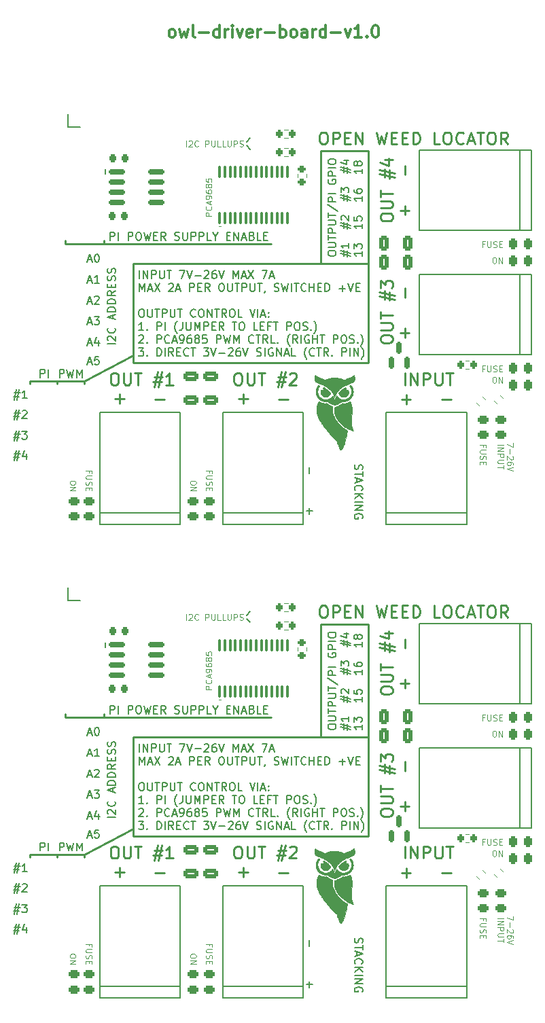
<source format=gto>
%TF.GenerationSoftware,KiCad,Pcbnew,6.0.11+dfsg-1*%
%TF.CreationDate,2024-03-16T14:36:40+00:00*%
%TF.ProjectId,panel,70616e65-6c2e-46b6-9963-61645f706362,rev?*%
%TF.SameCoordinates,Original*%
%TF.FileFunction,Legend,Top*%
%TF.FilePolarity,Positive*%
%FSLAX46Y46*%
G04 Gerber Fmt 4.6, Leading zero omitted, Abs format (unit mm)*
G04 Created by KiCad (PCBNEW 6.0.11+dfsg-1) date 2024-03-16 14:36:40*
%MOMM*%
%LPD*%
G01*
G04 APERTURE LIST*
G04 Aperture macros list*
%AMRoundRect*
0 Rectangle with rounded corners*
0 $1 Rounding radius*
0 $2 $3 $4 $5 $6 $7 $8 $9 X,Y pos of 4 corners*
0 Add a 4 corners polygon primitive as box body*
4,1,4,$2,$3,$4,$5,$6,$7,$8,$9,$2,$3,0*
0 Add four circle primitives for the rounded corners*
1,1,$1+$1,$2,$3*
1,1,$1+$1,$4,$5*
1,1,$1+$1,$6,$7*
1,1,$1+$1,$8,$9*
0 Add four rect primitives between the rounded corners*
20,1,$1+$1,$2,$3,$4,$5,0*
20,1,$1+$1,$4,$5,$6,$7,0*
20,1,$1+$1,$6,$7,$8,$9,0*
20,1,$1+$1,$8,$9,$2,$3,0*%
%AMRotRect*
0 Rectangle, with rotation*
0 The origin of the aperture is its center*
0 $1 length*
0 $2 width*
0 $3 Rotation angle, in degrees counterclockwise*
0 Add horizontal line*
21,1,$1,$2,0,0,$3*%
%AMFreePoly0*
4,1,22,0.500000,-0.750000,0.000000,-0.750000,0.000000,-0.745033,-0.079941,-0.743568,-0.215256,-0.701293,-0.333266,-0.622738,-0.424486,-0.514219,-0.481581,-0.384460,-0.499164,-0.250000,-0.500000,-0.250000,-0.500000,0.250000,-0.499164,0.250000,-0.499963,0.256109,-0.478152,0.396186,-0.417904,0.524511,-0.324060,0.630769,-0.204165,0.706417,-0.067858,0.745374,0.000000,0.744959,0.000000,0.750000,
0.500000,0.750000,0.500000,-0.750000,0.500000,-0.750000,$1*%
%AMFreePoly1*
4,1,20,0.000000,0.744959,0.073905,0.744508,0.209726,0.703889,0.328688,0.626782,0.421226,0.519385,0.479903,0.390333,0.500000,0.250000,0.500000,-0.250000,0.499851,-0.262216,0.476331,-0.402017,0.414519,-0.529596,0.319384,-0.634700,0.198574,-0.708877,0.061801,-0.746166,0.000000,-0.745033,0.000000,-0.750000,-0.500000,-0.750000,-0.500000,0.750000,0.000000,0.750000,0.000000,0.744959,
0.000000,0.744959,$1*%
G04 Aperture macros list end*
%ADD10C,0.010000*%
%ADD11C,0.250000*%
%ADD12C,0.150000*%
%ADD13C,0.240000*%
%ADD14C,0.120000*%
%ADD15C,0.300000*%
%ADD16C,1.500000*%
%ADD17C,6.200000*%
%ADD18FreePoly0,0.000000*%
%ADD19FreePoly1,0.000000*%
%ADD20RoundRect,0.243750X0.456250X-0.243750X0.456250X0.243750X-0.456250X0.243750X-0.456250X-0.243750X0*%
%ADD21C,2.000000*%
%ADD22C,2.082800*%
%ADD23RoundRect,0.200000X0.275000X-0.200000X0.275000X0.200000X-0.275000X0.200000X-0.275000X-0.200000X0*%
%ADD24RoundRect,0.200000X0.335876X0.053033X0.053033X0.335876X-0.335876X-0.053033X-0.053033X-0.335876X0*%
%ADD25RoundRect,0.200000X-0.200000X-0.275000X0.200000X-0.275000X0.200000X0.275000X-0.200000X0.275000X0*%
%ADD26R,1.100000X1.100000*%
%ADD27RoundRect,0.243750X0.243750X0.456250X-0.243750X0.456250X-0.243750X-0.456250X0.243750X-0.456250X0*%
%ADD28C,1.000000*%
%ADD29R,3.600000X2.700000*%
%ADD30RoundRect,0.225000X-0.225000X-0.250000X0.225000X-0.250000X0.225000X0.250000X-0.225000X0.250000X0*%
%ADD31C,5.750000*%
%ADD32RoundRect,0.150000X0.150000X-0.587500X0.150000X0.587500X-0.150000X0.587500X-0.150000X-0.587500X0*%
%ADD33RoundRect,0.250000X-0.325000X-0.650000X0.325000X-0.650000X0.325000X0.650000X-0.325000X0.650000X0*%
%ADD34RoundRect,0.150000X-0.825000X-0.150000X0.825000X-0.150000X0.825000X0.150000X-0.825000X0.150000X0*%
%ADD35RoundRect,0.250000X-0.650000X0.325000X-0.650000X-0.325000X0.650000X-0.325000X0.650000X0.325000X0*%
%ADD36R,1.727200X1.727200*%
%ADD37O,1.727200X1.727200*%
%ADD38RoundRect,0.100000X0.100000X-0.637500X0.100000X0.637500X-0.100000X0.637500X-0.100000X-0.637500X0*%
%ADD39RotRect,1.600000X1.600000X335.000000*%
%ADD40C,1.600000*%
G04 APERTURE END LIST*
D10*
G36*
X157990483Y-68531273D02*
G01*
X157992637Y-68533259D01*
X157998033Y-68540927D01*
X158004733Y-68553128D01*
X158012561Y-68569390D01*
X158021338Y-68589240D01*
X158030890Y-68612204D01*
X158051607Y-68665582D01*
X158073300Y-68725740D01*
X158094553Y-68788894D01*
X158113954Y-68851257D01*
X158122518Y-68880960D01*
X158130089Y-68909046D01*
X158146133Y-68974409D01*
X158160320Y-69039626D01*
X158172669Y-69105316D01*
X158183201Y-69172101D01*
X158191936Y-69240600D01*
X158198896Y-69311434D01*
X158204099Y-69385222D01*
X158207567Y-69462585D01*
X158209320Y-69544144D01*
X158209378Y-69630518D01*
X158207762Y-69722327D01*
X158204491Y-69820193D01*
X158193071Y-70036572D01*
X158175279Y-70284616D01*
X158156965Y-70526985D01*
X158146223Y-70703261D01*
X158143092Y-70778952D01*
X158141135Y-70852927D01*
X158139780Y-71015469D01*
X158140734Y-71133937D01*
X158143911Y-71242220D01*
X158149507Y-71342181D01*
X158157718Y-71435687D01*
X158168740Y-71524601D01*
X158182768Y-71610789D01*
X158200000Y-71696116D01*
X158220630Y-71782446D01*
X158232225Y-71824536D01*
X158246725Y-71872214D01*
X158263255Y-71923004D01*
X158280940Y-71974428D01*
X158298906Y-72024007D01*
X158316279Y-72069264D01*
X158332184Y-72107722D01*
X158345747Y-72136902D01*
X158349362Y-72144082D01*
X158352734Y-72150972D01*
X158355789Y-72157406D01*
X158358454Y-72163221D01*
X158360655Y-72168251D01*
X158362318Y-72172332D01*
X158363370Y-72175301D01*
X158363644Y-72176316D01*
X158363737Y-72176991D01*
X158363673Y-72177777D01*
X158363473Y-72178482D01*
X158363318Y-72178804D01*
X158363125Y-72179105D01*
X158362893Y-72179384D01*
X158362619Y-72179642D01*
X158362303Y-72179878D01*
X158361943Y-72180092D01*
X158361085Y-72180452D01*
X158360034Y-72180720D01*
X158358779Y-72180893D01*
X158357308Y-72180968D01*
X158355610Y-72180945D01*
X158353674Y-72180819D01*
X158351487Y-72180589D01*
X158349040Y-72180252D01*
X158346319Y-72179806D01*
X158343314Y-72179249D01*
X158340014Y-72178578D01*
X158336406Y-72177790D01*
X158332480Y-72176883D01*
X158323628Y-72174705D01*
X158313365Y-72172022D01*
X158301601Y-72168817D01*
X158288243Y-72165069D01*
X158273202Y-72160760D01*
X158256385Y-72155871D01*
X158237701Y-72150381D01*
X158237678Y-72150443D01*
X158168264Y-72129100D01*
X158099824Y-72106285D01*
X158032449Y-72082034D01*
X157966229Y-72056385D01*
X157901257Y-72029373D01*
X157837622Y-72001037D01*
X157775417Y-71971411D01*
X157714733Y-71940533D01*
X157592415Y-71873149D01*
X157472645Y-71801036D01*
X157355661Y-71724434D01*
X157241704Y-71643581D01*
X157131014Y-71558718D01*
X157023831Y-71470082D01*
X156920395Y-71377913D01*
X156820945Y-71282450D01*
X156725721Y-71183932D01*
X156634965Y-71082599D01*
X156548914Y-70978689D01*
X156467810Y-70872441D01*
X156391892Y-70764094D01*
X156321401Y-70653888D01*
X156256576Y-70542062D01*
X156197656Y-70428854D01*
X156173417Y-70378331D01*
X156150863Y-70328895D01*
X156129963Y-70280434D01*
X156110686Y-70232835D01*
X156093003Y-70185987D01*
X156076882Y-70139777D01*
X156062292Y-70094093D01*
X156049203Y-70048823D01*
X156037585Y-70003854D01*
X156027405Y-69959074D01*
X156018635Y-69914372D01*
X156011242Y-69869635D01*
X156005197Y-69824751D01*
X156000468Y-69779607D01*
X155997025Y-69734091D01*
X155994837Y-69688092D01*
X155993554Y-69634630D01*
X155993580Y-69585511D01*
X155994982Y-69539898D01*
X155997832Y-69496953D01*
X156002198Y-69455838D01*
X156008151Y-69415717D01*
X156015761Y-69375751D01*
X156025097Y-69335104D01*
X156039756Y-69275964D01*
X156085346Y-69259754D01*
X156129226Y-69243145D01*
X156185348Y-69220366D01*
X156250259Y-69192936D01*
X156320508Y-69162377D01*
X156463207Y-69097957D01*
X156528752Y-69067138D01*
X156585823Y-69039274D01*
X156648209Y-69007495D01*
X156706484Y-68976684D01*
X156760794Y-68946752D01*
X156811286Y-68917615D01*
X156858107Y-68889184D01*
X156901403Y-68861373D01*
X156941323Y-68834096D01*
X156978012Y-68807265D01*
X157046522Y-68755305D01*
X157107773Y-68764805D01*
X157127111Y-68767356D01*
X157148341Y-68769309D01*
X157171207Y-68770678D01*
X157195457Y-68771477D01*
X157247098Y-68771425D01*
X157301240Y-68769267D01*
X157355857Y-68765122D01*
X157408927Y-68759104D01*
X157434249Y-68755429D01*
X157458424Y-68751330D01*
X157481201Y-68746820D01*
X157502325Y-68741915D01*
X157530316Y-68734464D01*
X157559470Y-68725941D01*
X157620271Y-68706096D01*
X157682739Y-68683220D01*
X157744883Y-68658153D01*
X157804716Y-68631735D01*
X157860248Y-68604805D01*
X157909489Y-68578202D01*
X157931129Y-68565287D01*
X157950451Y-68552768D01*
X157957118Y-68548315D01*
X157963562Y-68544161D01*
X157969624Y-68540396D01*
X157975147Y-68537112D01*
X157979976Y-68534398D01*
X157983952Y-68532348D01*
X157985572Y-68531599D01*
X157986920Y-68531050D01*
X157987976Y-68530713D01*
X157988722Y-68530598D01*
X157990483Y-68531273D01*
G37*
X157990483Y-68531273D02*
X157992637Y-68533259D01*
X157998033Y-68540927D01*
X158004733Y-68553128D01*
X158012561Y-68569390D01*
X158021338Y-68589240D01*
X158030890Y-68612204D01*
X158051607Y-68665582D01*
X158073300Y-68725740D01*
X158094553Y-68788894D01*
X158113954Y-68851257D01*
X158122518Y-68880960D01*
X158130089Y-68909046D01*
X158146133Y-68974409D01*
X158160320Y-69039626D01*
X158172669Y-69105316D01*
X158183201Y-69172101D01*
X158191936Y-69240600D01*
X158198896Y-69311434D01*
X158204099Y-69385222D01*
X158207567Y-69462585D01*
X158209320Y-69544144D01*
X158209378Y-69630518D01*
X158207762Y-69722327D01*
X158204491Y-69820193D01*
X158193071Y-70036572D01*
X158175279Y-70284616D01*
X158156965Y-70526985D01*
X158146223Y-70703261D01*
X158143092Y-70778952D01*
X158141135Y-70852927D01*
X158139780Y-71015469D01*
X158140734Y-71133937D01*
X158143911Y-71242220D01*
X158149507Y-71342181D01*
X158157718Y-71435687D01*
X158168740Y-71524601D01*
X158182768Y-71610789D01*
X158200000Y-71696116D01*
X158220630Y-71782446D01*
X158232225Y-71824536D01*
X158246725Y-71872214D01*
X158263255Y-71923004D01*
X158280940Y-71974428D01*
X158298906Y-72024007D01*
X158316279Y-72069264D01*
X158332184Y-72107722D01*
X158345747Y-72136902D01*
X158349362Y-72144082D01*
X158352734Y-72150972D01*
X158355789Y-72157406D01*
X158358454Y-72163221D01*
X158360655Y-72168251D01*
X158362318Y-72172332D01*
X158363370Y-72175301D01*
X158363644Y-72176316D01*
X158363737Y-72176991D01*
X158363673Y-72177777D01*
X158363473Y-72178482D01*
X158363318Y-72178804D01*
X158363125Y-72179105D01*
X158362893Y-72179384D01*
X158362619Y-72179642D01*
X158362303Y-72179878D01*
X158361943Y-72180092D01*
X158361085Y-72180452D01*
X158360034Y-72180720D01*
X158358779Y-72180893D01*
X158357308Y-72180968D01*
X158355610Y-72180945D01*
X158353674Y-72180819D01*
X158351487Y-72180589D01*
X158349040Y-72180252D01*
X158346319Y-72179806D01*
X158343314Y-72179249D01*
X158340014Y-72178578D01*
X158336406Y-72177790D01*
X158332480Y-72176883D01*
X158323628Y-72174705D01*
X158313365Y-72172022D01*
X158301601Y-72168817D01*
X158288243Y-72165069D01*
X158273202Y-72160760D01*
X158256385Y-72155871D01*
X158237701Y-72150381D01*
X158237678Y-72150443D01*
X158168264Y-72129100D01*
X158099824Y-72106285D01*
X158032449Y-72082034D01*
X157966229Y-72056385D01*
X157901257Y-72029373D01*
X157837622Y-72001037D01*
X157775417Y-71971411D01*
X157714733Y-71940533D01*
X157592415Y-71873149D01*
X157472645Y-71801036D01*
X157355661Y-71724434D01*
X157241704Y-71643581D01*
X157131014Y-71558718D01*
X157023831Y-71470082D01*
X156920395Y-71377913D01*
X156820945Y-71282450D01*
X156725721Y-71183932D01*
X156634965Y-71082599D01*
X156548914Y-70978689D01*
X156467810Y-70872441D01*
X156391892Y-70764094D01*
X156321401Y-70653888D01*
X156256576Y-70542062D01*
X156197656Y-70428854D01*
X156173417Y-70378331D01*
X156150863Y-70328895D01*
X156129963Y-70280434D01*
X156110686Y-70232835D01*
X156093003Y-70185987D01*
X156076882Y-70139777D01*
X156062292Y-70094093D01*
X156049203Y-70048823D01*
X156037585Y-70003854D01*
X156027405Y-69959074D01*
X156018635Y-69914372D01*
X156011242Y-69869635D01*
X156005197Y-69824751D01*
X156000468Y-69779607D01*
X155997025Y-69734091D01*
X155994837Y-69688092D01*
X155993554Y-69634630D01*
X155993580Y-69585511D01*
X155994982Y-69539898D01*
X155997832Y-69496953D01*
X156002198Y-69455838D01*
X156008151Y-69415717D01*
X156015761Y-69375751D01*
X156025097Y-69335104D01*
X156039756Y-69275964D01*
X156085346Y-69259754D01*
X156129226Y-69243145D01*
X156185348Y-69220366D01*
X156250259Y-69192936D01*
X156320508Y-69162377D01*
X156463207Y-69097957D01*
X156528752Y-69067138D01*
X156585823Y-69039274D01*
X156648209Y-69007495D01*
X156706484Y-68976684D01*
X156760794Y-68946752D01*
X156811286Y-68917615D01*
X156858107Y-68889184D01*
X156901403Y-68861373D01*
X156941323Y-68834096D01*
X156978012Y-68807265D01*
X157046522Y-68755305D01*
X157107773Y-68764805D01*
X157127111Y-68767356D01*
X157148341Y-68769309D01*
X157171207Y-68770678D01*
X157195457Y-68771477D01*
X157247098Y-68771425D01*
X157301240Y-68769267D01*
X157355857Y-68765122D01*
X157408927Y-68759104D01*
X157434249Y-68755429D01*
X157458424Y-68751330D01*
X157481201Y-68746820D01*
X157502325Y-68741915D01*
X157530316Y-68734464D01*
X157559470Y-68725941D01*
X157620271Y-68706096D01*
X157682739Y-68683220D01*
X157744883Y-68658153D01*
X157804716Y-68631735D01*
X157860248Y-68604805D01*
X157909489Y-68578202D01*
X157931129Y-68565287D01*
X157950451Y-68552768D01*
X157957118Y-68548315D01*
X157963562Y-68544161D01*
X157969624Y-68540396D01*
X157975147Y-68537112D01*
X157979976Y-68534398D01*
X157983952Y-68532348D01*
X157985572Y-68531599D01*
X157986920Y-68531050D01*
X157987976Y-68530713D01*
X157988722Y-68530598D01*
X157990483Y-68531273D01*
G36*
X157990483Y-127531273D02*
G01*
X157992637Y-127533259D01*
X157998033Y-127540927D01*
X158004733Y-127553128D01*
X158012561Y-127569390D01*
X158021338Y-127589240D01*
X158030890Y-127612204D01*
X158051607Y-127665582D01*
X158073300Y-127725740D01*
X158094553Y-127788894D01*
X158113954Y-127851257D01*
X158122518Y-127880960D01*
X158130089Y-127909046D01*
X158146133Y-127974409D01*
X158160320Y-128039626D01*
X158172669Y-128105316D01*
X158183201Y-128172101D01*
X158191936Y-128240600D01*
X158198896Y-128311434D01*
X158204099Y-128385222D01*
X158207567Y-128462585D01*
X158209320Y-128544144D01*
X158209378Y-128630518D01*
X158207762Y-128722327D01*
X158204491Y-128820193D01*
X158193071Y-129036572D01*
X158175279Y-129284616D01*
X158156965Y-129526985D01*
X158146223Y-129703261D01*
X158143092Y-129778952D01*
X158141135Y-129852927D01*
X158139780Y-130015469D01*
X158140734Y-130133937D01*
X158143911Y-130242220D01*
X158149507Y-130342181D01*
X158157718Y-130435687D01*
X158168740Y-130524601D01*
X158182768Y-130610789D01*
X158200000Y-130696116D01*
X158220630Y-130782446D01*
X158232225Y-130824536D01*
X158246725Y-130872214D01*
X158263255Y-130923004D01*
X158280940Y-130974428D01*
X158298906Y-131024007D01*
X158316279Y-131069264D01*
X158332184Y-131107722D01*
X158345747Y-131136902D01*
X158349362Y-131144082D01*
X158352734Y-131150972D01*
X158355789Y-131157406D01*
X158358454Y-131163221D01*
X158360655Y-131168251D01*
X158362318Y-131172332D01*
X158363370Y-131175301D01*
X158363644Y-131176316D01*
X158363737Y-131176991D01*
X158363673Y-131177777D01*
X158363473Y-131178482D01*
X158363318Y-131178804D01*
X158363125Y-131179105D01*
X158362893Y-131179384D01*
X158362619Y-131179642D01*
X158362303Y-131179878D01*
X158361943Y-131180092D01*
X158361085Y-131180452D01*
X158360034Y-131180720D01*
X158358779Y-131180893D01*
X158357308Y-131180968D01*
X158355610Y-131180945D01*
X158353674Y-131180819D01*
X158351487Y-131180589D01*
X158349040Y-131180252D01*
X158346319Y-131179806D01*
X158343314Y-131179249D01*
X158340014Y-131178578D01*
X158336406Y-131177790D01*
X158332480Y-131176883D01*
X158323628Y-131174705D01*
X158313365Y-131172022D01*
X158301601Y-131168817D01*
X158288243Y-131165069D01*
X158273202Y-131160760D01*
X158256385Y-131155871D01*
X158237701Y-131150381D01*
X158237678Y-131150443D01*
X158168264Y-131129100D01*
X158099824Y-131106285D01*
X158032449Y-131082034D01*
X157966229Y-131056385D01*
X157901257Y-131029373D01*
X157837622Y-131001037D01*
X157775417Y-130971411D01*
X157714733Y-130940533D01*
X157592415Y-130873149D01*
X157472645Y-130801036D01*
X157355661Y-130724434D01*
X157241704Y-130643581D01*
X157131014Y-130558718D01*
X157023831Y-130470082D01*
X156920395Y-130377913D01*
X156820945Y-130282450D01*
X156725721Y-130183932D01*
X156634965Y-130082599D01*
X156548914Y-129978689D01*
X156467810Y-129872441D01*
X156391892Y-129764094D01*
X156321401Y-129653888D01*
X156256576Y-129542062D01*
X156197656Y-129428854D01*
X156173417Y-129378331D01*
X156150863Y-129328895D01*
X156129963Y-129280434D01*
X156110686Y-129232835D01*
X156093003Y-129185987D01*
X156076882Y-129139777D01*
X156062292Y-129094093D01*
X156049203Y-129048823D01*
X156037585Y-129003854D01*
X156027405Y-128959074D01*
X156018635Y-128914372D01*
X156011242Y-128869635D01*
X156005197Y-128824751D01*
X156000468Y-128779607D01*
X155997025Y-128734091D01*
X155994837Y-128688092D01*
X155993554Y-128634630D01*
X155993580Y-128585511D01*
X155994982Y-128539898D01*
X155997832Y-128496953D01*
X156002198Y-128455838D01*
X156008151Y-128415717D01*
X156015761Y-128375751D01*
X156025097Y-128335104D01*
X156039756Y-128275964D01*
X156085346Y-128259754D01*
X156129226Y-128243145D01*
X156185348Y-128220366D01*
X156250259Y-128192936D01*
X156320508Y-128162377D01*
X156463207Y-128097957D01*
X156528752Y-128067138D01*
X156585823Y-128039274D01*
X156648209Y-128007495D01*
X156706484Y-127976684D01*
X156760794Y-127946752D01*
X156811286Y-127917615D01*
X156858107Y-127889184D01*
X156901403Y-127861373D01*
X156941323Y-127834096D01*
X156978012Y-127807265D01*
X157046522Y-127755305D01*
X157107773Y-127764805D01*
X157127111Y-127767356D01*
X157148341Y-127769309D01*
X157171207Y-127770678D01*
X157195457Y-127771477D01*
X157247098Y-127771425D01*
X157301240Y-127769267D01*
X157355857Y-127765122D01*
X157408927Y-127759104D01*
X157434249Y-127755429D01*
X157458424Y-127751330D01*
X157481201Y-127746820D01*
X157502325Y-127741915D01*
X157530316Y-127734464D01*
X157559470Y-127725941D01*
X157620271Y-127706096D01*
X157682739Y-127683220D01*
X157744883Y-127658153D01*
X157804716Y-127631735D01*
X157860248Y-127604805D01*
X157909489Y-127578202D01*
X157931129Y-127565287D01*
X157950451Y-127552768D01*
X157957118Y-127548315D01*
X157963562Y-127544161D01*
X157969624Y-127540396D01*
X157975147Y-127537112D01*
X157979976Y-127534398D01*
X157983952Y-127532348D01*
X157985572Y-127531599D01*
X157986920Y-127531050D01*
X157987976Y-127530713D01*
X157988722Y-127530598D01*
X157990483Y-127531273D01*
G37*
X157990483Y-127531273D02*
X157992637Y-127533259D01*
X157998033Y-127540927D01*
X158004733Y-127553128D01*
X158012561Y-127569390D01*
X158021338Y-127589240D01*
X158030890Y-127612204D01*
X158051607Y-127665582D01*
X158073300Y-127725740D01*
X158094553Y-127788894D01*
X158113954Y-127851257D01*
X158122518Y-127880960D01*
X158130089Y-127909046D01*
X158146133Y-127974409D01*
X158160320Y-128039626D01*
X158172669Y-128105316D01*
X158183201Y-128172101D01*
X158191936Y-128240600D01*
X158198896Y-128311434D01*
X158204099Y-128385222D01*
X158207567Y-128462585D01*
X158209320Y-128544144D01*
X158209378Y-128630518D01*
X158207762Y-128722327D01*
X158204491Y-128820193D01*
X158193071Y-129036572D01*
X158175279Y-129284616D01*
X158156965Y-129526985D01*
X158146223Y-129703261D01*
X158143092Y-129778952D01*
X158141135Y-129852927D01*
X158139780Y-130015469D01*
X158140734Y-130133937D01*
X158143911Y-130242220D01*
X158149507Y-130342181D01*
X158157718Y-130435687D01*
X158168740Y-130524601D01*
X158182768Y-130610789D01*
X158200000Y-130696116D01*
X158220630Y-130782446D01*
X158232225Y-130824536D01*
X158246725Y-130872214D01*
X158263255Y-130923004D01*
X158280940Y-130974428D01*
X158298906Y-131024007D01*
X158316279Y-131069264D01*
X158332184Y-131107722D01*
X158345747Y-131136902D01*
X158349362Y-131144082D01*
X158352734Y-131150972D01*
X158355789Y-131157406D01*
X158358454Y-131163221D01*
X158360655Y-131168251D01*
X158362318Y-131172332D01*
X158363370Y-131175301D01*
X158363644Y-131176316D01*
X158363737Y-131176991D01*
X158363673Y-131177777D01*
X158363473Y-131178482D01*
X158363318Y-131178804D01*
X158363125Y-131179105D01*
X158362893Y-131179384D01*
X158362619Y-131179642D01*
X158362303Y-131179878D01*
X158361943Y-131180092D01*
X158361085Y-131180452D01*
X158360034Y-131180720D01*
X158358779Y-131180893D01*
X158357308Y-131180968D01*
X158355610Y-131180945D01*
X158353674Y-131180819D01*
X158351487Y-131180589D01*
X158349040Y-131180252D01*
X158346319Y-131179806D01*
X158343314Y-131179249D01*
X158340014Y-131178578D01*
X158336406Y-131177790D01*
X158332480Y-131176883D01*
X158323628Y-131174705D01*
X158313365Y-131172022D01*
X158301601Y-131168817D01*
X158288243Y-131165069D01*
X158273202Y-131160760D01*
X158256385Y-131155871D01*
X158237701Y-131150381D01*
X158237678Y-131150443D01*
X158168264Y-131129100D01*
X158099824Y-131106285D01*
X158032449Y-131082034D01*
X157966229Y-131056385D01*
X157901257Y-131029373D01*
X157837622Y-131001037D01*
X157775417Y-130971411D01*
X157714733Y-130940533D01*
X157592415Y-130873149D01*
X157472645Y-130801036D01*
X157355661Y-130724434D01*
X157241704Y-130643581D01*
X157131014Y-130558718D01*
X157023831Y-130470082D01*
X156920395Y-130377913D01*
X156820945Y-130282450D01*
X156725721Y-130183932D01*
X156634965Y-130082599D01*
X156548914Y-129978689D01*
X156467810Y-129872441D01*
X156391892Y-129764094D01*
X156321401Y-129653888D01*
X156256576Y-129542062D01*
X156197656Y-129428854D01*
X156173417Y-129378331D01*
X156150863Y-129328895D01*
X156129963Y-129280434D01*
X156110686Y-129232835D01*
X156093003Y-129185987D01*
X156076882Y-129139777D01*
X156062292Y-129094093D01*
X156049203Y-129048823D01*
X156037585Y-129003854D01*
X156027405Y-128959074D01*
X156018635Y-128914372D01*
X156011242Y-128869635D01*
X156005197Y-128824751D01*
X156000468Y-128779607D01*
X155997025Y-128734091D01*
X155994837Y-128688092D01*
X155993554Y-128634630D01*
X155993580Y-128585511D01*
X155994982Y-128539898D01*
X155997832Y-128496953D01*
X156002198Y-128455838D01*
X156008151Y-128415717D01*
X156015761Y-128375751D01*
X156025097Y-128335104D01*
X156039756Y-128275964D01*
X156085346Y-128259754D01*
X156129226Y-128243145D01*
X156185348Y-128220366D01*
X156250259Y-128192936D01*
X156320508Y-128162377D01*
X156463207Y-128097957D01*
X156528752Y-128067138D01*
X156585823Y-128039274D01*
X156648209Y-128007495D01*
X156706484Y-127976684D01*
X156760794Y-127946752D01*
X156811286Y-127917615D01*
X156858107Y-127889184D01*
X156901403Y-127861373D01*
X156941323Y-127834096D01*
X156978012Y-127807265D01*
X157046522Y-127755305D01*
X157107773Y-127764805D01*
X157127111Y-127767356D01*
X157148341Y-127769309D01*
X157171207Y-127770678D01*
X157195457Y-127771477D01*
X157247098Y-127771425D01*
X157301240Y-127769267D01*
X157355857Y-127765122D01*
X157408927Y-127759104D01*
X157434249Y-127755429D01*
X157458424Y-127751330D01*
X157481201Y-127746820D01*
X157502325Y-127741915D01*
X157530316Y-127734464D01*
X157559470Y-127725941D01*
X157620271Y-127706096D01*
X157682739Y-127683220D01*
X157744883Y-127658153D01*
X157804716Y-127631735D01*
X157860248Y-127604805D01*
X157909489Y-127578202D01*
X157931129Y-127565287D01*
X157950451Y-127552768D01*
X157957118Y-127548315D01*
X157963562Y-127544161D01*
X157969624Y-127540396D01*
X157975147Y-127537112D01*
X157979976Y-127534398D01*
X157983952Y-127532348D01*
X157985572Y-127531599D01*
X157986920Y-127531050D01*
X157987976Y-127530713D01*
X157988722Y-127530598D01*
X157990483Y-127531273D01*
G36*
X154094563Y-68535260D02*
G01*
X154095800Y-68535368D01*
X154097119Y-68535580D01*
X154098525Y-68535897D01*
X154100022Y-68536322D01*
X154101616Y-68536855D01*
X154103311Y-68537498D01*
X154105112Y-68538253D01*
X154107024Y-68539122D01*
X154109052Y-68540107D01*
X154111199Y-68541209D01*
X154113472Y-68542429D01*
X154115875Y-68543770D01*
X154118413Y-68545234D01*
X154123912Y-68548534D01*
X154130008Y-68552344D01*
X154136738Y-68556676D01*
X154144142Y-68561544D01*
X154157098Y-68569782D01*
X154172234Y-68578779D01*
X154207902Y-68598504D01*
X154248858Y-68619634D01*
X154292817Y-68641082D01*
X154337492Y-68661762D01*
X154380597Y-68680586D01*
X154419846Y-68696468D01*
X154437310Y-68702966D01*
X154452953Y-68708322D01*
X154489285Y-68719532D01*
X154525799Y-68729714D01*
X154562414Y-68738858D01*
X154599047Y-68746959D01*
X154635614Y-68754007D01*
X154672033Y-68759995D01*
X154708220Y-68764917D01*
X154744094Y-68768763D01*
X154779570Y-68771526D01*
X154814567Y-68773199D01*
X154849001Y-68773775D01*
X154882790Y-68773244D01*
X154915850Y-68771600D01*
X154948098Y-68768835D01*
X154979453Y-68764941D01*
X155009830Y-68759912D01*
X155014742Y-68759076D01*
X155019334Y-68758511D01*
X155021539Y-68758344D01*
X155023698Y-68758262D01*
X155025825Y-68758270D01*
X155027929Y-68758373D01*
X155030023Y-68758578D01*
X155032119Y-68758889D01*
X155034229Y-68759313D01*
X155036363Y-68759855D01*
X155038534Y-68760520D01*
X155040753Y-68761315D01*
X155043033Y-68762244D01*
X155045384Y-68763314D01*
X155047818Y-68764529D01*
X155050348Y-68765896D01*
X155052984Y-68767420D01*
X155055739Y-68769106D01*
X155061651Y-68772990D01*
X155068177Y-68777591D01*
X155075411Y-68782954D01*
X155083445Y-68789123D01*
X155092374Y-68796145D01*
X155102291Y-68804062D01*
X155125071Y-68821780D01*
X155149904Y-68840032D01*
X155176698Y-68858765D01*
X155205359Y-68877925D01*
X155267912Y-68917317D01*
X155336818Y-68957784D01*
X155411332Y-68998903D01*
X155490709Y-69040251D01*
X155574205Y-69081403D01*
X155661075Y-69121937D01*
X155734566Y-69155571D01*
X155757551Y-69166302D01*
X155766739Y-69170836D01*
X155766859Y-69171075D01*
X155766940Y-69171563D01*
X155766986Y-69173258D01*
X155766882Y-69175872D01*
X155766636Y-69179353D01*
X155765740Y-69188712D01*
X155764348Y-69200928D01*
X155762509Y-69215593D01*
X155760275Y-69232300D01*
X155757694Y-69250640D01*
X155754818Y-69270206D01*
X155746529Y-69336233D01*
X155741378Y-69403573D01*
X155739355Y-69472167D01*
X155740446Y-69541953D01*
X155744639Y-69612870D01*
X155751923Y-69684859D01*
X155762284Y-69757857D01*
X155775710Y-69831803D01*
X155792190Y-69906638D01*
X155811711Y-69982300D01*
X155834261Y-70058728D01*
X155859827Y-70135861D01*
X155888398Y-70213638D01*
X155919961Y-70291999D01*
X155954503Y-70370882D01*
X155992014Y-70450227D01*
X156041813Y-70548036D01*
X156094574Y-70644264D01*
X156150351Y-70738972D01*
X156209194Y-70832223D01*
X156271157Y-70924079D01*
X156336291Y-71014602D01*
X156404648Y-71103853D01*
X156476281Y-71191896D01*
X156551241Y-71278792D01*
X156629580Y-71364604D01*
X156711351Y-71449394D01*
X156796606Y-71533223D01*
X156885396Y-71616154D01*
X156977775Y-71698249D01*
X157073793Y-71779571D01*
X157173504Y-71860181D01*
X157212439Y-71889891D01*
X157259036Y-71923652D01*
X157311783Y-71960456D01*
X157369170Y-71999293D01*
X157429685Y-72039155D01*
X157491817Y-72079035D01*
X157554055Y-72117923D01*
X157614889Y-72154811D01*
X157619646Y-72157707D01*
X157623950Y-72160455D01*
X157627814Y-72163075D01*
X157631254Y-72165587D01*
X157634283Y-72168009D01*
X157636916Y-72170360D01*
X157639167Y-72172660D01*
X157641051Y-72174927D01*
X157641860Y-72176055D01*
X157642582Y-72177182D01*
X157643220Y-72178310D01*
X157643776Y-72179443D01*
X157644250Y-72180581D01*
X157644645Y-72181729D01*
X157644963Y-72182888D01*
X157645205Y-72184060D01*
X157645373Y-72185248D01*
X157645470Y-72186454D01*
X157645496Y-72187681D01*
X157645454Y-72188931D01*
X157645173Y-72191511D01*
X157644640Y-72194211D01*
X157639603Y-72218529D01*
X157629245Y-72270709D01*
X157598579Y-72427973D01*
X157540321Y-72710745D01*
X157472954Y-73008314D01*
X157403239Y-73292015D01*
X157369615Y-73419708D01*
X157337938Y-73533184D01*
X157267967Y-73763489D01*
X157199055Y-73967393D01*
X157165154Y-74059115D01*
X157131708Y-74143843D01*
X157098780Y-74221443D01*
X157066432Y-74291784D01*
X157034729Y-74354736D01*
X157003734Y-74410165D01*
X156973509Y-74457941D01*
X156944118Y-74497932D01*
X156915625Y-74530006D01*
X156888093Y-74554032D01*
X156861584Y-74569878D01*
X156836162Y-74577412D01*
X156830246Y-74578169D01*
X156824922Y-74578723D01*
X156820101Y-74579026D01*
X156817851Y-74579070D01*
X156815694Y-74579033D01*
X156813619Y-74578911D01*
X156811614Y-74578697D01*
X156809668Y-74578385D01*
X156807771Y-74577970D01*
X156805910Y-74577446D01*
X156804076Y-74576807D01*
X156802256Y-74576047D01*
X156800440Y-74575160D01*
X156798617Y-74574141D01*
X156796776Y-74572984D01*
X156794905Y-74571683D01*
X156792993Y-74570231D01*
X156791030Y-74568624D01*
X156789004Y-74566856D01*
X156784719Y-74562811D01*
X156780051Y-74558049D01*
X156774909Y-74552525D01*
X156769205Y-74546191D01*
X156762851Y-74539001D01*
X156762865Y-74539015D01*
X156747483Y-74520189D01*
X156731601Y-74498105D01*
X156715236Y-74472800D01*
X156698405Y-74444315D01*
X156681126Y-74412689D01*
X156663416Y-74377962D01*
X156645293Y-74340172D01*
X156626774Y-74299360D01*
X156607876Y-74255565D01*
X156588617Y-74208826D01*
X156569015Y-74159182D01*
X156549086Y-74106674D01*
X156528848Y-74051341D01*
X156508319Y-73993221D01*
X156466457Y-73868782D01*
X156412786Y-73705622D01*
X156373956Y-73589813D01*
X156345697Y-73507723D01*
X156064584Y-73218424D01*
X155871951Y-73018831D01*
X155711003Y-72848307D01*
X155554470Y-72677535D01*
X155375084Y-72477201D01*
X155279866Y-72369107D01*
X155187768Y-72261939D01*
X155081133Y-72134889D01*
X154942306Y-71967149D01*
X154895231Y-71908323D01*
X154836566Y-71832344D01*
X154700134Y-71650182D01*
X154564356Y-71463171D01*
X154506508Y-71381132D01*
X154460577Y-71313822D01*
X154391690Y-71208351D01*
X154326878Y-71105318D01*
X154266076Y-71004578D01*
X154209221Y-70905985D01*
X154156248Y-70809393D01*
X154107094Y-70714656D01*
X154061693Y-70621628D01*
X154019982Y-70530163D01*
X153981897Y-70440116D01*
X153947374Y-70351340D01*
X153916349Y-70263690D01*
X153888757Y-70177021D01*
X153864534Y-70091185D01*
X153843617Y-70006038D01*
X153825940Y-69921432D01*
X153811441Y-69837224D01*
X153807268Y-69806721D01*
X153803708Y-69773720D01*
X153798418Y-69701673D01*
X153795544Y-69623991D01*
X153795061Y-69543579D01*
X153796945Y-69463343D01*
X153801170Y-69386190D01*
X153807710Y-69315026D01*
X153811841Y-69282597D01*
X153816541Y-69252756D01*
X153826775Y-69198030D01*
X153837956Y-69145313D01*
X153850206Y-69094184D01*
X153863644Y-69044222D01*
X153878390Y-68995006D01*
X153894564Y-68946114D01*
X153912285Y-68897125D01*
X153931673Y-68847617D01*
X153947247Y-68810961D01*
X153966109Y-68769276D01*
X153987129Y-68724826D01*
X154009175Y-68679879D01*
X154031117Y-68636700D01*
X154051823Y-68597554D01*
X154070162Y-68564707D01*
X154085003Y-68540424D01*
X154085653Y-68539504D01*
X154086333Y-68538670D01*
X154087047Y-68537921D01*
X154087800Y-68537262D01*
X154088597Y-68536692D01*
X154089442Y-68536214D01*
X154090340Y-68535829D01*
X154091297Y-68535540D01*
X154092316Y-68535348D01*
X154093404Y-68535254D01*
X154094563Y-68535260D01*
G37*
X154094563Y-68535260D02*
X154095800Y-68535368D01*
X154097119Y-68535580D01*
X154098525Y-68535897D01*
X154100022Y-68536322D01*
X154101616Y-68536855D01*
X154103311Y-68537498D01*
X154105112Y-68538253D01*
X154107024Y-68539122D01*
X154109052Y-68540107D01*
X154111199Y-68541209D01*
X154113472Y-68542429D01*
X154115875Y-68543770D01*
X154118413Y-68545234D01*
X154123912Y-68548534D01*
X154130008Y-68552344D01*
X154136738Y-68556676D01*
X154144142Y-68561544D01*
X154157098Y-68569782D01*
X154172234Y-68578779D01*
X154207902Y-68598504D01*
X154248858Y-68619634D01*
X154292817Y-68641082D01*
X154337492Y-68661762D01*
X154380597Y-68680586D01*
X154419846Y-68696468D01*
X154437310Y-68702966D01*
X154452953Y-68708322D01*
X154489285Y-68719532D01*
X154525799Y-68729714D01*
X154562414Y-68738858D01*
X154599047Y-68746959D01*
X154635614Y-68754007D01*
X154672033Y-68759995D01*
X154708220Y-68764917D01*
X154744094Y-68768763D01*
X154779570Y-68771526D01*
X154814567Y-68773199D01*
X154849001Y-68773775D01*
X154882790Y-68773244D01*
X154915850Y-68771600D01*
X154948098Y-68768835D01*
X154979453Y-68764941D01*
X155009830Y-68759912D01*
X155014742Y-68759076D01*
X155019334Y-68758511D01*
X155021539Y-68758344D01*
X155023698Y-68758262D01*
X155025825Y-68758270D01*
X155027929Y-68758373D01*
X155030023Y-68758578D01*
X155032119Y-68758889D01*
X155034229Y-68759313D01*
X155036363Y-68759855D01*
X155038534Y-68760520D01*
X155040753Y-68761315D01*
X155043033Y-68762244D01*
X155045384Y-68763314D01*
X155047818Y-68764529D01*
X155050348Y-68765896D01*
X155052984Y-68767420D01*
X155055739Y-68769106D01*
X155061651Y-68772990D01*
X155068177Y-68777591D01*
X155075411Y-68782954D01*
X155083445Y-68789123D01*
X155092374Y-68796145D01*
X155102291Y-68804062D01*
X155125071Y-68821780D01*
X155149904Y-68840032D01*
X155176698Y-68858765D01*
X155205359Y-68877925D01*
X155267912Y-68917317D01*
X155336818Y-68957784D01*
X155411332Y-68998903D01*
X155490709Y-69040251D01*
X155574205Y-69081403D01*
X155661075Y-69121937D01*
X155734566Y-69155571D01*
X155757551Y-69166302D01*
X155766739Y-69170836D01*
X155766859Y-69171075D01*
X155766940Y-69171563D01*
X155766986Y-69173258D01*
X155766882Y-69175872D01*
X155766636Y-69179353D01*
X155765740Y-69188712D01*
X155764348Y-69200928D01*
X155762509Y-69215593D01*
X155760275Y-69232300D01*
X155757694Y-69250640D01*
X155754818Y-69270206D01*
X155746529Y-69336233D01*
X155741378Y-69403573D01*
X155739355Y-69472167D01*
X155740446Y-69541953D01*
X155744639Y-69612870D01*
X155751923Y-69684859D01*
X155762284Y-69757857D01*
X155775710Y-69831803D01*
X155792190Y-69906638D01*
X155811711Y-69982300D01*
X155834261Y-70058728D01*
X155859827Y-70135861D01*
X155888398Y-70213638D01*
X155919961Y-70291999D01*
X155954503Y-70370882D01*
X155992014Y-70450227D01*
X156041813Y-70548036D01*
X156094574Y-70644264D01*
X156150351Y-70738972D01*
X156209194Y-70832223D01*
X156271157Y-70924079D01*
X156336291Y-71014602D01*
X156404648Y-71103853D01*
X156476281Y-71191896D01*
X156551241Y-71278792D01*
X156629580Y-71364604D01*
X156711351Y-71449394D01*
X156796606Y-71533223D01*
X156885396Y-71616154D01*
X156977775Y-71698249D01*
X157073793Y-71779571D01*
X157173504Y-71860181D01*
X157212439Y-71889891D01*
X157259036Y-71923652D01*
X157311783Y-71960456D01*
X157369170Y-71999293D01*
X157429685Y-72039155D01*
X157491817Y-72079035D01*
X157554055Y-72117923D01*
X157614889Y-72154811D01*
X157619646Y-72157707D01*
X157623950Y-72160455D01*
X157627814Y-72163075D01*
X157631254Y-72165587D01*
X157634283Y-72168009D01*
X157636916Y-72170360D01*
X157639167Y-72172660D01*
X157641051Y-72174927D01*
X157641860Y-72176055D01*
X157642582Y-72177182D01*
X157643220Y-72178310D01*
X157643776Y-72179443D01*
X157644250Y-72180581D01*
X157644645Y-72181729D01*
X157644963Y-72182888D01*
X157645205Y-72184060D01*
X157645373Y-72185248D01*
X157645470Y-72186454D01*
X157645496Y-72187681D01*
X157645454Y-72188931D01*
X157645173Y-72191511D01*
X157644640Y-72194211D01*
X157639603Y-72218529D01*
X157629245Y-72270709D01*
X157598579Y-72427973D01*
X157540321Y-72710745D01*
X157472954Y-73008314D01*
X157403239Y-73292015D01*
X157369615Y-73419708D01*
X157337938Y-73533184D01*
X157267967Y-73763489D01*
X157199055Y-73967393D01*
X157165154Y-74059115D01*
X157131708Y-74143843D01*
X157098780Y-74221443D01*
X157066432Y-74291784D01*
X157034729Y-74354736D01*
X157003734Y-74410165D01*
X156973509Y-74457941D01*
X156944118Y-74497932D01*
X156915625Y-74530006D01*
X156888093Y-74554032D01*
X156861584Y-74569878D01*
X156836162Y-74577412D01*
X156830246Y-74578169D01*
X156824922Y-74578723D01*
X156820101Y-74579026D01*
X156817851Y-74579070D01*
X156815694Y-74579033D01*
X156813619Y-74578911D01*
X156811614Y-74578697D01*
X156809668Y-74578385D01*
X156807771Y-74577970D01*
X156805910Y-74577446D01*
X156804076Y-74576807D01*
X156802256Y-74576047D01*
X156800440Y-74575160D01*
X156798617Y-74574141D01*
X156796776Y-74572984D01*
X156794905Y-74571683D01*
X156792993Y-74570231D01*
X156791030Y-74568624D01*
X156789004Y-74566856D01*
X156784719Y-74562811D01*
X156780051Y-74558049D01*
X156774909Y-74552525D01*
X156769205Y-74546191D01*
X156762851Y-74539001D01*
X156762865Y-74539015D01*
X156747483Y-74520189D01*
X156731601Y-74498105D01*
X156715236Y-74472800D01*
X156698405Y-74444315D01*
X156681126Y-74412689D01*
X156663416Y-74377962D01*
X156645293Y-74340172D01*
X156626774Y-74299360D01*
X156607876Y-74255565D01*
X156588617Y-74208826D01*
X156569015Y-74159182D01*
X156549086Y-74106674D01*
X156528848Y-74051341D01*
X156508319Y-73993221D01*
X156466457Y-73868782D01*
X156412786Y-73705622D01*
X156373956Y-73589813D01*
X156345697Y-73507723D01*
X156064584Y-73218424D01*
X155871951Y-73018831D01*
X155711003Y-72848307D01*
X155554470Y-72677535D01*
X155375084Y-72477201D01*
X155279866Y-72369107D01*
X155187768Y-72261939D01*
X155081133Y-72134889D01*
X154942306Y-71967149D01*
X154895231Y-71908323D01*
X154836566Y-71832344D01*
X154700134Y-71650182D01*
X154564356Y-71463171D01*
X154506508Y-71381132D01*
X154460577Y-71313822D01*
X154391690Y-71208351D01*
X154326878Y-71105318D01*
X154266076Y-71004578D01*
X154209221Y-70905985D01*
X154156248Y-70809393D01*
X154107094Y-70714656D01*
X154061693Y-70621628D01*
X154019982Y-70530163D01*
X153981897Y-70440116D01*
X153947374Y-70351340D01*
X153916349Y-70263690D01*
X153888757Y-70177021D01*
X153864534Y-70091185D01*
X153843617Y-70006038D01*
X153825940Y-69921432D01*
X153811441Y-69837224D01*
X153807268Y-69806721D01*
X153803708Y-69773720D01*
X153798418Y-69701673D01*
X153795544Y-69623991D01*
X153795061Y-69543579D01*
X153796945Y-69463343D01*
X153801170Y-69386190D01*
X153807710Y-69315026D01*
X153811841Y-69282597D01*
X153816541Y-69252756D01*
X153826775Y-69198030D01*
X153837956Y-69145313D01*
X153850206Y-69094184D01*
X153863644Y-69044222D01*
X153878390Y-68995006D01*
X153894564Y-68946114D01*
X153912285Y-68897125D01*
X153931673Y-68847617D01*
X153947247Y-68810961D01*
X153966109Y-68769276D01*
X153987129Y-68724826D01*
X154009175Y-68679879D01*
X154031117Y-68636700D01*
X154051823Y-68597554D01*
X154070162Y-68564707D01*
X154085003Y-68540424D01*
X154085653Y-68539504D01*
X154086333Y-68538670D01*
X154087047Y-68537921D01*
X154087800Y-68537262D01*
X154088597Y-68536692D01*
X154089442Y-68536214D01*
X154090340Y-68535829D01*
X154091297Y-68535540D01*
X154092316Y-68535348D01*
X154093404Y-68535254D01*
X154094563Y-68535260D01*
G36*
X154094563Y-127535260D02*
G01*
X154095800Y-127535368D01*
X154097119Y-127535580D01*
X154098525Y-127535897D01*
X154100022Y-127536322D01*
X154101616Y-127536855D01*
X154103311Y-127537498D01*
X154105112Y-127538253D01*
X154107024Y-127539122D01*
X154109052Y-127540107D01*
X154111199Y-127541209D01*
X154113472Y-127542429D01*
X154115875Y-127543770D01*
X154118413Y-127545234D01*
X154123912Y-127548534D01*
X154130008Y-127552344D01*
X154136738Y-127556676D01*
X154144142Y-127561544D01*
X154157098Y-127569782D01*
X154172234Y-127578779D01*
X154207902Y-127598504D01*
X154248858Y-127619634D01*
X154292817Y-127641082D01*
X154337492Y-127661762D01*
X154380597Y-127680586D01*
X154419846Y-127696468D01*
X154437310Y-127702966D01*
X154452953Y-127708322D01*
X154489285Y-127719532D01*
X154525799Y-127729714D01*
X154562414Y-127738858D01*
X154599047Y-127746959D01*
X154635614Y-127754007D01*
X154672033Y-127759995D01*
X154708220Y-127764917D01*
X154744094Y-127768763D01*
X154779570Y-127771526D01*
X154814567Y-127773199D01*
X154849001Y-127773775D01*
X154882790Y-127773244D01*
X154915850Y-127771600D01*
X154948098Y-127768835D01*
X154979453Y-127764941D01*
X155009830Y-127759912D01*
X155014742Y-127759076D01*
X155019334Y-127758511D01*
X155021539Y-127758344D01*
X155023698Y-127758262D01*
X155025825Y-127758270D01*
X155027929Y-127758373D01*
X155030023Y-127758578D01*
X155032119Y-127758889D01*
X155034229Y-127759313D01*
X155036363Y-127759855D01*
X155038534Y-127760520D01*
X155040753Y-127761315D01*
X155043033Y-127762244D01*
X155045384Y-127763314D01*
X155047818Y-127764529D01*
X155050348Y-127765896D01*
X155052984Y-127767420D01*
X155055739Y-127769106D01*
X155061651Y-127772990D01*
X155068177Y-127777591D01*
X155075411Y-127782954D01*
X155083445Y-127789123D01*
X155092374Y-127796145D01*
X155102291Y-127804062D01*
X155125071Y-127821780D01*
X155149904Y-127840032D01*
X155176698Y-127858765D01*
X155205359Y-127877925D01*
X155267912Y-127917317D01*
X155336818Y-127957784D01*
X155411332Y-127998903D01*
X155490709Y-128040251D01*
X155574205Y-128081403D01*
X155661075Y-128121937D01*
X155734566Y-128155571D01*
X155757551Y-128166302D01*
X155766739Y-128170836D01*
X155766859Y-128171075D01*
X155766940Y-128171563D01*
X155766986Y-128173258D01*
X155766882Y-128175872D01*
X155766636Y-128179353D01*
X155765740Y-128188712D01*
X155764348Y-128200928D01*
X155762509Y-128215593D01*
X155760275Y-128232300D01*
X155757694Y-128250640D01*
X155754818Y-128270206D01*
X155746529Y-128336233D01*
X155741378Y-128403573D01*
X155739355Y-128472167D01*
X155740446Y-128541953D01*
X155744639Y-128612870D01*
X155751923Y-128684859D01*
X155762284Y-128757857D01*
X155775710Y-128831803D01*
X155792190Y-128906638D01*
X155811711Y-128982300D01*
X155834261Y-129058728D01*
X155859827Y-129135861D01*
X155888398Y-129213638D01*
X155919961Y-129291999D01*
X155954503Y-129370882D01*
X155992014Y-129450227D01*
X156041813Y-129548036D01*
X156094574Y-129644264D01*
X156150351Y-129738972D01*
X156209194Y-129832223D01*
X156271157Y-129924079D01*
X156336291Y-130014602D01*
X156404648Y-130103853D01*
X156476281Y-130191896D01*
X156551241Y-130278792D01*
X156629580Y-130364604D01*
X156711351Y-130449394D01*
X156796606Y-130533223D01*
X156885396Y-130616154D01*
X156977775Y-130698249D01*
X157073793Y-130779571D01*
X157173504Y-130860181D01*
X157212439Y-130889891D01*
X157259036Y-130923652D01*
X157311783Y-130960456D01*
X157369170Y-130999293D01*
X157429685Y-131039155D01*
X157491817Y-131079035D01*
X157554055Y-131117923D01*
X157614889Y-131154811D01*
X157619646Y-131157707D01*
X157623950Y-131160455D01*
X157627814Y-131163075D01*
X157631254Y-131165587D01*
X157634283Y-131168009D01*
X157636916Y-131170360D01*
X157639167Y-131172660D01*
X157641051Y-131174927D01*
X157641860Y-131176055D01*
X157642582Y-131177182D01*
X157643220Y-131178310D01*
X157643776Y-131179443D01*
X157644250Y-131180581D01*
X157644645Y-131181729D01*
X157644963Y-131182888D01*
X157645205Y-131184060D01*
X157645373Y-131185248D01*
X157645470Y-131186454D01*
X157645496Y-131187681D01*
X157645454Y-131188931D01*
X157645173Y-131191511D01*
X157644640Y-131194211D01*
X157639603Y-131218529D01*
X157629245Y-131270709D01*
X157598579Y-131427973D01*
X157540321Y-131710745D01*
X157472954Y-132008314D01*
X157403239Y-132292015D01*
X157369615Y-132419708D01*
X157337938Y-132533184D01*
X157267967Y-132763489D01*
X157199055Y-132967393D01*
X157165154Y-133059115D01*
X157131708Y-133143843D01*
X157098780Y-133221443D01*
X157066432Y-133291784D01*
X157034729Y-133354736D01*
X157003734Y-133410165D01*
X156973509Y-133457941D01*
X156944118Y-133497932D01*
X156915625Y-133530006D01*
X156888093Y-133554032D01*
X156861584Y-133569878D01*
X156836162Y-133577412D01*
X156830246Y-133578169D01*
X156824922Y-133578723D01*
X156820101Y-133579026D01*
X156817851Y-133579070D01*
X156815694Y-133579033D01*
X156813619Y-133578911D01*
X156811614Y-133578697D01*
X156809668Y-133578385D01*
X156807771Y-133577970D01*
X156805910Y-133577446D01*
X156804076Y-133576807D01*
X156802256Y-133576047D01*
X156800440Y-133575160D01*
X156798617Y-133574141D01*
X156796776Y-133572984D01*
X156794905Y-133571683D01*
X156792993Y-133570231D01*
X156791030Y-133568624D01*
X156789004Y-133566856D01*
X156784719Y-133562811D01*
X156780051Y-133558049D01*
X156774909Y-133552525D01*
X156769205Y-133546191D01*
X156762851Y-133539001D01*
X156762865Y-133539015D01*
X156747483Y-133520189D01*
X156731601Y-133498105D01*
X156715236Y-133472800D01*
X156698405Y-133444315D01*
X156681126Y-133412689D01*
X156663416Y-133377962D01*
X156645293Y-133340172D01*
X156626774Y-133299360D01*
X156607876Y-133255565D01*
X156588617Y-133208826D01*
X156569015Y-133159182D01*
X156549086Y-133106674D01*
X156528848Y-133051341D01*
X156508319Y-132993221D01*
X156466457Y-132868782D01*
X156412786Y-132705622D01*
X156373956Y-132589813D01*
X156345697Y-132507723D01*
X156064584Y-132218424D01*
X155871951Y-132018831D01*
X155711003Y-131848307D01*
X155554470Y-131677535D01*
X155375084Y-131477201D01*
X155279866Y-131369107D01*
X155187768Y-131261939D01*
X155081133Y-131134889D01*
X154942306Y-130967149D01*
X154895231Y-130908323D01*
X154836566Y-130832344D01*
X154700134Y-130650182D01*
X154564356Y-130463171D01*
X154506508Y-130381132D01*
X154460577Y-130313822D01*
X154391690Y-130208351D01*
X154326878Y-130105318D01*
X154266076Y-130004578D01*
X154209221Y-129905985D01*
X154156248Y-129809393D01*
X154107094Y-129714656D01*
X154061693Y-129621628D01*
X154019982Y-129530163D01*
X153981897Y-129440116D01*
X153947374Y-129351340D01*
X153916349Y-129263690D01*
X153888757Y-129177021D01*
X153864534Y-129091185D01*
X153843617Y-129006038D01*
X153825940Y-128921432D01*
X153811441Y-128837224D01*
X153807268Y-128806721D01*
X153803708Y-128773720D01*
X153798418Y-128701673D01*
X153795544Y-128623991D01*
X153795061Y-128543579D01*
X153796945Y-128463343D01*
X153801170Y-128386190D01*
X153807710Y-128315026D01*
X153811841Y-128282597D01*
X153816541Y-128252756D01*
X153826775Y-128198030D01*
X153837956Y-128145313D01*
X153850206Y-128094184D01*
X153863644Y-128044222D01*
X153878390Y-127995006D01*
X153894564Y-127946114D01*
X153912285Y-127897125D01*
X153931673Y-127847617D01*
X153947247Y-127810961D01*
X153966109Y-127769276D01*
X153987129Y-127724826D01*
X154009175Y-127679879D01*
X154031117Y-127636700D01*
X154051823Y-127597554D01*
X154070162Y-127564707D01*
X154085003Y-127540424D01*
X154085653Y-127539504D01*
X154086333Y-127538670D01*
X154087047Y-127537921D01*
X154087800Y-127537262D01*
X154088597Y-127536692D01*
X154089442Y-127536214D01*
X154090340Y-127535829D01*
X154091297Y-127535540D01*
X154092316Y-127535348D01*
X154093404Y-127535254D01*
X154094563Y-127535260D01*
G37*
X154094563Y-127535260D02*
X154095800Y-127535368D01*
X154097119Y-127535580D01*
X154098525Y-127535897D01*
X154100022Y-127536322D01*
X154101616Y-127536855D01*
X154103311Y-127537498D01*
X154105112Y-127538253D01*
X154107024Y-127539122D01*
X154109052Y-127540107D01*
X154111199Y-127541209D01*
X154113472Y-127542429D01*
X154115875Y-127543770D01*
X154118413Y-127545234D01*
X154123912Y-127548534D01*
X154130008Y-127552344D01*
X154136738Y-127556676D01*
X154144142Y-127561544D01*
X154157098Y-127569782D01*
X154172234Y-127578779D01*
X154207902Y-127598504D01*
X154248858Y-127619634D01*
X154292817Y-127641082D01*
X154337492Y-127661762D01*
X154380597Y-127680586D01*
X154419846Y-127696468D01*
X154437310Y-127702966D01*
X154452953Y-127708322D01*
X154489285Y-127719532D01*
X154525799Y-127729714D01*
X154562414Y-127738858D01*
X154599047Y-127746959D01*
X154635614Y-127754007D01*
X154672033Y-127759995D01*
X154708220Y-127764917D01*
X154744094Y-127768763D01*
X154779570Y-127771526D01*
X154814567Y-127773199D01*
X154849001Y-127773775D01*
X154882790Y-127773244D01*
X154915850Y-127771600D01*
X154948098Y-127768835D01*
X154979453Y-127764941D01*
X155009830Y-127759912D01*
X155014742Y-127759076D01*
X155019334Y-127758511D01*
X155021539Y-127758344D01*
X155023698Y-127758262D01*
X155025825Y-127758270D01*
X155027929Y-127758373D01*
X155030023Y-127758578D01*
X155032119Y-127758889D01*
X155034229Y-127759313D01*
X155036363Y-127759855D01*
X155038534Y-127760520D01*
X155040753Y-127761315D01*
X155043033Y-127762244D01*
X155045384Y-127763314D01*
X155047818Y-127764529D01*
X155050348Y-127765896D01*
X155052984Y-127767420D01*
X155055739Y-127769106D01*
X155061651Y-127772990D01*
X155068177Y-127777591D01*
X155075411Y-127782954D01*
X155083445Y-127789123D01*
X155092374Y-127796145D01*
X155102291Y-127804062D01*
X155125071Y-127821780D01*
X155149904Y-127840032D01*
X155176698Y-127858765D01*
X155205359Y-127877925D01*
X155267912Y-127917317D01*
X155336818Y-127957784D01*
X155411332Y-127998903D01*
X155490709Y-128040251D01*
X155574205Y-128081403D01*
X155661075Y-128121937D01*
X155734566Y-128155571D01*
X155757551Y-128166302D01*
X155766739Y-128170836D01*
X155766859Y-128171075D01*
X155766940Y-128171563D01*
X155766986Y-128173258D01*
X155766882Y-128175872D01*
X155766636Y-128179353D01*
X155765740Y-128188712D01*
X155764348Y-128200928D01*
X155762509Y-128215593D01*
X155760275Y-128232300D01*
X155757694Y-128250640D01*
X155754818Y-128270206D01*
X155746529Y-128336233D01*
X155741378Y-128403573D01*
X155739355Y-128472167D01*
X155740446Y-128541953D01*
X155744639Y-128612870D01*
X155751923Y-128684859D01*
X155762284Y-128757857D01*
X155775710Y-128831803D01*
X155792190Y-128906638D01*
X155811711Y-128982300D01*
X155834261Y-129058728D01*
X155859827Y-129135861D01*
X155888398Y-129213638D01*
X155919961Y-129291999D01*
X155954503Y-129370882D01*
X155992014Y-129450227D01*
X156041813Y-129548036D01*
X156094574Y-129644264D01*
X156150351Y-129738972D01*
X156209194Y-129832223D01*
X156271157Y-129924079D01*
X156336291Y-130014602D01*
X156404648Y-130103853D01*
X156476281Y-130191896D01*
X156551241Y-130278792D01*
X156629580Y-130364604D01*
X156711351Y-130449394D01*
X156796606Y-130533223D01*
X156885396Y-130616154D01*
X156977775Y-130698249D01*
X157073793Y-130779571D01*
X157173504Y-130860181D01*
X157212439Y-130889891D01*
X157259036Y-130923652D01*
X157311783Y-130960456D01*
X157369170Y-130999293D01*
X157429685Y-131039155D01*
X157491817Y-131079035D01*
X157554055Y-131117923D01*
X157614889Y-131154811D01*
X157619646Y-131157707D01*
X157623950Y-131160455D01*
X157627814Y-131163075D01*
X157631254Y-131165587D01*
X157634283Y-131168009D01*
X157636916Y-131170360D01*
X157639167Y-131172660D01*
X157641051Y-131174927D01*
X157641860Y-131176055D01*
X157642582Y-131177182D01*
X157643220Y-131178310D01*
X157643776Y-131179443D01*
X157644250Y-131180581D01*
X157644645Y-131181729D01*
X157644963Y-131182888D01*
X157645205Y-131184060D01*
X157645373Y-131185248D01*
X157645470Y-131186454D01*
X157645496Y-131187681D01*
X157645454Y-131188931D01*
X157645173Y-131191511D01*
X157644640Y-131194211D01*
X157639603Y-131218529D01*
X157629245Y-131270709D01*
X157598579Y-131427973D01*
X157540321Y-131710745D01*
X157472954Y-132008314D01*
X157403239Y-132292015D01*
X157369615Y-132419708D01*
X157337938Y-132533184D01*
X157267967Y-132763489D01*
X157199055Y-132967393D01*
X157165154Y-133059115D01*
X157131708Y-133143843D01*
X157098780Y-133221443D01*
X157066432Y-133291784D01*
X157034729Y-133354736D01*
X157003734Y-133410165D01*
X156973509Y-133457941D01*
X156944118Y-133497932D01*
X156915625Y-133530006D01*
X156888093Y-133554032D01*
X156861584Y-133569878D01*
X156836162Y-133577412D01*
X156830246Y-133578169D01*
X156824922Y-133578723D01*
X156820101Y-133579026D01*
X156817851Y-133579070D01*
X156815694Y-133579033D01*
X156813619Y-133578911D01*
X156811614Y-133578697D01*
X156809668Y-133578385D01*
X156807771Y-133577970D01*
X156805910Y-133577446D01*
X156804076Y-133576807D01*
X156802256Y-133576047D01*
X156800440Y-133575160D01*
X156798617Y-133574141D01*
X156796776Y-133572984D01*
X156794905Y-133571683D01*
X156792993Y-133570231D01*
X156791030Y-133568624D01*
X156789004Y-133566856D01*
X156784719Y-133562811D01*
X156780051Y-133558049D01*
X156774909Y-133552525D01*
X156769205Y-133546191D01*
X156762851Y-133539001D01*
X156762865Y-133539015D01*
X156747483Y-133520189D01*
X156731601Y-133498105D01*
X156715236Y-133472800D01*
X156698405Y-133444315D01*
X156681126Y-133412689D01*
X156663416Y-133377962D01*
X156645293Y-133340172D01*
X156626774Y-133299360D01*
X156607876Y-133255565D01*
X156588617Y-133208826D01*
X156569015Y-133159182D01*
X156549086Y-133106674D01*
X156528848Y-133051341D01*
X156508319Y-132993221D01*
X156466457Y-132868782D01*
X156412786Y-132705622D01*
X156373956Y-132589813D01*
X156345697Y-132507723D01*
X156064584Y-132218424D01*
X155871951Y-132018831D01*
X155711003Y-131848307D01*
X155554470Y-131677535D01*
X155375084Y-131477201D01*
X155279866Y-131369107D01*
X155187768Y-131261939D01*
X155081133Y-131134889D01*
X154942306Y-130967149D01*
X154895231Y-130908323D01*
X154836566Y-130832344D01*
X154700134Y-130650182D01*
X154564356Y-130463171D01*
X154506508Y-130381132D01*
X154460577Y-130313822D01*
X154391690Y-130208351D01*
X154326878Y-130105318D01*
X154266076Y-130004578D01*
X154209221Y-129905985D01*
X154156248Y-129809393D01*
X154107094Y-129714656D01*
X154061693Y-129621628D01*
X154019982Y-129530163D01*
X153981897Y-129440116D01*
X153947374Y-129351340D01*
X153916349Y-129263690D01*
X153888757Y-129177021D01*
X153864534Y-129091185D01*
X153843617Y-129006038D01*
X153825940Y-128921432D01*
X153811441Y-128837224D01*
X153807268Y-128806721D01*
X153803708Y-128773720D01*
X153798418Y-128701673D01*
X153795544Y-128623991D01*
X153795061Y-128543579D01*
X153796945Y-128463343D01*
X153801170Y-128386190D01*
X153807710Y-128315026D01*
X153811841Y-128282597D01*
X153816541Y-128252756D01*
X153826775Y-128198030D01*
X153837956Y-128145313D01*
X153850206Y-128094184D01*
X153863644Y-128044222D01*
X153878390Y-127995006D01*
X153894564Y-127946114D01*
X153912285Y-127897125D01*
X153931673Y-127847617D01*
X153947247Y-127810961D01*
X153966109Y-127769276D01*
X153987129Y-127724826D01*
X154009175Y-127679879D01*
X154031117Y-127636700D01*
X154051823Y-127597554D01*
X154070162Y-127564707D01*
X154085003Y-127540424D01*
X154085653Y-127539504D01*
X154086333Y-127538670D01*
X154087047Y-127537921D01*
X154087800Y-127537262D01*
X154088597Y-127536692D01*
X154089442Y-127536214D01*
X154090340Y-127535829D01*
X154091297Y-127535540D01*
X154092316Y-127535348D01*
X154093404Y-127535254D01*
X154094563Y-127535260D01*
D11*
X122500000Y-48500000D02*
X122500000Y-48900000D01*
X122500000Y-107500000D02*
X122500000Y-107900000D01*
D10*
G36*
X153666292Y-65301964D02*
G01*
X153694800Y-65325096D01*
X153722868Y-65346902D01*
X153750717Y-65367499D01*
X153778568Y-65387002D01*
X153806643Y-65405526D01*
X153835162Y-65423188D01*
X153864347Y-65440103D01*
X153894419Y-65456387D01*
X153925598Y-65472156D01*
X153958107Y-65487524D01*
X153992166Y-65502609D01*
X154027997Y-65517526D01*
X154065820Y-65532389D01*
X154105856Y-65547316D01*
X154148327Y-65562422D01*
X154193454Y-65577823D01*
X154265153Y-65602489D01*
X154337983Y-65628653D01*
X154403430Y-65653191D01*
X154452978Y-65672980D01*
X154494140Y-65691156D01*
X154541907Y-65713513D01*
X154593219Y-65738489D01*
X154645017Y-65764524D01*
X154694241Y-65790055D01*
X154737832Y-65813521D01*
X154772730Y-65833359D01*
X154795875Y-65848008D01*
X154821075Y-65865899D01*
X154916885Y-65820958D01*
X155007622Y-65780941D01*
X155101275Y-65744583D01*
X155197592Y-65711914D01*
X155296324Y-65682960D01*
X155397220Y-65657751D01*
X155500031Y-65636313D01*
X155604505Y-65618675D01*
X155710394Y-65604864D01*
X155817446Y-65594909D01*
X155925412Y-65588837D01*
X156034041Y-65586677D01*
X156143082Y-65588456D01*
X156252287Y-65594202D01*
X156361405Y-65603944D01*
X156470184Y-65617708D01*
X156578376Y-65635524D01*
X156654050Y-65650470D01*
X156727705Y-65667122D01*
X156799962Y-65685670D01*
X156871442Y-65706302D01*
X156942767Y-65729208D01*
X157014557Y-65754578D01*
X157087435Y-65782600D01*
X157162021Y-65813465D01*
X157280313Y-65864050D01*
X157381275Y-65805793D01*
X157431586Y-65777725D01*
X157484052Y-65750337D01*
X157538643Y-65723641D01*
X157595327Y-65697653D01*
X157654074Y-65672385D01*
X157714852Y-65647851D01*
X157777632Y-65624065D01*
X157842382Y-65601041D01*
X157949108Y-65563387D01*
X158040159Y-65529069D01*
X158118222Y-65496739D01*
X158153222Y-65480899D01*
X158185984Y-65465051D01*
X158216842Y-65449028D01*
X158246133Y-65432660D01*
X158274193Y-65415779D01*
X158301357Y-65398218D01*
X158327962Y-65379807D01*
X158354343Y-65360379D01*
X158407777Y-65317798D01*
X158427873Y-65301067D01*
X158435988Y-65294606D01*
X158439627Y-65291884D01*
X158443012Y-65289513D01*
X158446162Y-65287504D01*
X158449095Y-65285866D01*
X158451830Y-65284608D01*
X158454386Y-65283739D01*
X158456782Y-65283270D01*
X158459035Y-65283208D01*
X158461165Y-65283565D01*
X158463190Y-65284348D01*
X158465129Y-65285569D01*
X158467001Y-65287235D01*
X158468824Y-65289357D01*
X158470617Y-65291944D01*
X158472398Y-65295006D01*
X158474186Y-65298551D01*
X158476001Y-65302589D01*
X158477860Y-65307130D01*
X158481785Y-65317758D01*
X158486112Y-65330509D01*
X158496568Y-65362685D01*
X158513312Y-65418911D01*
X158526745Y-65474262D01*
X158536890Y-65528598D01*
X158543769Y-65581779D01*
X158547406Y-65633666D01*
X158547822Y-65684121D01*
X158545041Y-65733004D01*
X158539086Y-65780175D01*
X158529978Y-65825495D01*
X158517741Y-65868825D01*
X158502397Y-65910026D01*
X158483969Y-65948958D01*
X158462480Y-65985482D01*
X158437952Y-66019459D01*
X158410408Y-66050749D01*
X158379871Y-66079214D01*
X158366824Y-66089985D01*
X158353868Y-66100198D01*
X158340912Y-66109904D01*
X158327859Y-66119152D01*
X158314617Y-66127993D01*
X158301091Y-66136476D01*
X158287188Y-66144653D01*
X158272813Y-66152572D01*
X158257873Y-66160285D01*
X158242273Y-66167841D01*
X158225919Y-66175290D01*
X158208718Y-66182682D01*
X158190576Y-66190068D01*
X158171398Y-66197497D01*
X158151091Y-66205021D01*
X158129560Y-66212688D01*
X157963395Y-66273589D01*
X157801994Y-66338327D01*
X157646029Y-66406567D01*
X157496169Y-66477976D01*
X157353085Y-66552220D01*
X157217448Y-66628967D01*
X157089928Y-66707883D01*
X156971195Y-66788633D01*
X156887602Y-66850275D01*
X156807755Y-66913042D01*
X156731639Y-66976953D01*
X156659237Y-67042030D01*
X156590532Y-67108294D01*
X156525509Y-67175765D01*
X156464150Y-67244463D01*
X156406441Y-67314410D01*
X156352363Y-67385625D01*
X156301902Y-67458130D01*
X156255041Y-67531945D01*
X156211763Y-67607091D01*
X156172052Y-67683587D01*
X156135891Y-67761456D01*
X156103265Y-67840717D01*
X156074157Y-67921392D01*
X156041208Y-68019422D01*
X156006681Y-67912902D01*
X155974225Y-67821845D01*
X155936323Y-67731902D01*
X155893042Y-67643146D01*
X155844446Y-67555651D01*
X155790599Y-67469490D01*
X155731568Y-67384736D01*
X155667415Y-67301463D01*
X155598207Y-67219742D01*
X155524008Y-67139649D01*
X155444884Y-67061255D01*
X155360898Y-66984635D01*
X155272116Y-66909861D01*
X155178602Y-66837007D01*
X155080423Y-66766145D01*
X154977641Y-66697350D01*
X154870323Y-66630693D01*
X154769633Y-66572529D01*
X154664387Y-66515785D01*
X154554859Y-66460587D01*
X154441323Y-66407060D01*
X154324051Y-66355327D01*
X154203318Y-66305515D01*
X154079398Y-66257747D01*
X153952564Y-66212150D01*
X153901671Y-66193077D01*
X153854420Y-66172399D01*
X153810761Y-66150052D01*
X153790264Y-66138232D01*
X153770647Y-66125971D01*
X153751904Y-66113260D01*
X153734029Y-66100092D01*
X153717016Y-66086459D01*
X153700858Y-66072352D01*
X153685550Y-66057764D01*
X153671086Y-66042686D01*
X153657459Y-66027110D01*
X153644663Y-66011030D01*
X153632693Y-65994435D01*
X153621542Y-65977319D01*
X153611204Y-65959673D01*
X153601673Y-65941490D01*
X153592943Y-65922760D01*
X153585008Y-65903478D01*
X153577862Y-65883633D01*
X153571499Y-65863219D01*
X153565912Y-65842227D01*
X153561096Y-65820649D01*
X153557045Y-65798478D01*
X153553752Y-65775704D01*
X153549416Y-65728320D01*
X153548042Y-65678432D01*
X153548628Y-65635766D01*
X153549349Y-65616057D01*
X153550398Y-65597187D01*
X153551804Y-65578970D01*
X153553597Y-65561222D01*
X153555810Y-65543760D01*
X153558472Y-65526400D01*
X153561614Y-65508957D01*
X153565267Y-65491247D01*
X153569461Y-65473086D01*
X153574227Y-65454291D01*
X153585597Y-65414061D01*
X153599622Y-65369082D01*
X153630762Y-65272563D01*
X153666292Y-65301964D01*
G37*
X153666292Y-65301964D02*
X153694800Y-65325096D01*
X153722868Y-65346902D01*
X153750717Y-65367499D01*
X153778568Y-65387002D01*
X153806643Y-65405526D01*
X153835162Y-65423188D01*
X153864347Y-65440103D01*
X153894419Y-65456387D01*
X153925598Y-65472156D01*
X153958107Y-65487524D01*
X153992166Y-65502609D01*
X154027997Y-65517526D01*
X154065820Y-65532389D01*
X154105856Y-65547316D01*
X154148327Y-65562422D01*
X154193454Y-65577823D01*
X154265153Y-65602489D01*
X154337983Y-65628653D01*
X154403430Y-65653191D01*
X154452978Y-65672980D01*
X154494140Y-65691156D01*
X154541907Y-65713513D01*
X154593219Y-65738489D01*
X154645017Y-65764524D01*
X154694241Y-65790055D01*
X154737832Y-65813521D01*
X154772730Y-65833359D01*
X154795875Y-65848008D01*
X154821075Y-65865899D01*
X154916885Y-65820958D01*
X155007622Y-65780941D01*
X155101275Y-65744583D01*
X155197592Y-65711914D01*
X155296324Y-65682960D01*
X155397220Y-65657751D01*
X155500031Y-65636313D01*
X155604505Y-65618675D01*
X155710394Y-65604864D01*
X155817446Y-65594909D01*
X155925412Y-65588837D01*
X156034041Y-65586677D01*
X156143082Y-65588456D01*
X156252287Y-65594202D01*
X156361405Y-65603944D01*
X156470184Y-65617708D01*
X156578376Y-65635524D01*
X156654050Y-65650470D01*
X156727705Y-65667122D01*
X156799962Y-65685670D01*
X156871442Y-65706302D01*
X156942767Y-65729208D01*
X157014557Y-65754578D01*
X157087435Y-65782600D01*
X157162021Y-65813465D01*
X157280313Y-65864050D01*
X157381275Y-65805793D01*
X157431586Y-65777725D01*
X157484052Y-65750337D01*
X157538643Y-65723641D01*
X157595327Y-65697653D01*
X157654074Y-65672385D01*
X157714852Y-65647851D01*
X157777632Y-65624065D01*
X157842382Y-65601041D01*
X157949108Y-65563387D01*
X158040159Y-65529069D01*
X158118222Y-65496739D01*
X158153222Y-65480899D01*
X158185984Y-65465051D01*
X158216842Y-65449028D01*
X158246133Y-65432660D01*
X158274193Y-65415779D01*
X158301357Y-65398218D01*
X158327962Y-65379807D01*
X158354343Y-65360379D01*
X158407777Y-65317798D01*
X158427873Y-65301067D01*
X158435988Y-65294606D01*
X158439627Y-65291884D01*
X158443012Y-65289513D01*
X158446162Y-65287504D01*
X158449095Y-65285866D01*
X158451830Y-65284608D01*
X158454386Y-65283739D01*
X158456782Y-65283270D01*
X158459035Y-65283208D01*
X158461165Y-65283565D01*
X158463190Y-65284348D01*
X158465129Y-65285569D01*
X158467001Y-65287235D01*
X158468824Y-65289357D01*
X158470617Y-65291944D01*
X158472398Y-65295006D01*
X158474186Y-65298551D01*
X158476001Y-65302589D01*
X158477860Y-65307130D01*
X158481785Y-65317758D01*
X158486112Y-65330509D01*
X158496568Y-65362685D01*
X158513312Y-65418911D01*
X158526745Y-65474262D01*
X158536890Y-65528598D01*
X158543769Y-65581779D01*
X158547406Y-65633666D01*
X158547822Y-65684121D01*
X158545041Y-65733004D01*
X158539086Y-65780175D01*
X158529978Y-65825495D01*
X158517741Y-65868825D01*
X158502397Y-65910026D01*
X158483969Y-65948958D01*
X158462480Y-65985482D01*
X158437952Y-66019459D01*
X158410408Y-66050749D01*
X158379871Y-66079214D01*
X158366824Y-66089985D01*
X158353868Y-66100198D01*
X158340912Y-66109904D01*
X158327859Y-66119152D01*
X158314617Y-66127993D01*
X158301091Y-66136476D01*
X158287188Y-66144653D01*
X158272813Y-66152572D01*
X158257873Y-66160285D01*
X158242273Y-66167841D01*
X158225919Y-66175290D01*
X158208718Y-66182682D01*
X158190576Y-66190068D01*
X158171398Y-66197497D01*
X158151091Y-66205021D01*
X158129560Y-66212688D01*
X157963395Y-66273589D01*
X157801994Y-66338327D01*
X157646029Y-66406567D01*
X157496169Y-66477976D01*
X157353085Y-66552220D01*
X157217448Y-66628967D01*
X157089928Y-66707883D01*
X156971195Y-66788633D01*
X156887602Y-66850275D01*
X156807755Y-66913042D01*
X156731639Y-66976953D01*
X156659237Y-67042030D01*
X156590532Y-67108294D01*
X156525509Y-67175765D01*
X156464150Y-67244463D01*
X156406441Y-67314410D01*
X156352363Y-67385625D01*
X156301902Y-67458130D01*
X156255041Y-67531945D01*
X156211763Y-67607091D01*
X156172052Y-67683587D01*
X156135891Y-67761456D01*
X156103265Y-67840717D01*
X156074157Y-67921392D01*
X156041208Y-68019422D01*
X156006681Y-67912902D01*
X155974225Y-67821845D01*
X155936323Y-67731902D01*
X155893042Y-67643146D01*
X155844446Y-67555651D01*
X155790599Y-67469490D01*
X155731568Y-67384736D01*
X155667415Y-67301463D01*
X155598207Y-67219742D01*
X155524008Y-67139649D01*
X155444884Y-67061255D01*
X155360898Y-66984635D01*
X155272116Y-66909861D01*
X155178602Y-66837007D01*
X155080423Y-66766145D01*
X154977641Y-66697350D01*
X154870323Y-66630693D01*
X154769633Y-66572529D01*
X154664387Y-66515785D01*
X154554859Y-66460587D01*
X154441323Y-66407060D01*
X154324051Y-66355327D01*
X154203318Y-66305515D01*
X154079398Y-66257747D01*
X153952564Y-66212150D01*
X153901671Y-66193077D01*
X153854420Y-66172399D01*
X153810761Y-66150052D01*
X153790264Y-66138232D01*
X153770647Y-66125971D01*
X153751904Y-66113260D01*
X153734029Y-66100092D01*
X153717016Y-66086459D01*
X153700858Y-66072352D01*
X153685550Y-66057764D01*
X153671086Y-66042686D01*
X153657459Y-66027110D01*
X153644663Y-66011030D01*
X153632693Y-65994435D01*
X153621542Y-65977319D01*
X153611204Y-65959673D01*
X153601673Y-65941490D01*
X153592943Y-65922760D01*
X153585008Y-65903478D01*
X153577862Y-65883633D01*
X153571499Y-65863219D01*
X153565912Y-65842227D01*
X153561096Y-65820649D01*
X153557045Y-65798478D01*
X153553752Y-65775704D01*
X153549416Y-65728320D01*
X153548042Y-65678432D01*
X153548628Y-65635766D01*
X153549349Y-65616057D01*
X153550398Y-65597187D01*
X153551804Y-65578970D01*
X153553597Y-65561222D01*
X153555810Y-65543760D01*
X153558472Y-65526400D01*
X153561614Y-65508957D01*
X153565267Y-65491247D01*
X153569461Y-65473086D01*
X153574227Y-65454291D01*
X153585597Y-65414061D01*
X153599622Y-65369082D01*
X153630762Y-65272563D01*
X153666292Y-65301964D01*
G36*
X153666292Y-124301964D02*
G01*
X153694800Y-124325096D01*
X153722868Y-124346902D01*
X153750717Y-124367499D01*
X153778568Y-124387002D01*
X153806643Y-124405526D01*
X153835162Y-124423188D01*
X153864347Y-124440103D01*
X153894419Y-124456387D01*
X153925598Y-124472156D01*
X153958107Y-124487524D01*
X153992166Y-124502609D01*
X154027997Y-124517526D01*
X154065820Y-124532389D01*
X154105856Y-124547316D01*
X154148327Y-124562422D01*
X154193454Y-124577823D01*
X154265153Y-124602489D01*
X154337983Y-124628653D01*
X154403430Y-124653191D01*
X154452978Y-124672980D01*
X154494140Y-124691156D01*
X154541907Y-124713513D01*
X154593219Y-124738489D01*
X154645017Y-124764524D01*
X154694241Y-124790055D01*
X154737832Y-124813521D01*
X154772730Y-124833359D01*
X154795875Y-124848008D01*
X154821075Y-124865899D01*
X154916885Y-124820958D01*
X155007622Y-124780941D01*
X155101275Y-124744583D01*
X155197592Y-124711914D01*
X155296324Y-124682960D01*
X155397220Y-124657751D01*
X155500031Y-124636313D01*
X155604505Y-124618675D01*
X155710394Y-124604864D01*
X155817446Y-124594909D01*
X155925412Y-124588837D01*
X156034041Y-124586677D01*
X156143082Y-124588456D01*
X156252287Y-124594202D01*
X156361405Y-124603944D01*
X156470184Y-124617708D01*
X156578376Y-124635524D01*
X156654050Y-124650470D01*
X156727705Y-124667122D01*
X156799962Y-124685670D01*
X156871442Y-124706302D01*
X156942767Y-124729208D01*
X157014557Y-124754578D01*
X157087435Y-124782600D01*
X157162021Y-124813465D01*
X157280313Y-124864050D01*
X157381275Y-124805793D01*
X157431586Y-124777725D01*
X157484052Y-124750337D01*
X157538643Y-124723641D01*
X157595327Y-124697653D01*
X157654074Y-124672385D01*
X157714852Y-124647851D01*
X157777632Y-124624065D01*
X157842382Y-124601041D01*
X157949108Y-124563387D01*
X158040159Y-124529069D01*
X158118222Y-124496739D01*
X158153222Y-124480899D01*
X158185984Y-124465051D01*
X158216842Y-124449028D01*
X158246133Y-124432660D01*
X158274193Y-124415779D01*
X158301357Y-124398218D01*
X158327962Y-124379807D01*
X158354343Y-124360379D01*
X158407777Y-124317798D01*
X158427873Y-124301067D01*
X158435988Y-124294606D01*
X158439627Y-124291884D01*
X158443012Y-124289513D01*
X158446162Y-124287504D01*
X158449095Y-124285866D01*
X158451830Y-124284608D01*
X158454386Y-124283739D01*
X158456782Y-124283270D01*
X158459035Y-124283208D01*
X158461165Y-124283565D01*
X158463190Y-124284348D01*
X158465129Y-124285569D01*
X158467001Y-124287235D01*
X158468824Y-124289357D01*
X158470617Y-124291944D01*
X158472398Y-124295006D01*
X158474186Y-124298551D01*
X158476001Y-124302589D01*
X158477860Y-124307130D01*
X158481785Y-124317758D01*
X158486112Y-124330509D01*
X158496568Y-124362685D01*
X158513312Y-124418911D01*
X158526745Y-124474262D01*
X158536890Y-124528598D01*
X158543769Y-124581779D01*
X158547406Y-124633666D01*
X158547822Y-124684121D01*
X158545041Y-124733004D01*
X158539086Y-124780175D01*
X158529978Y-124825495D01*
X158517741Y-124868825D01*
X158502397Y-124910026D01*
X158483969Y-124948958D01*
X158462480Y-124985482D01*
X158437952Y-125019459D01*
X158410408Y-125050749D01*
X158379871Y-125079214D01*
X158366824Y-125089985D01*
X158353868Y-125100198D01*
X158340912Y-125109904D01*
X158327859Y-125119152D01*
X158314617Y-125127993D01*
X158301091Y-125136476D01*
X158287188Y-125144653D01*
X158272813Y-125152572D01*
X158257873Y-125160285D01*
X158242273Y-125167841D01*
X158225919Y-125175290D01*
X158208718Y-125182682D01*
X158190576Y-125190068D01*
X158171398Y-125197497D01*
X158151091Y-125205021D01*
X158129560Y-125212688D01*
X157963395Y-125273589D01*
X157801994Y-125338327D01*
X157646029Y-125406567D01*
X157496169Y-125477976D01*
X157353085Y-125552220D01*
X157217448Y-125628967D01*
X157089928Y-125707883D01*
X156971195Y-125788633D01*
X156887602Y-125850275D01*
X156807755Y-125913042D01*
X156731639Y-125976953D01*
X156659237Y-126042030D01*
X156590532Y-126108294D01*
X156525509Y-126175765D01*
X156464150Y-126244463D01*
X156406441Y-126314410D01*
X156352363Y-126385625D01*
X156301902Y-126458130D01*
X156255041Y-126531945D01*
X156211763Y-126607091D01*
X156172052Y-126683587D01*
X156135891Y-126761456D01*
X156103265Y-126840717D01*
X156074157Y-126921392D01*
X156041208Y-127019422D01*
X156006681Y-126912902D01*
X155974225Y-126821845D01*
X155936323Y-126731902D01*
X155893042Y-126643146D01*
X155844446Y-126555651D01*
X155790599Y-126469490D01*
X155731568Y-126384736D01*
X155667415Y-126301463D01*
X155598207Y-126219742D01*
X155524008Y-126139649D01*
X155444884Y-126061255D01*
X155360898Y-125984635D01*
X155272116Y-125909861D01*
X155178602Y-125837007D01*
X155080423Y-125766145D01*
X154977641Y-125697350D01*
X154870323Y-125630693D01*
X154769633Y-125572529D01*
X154664387Y-125515785D01*
X154554859Y-125460587D01*
X154441323Y-125407060D01*
X154324051Y-125355327D01*
X154203318Y-125305515D01*
X154079398Y-125257747D01*
X153952564Y-125212150D01*
X153901671Y-125193077D01*
X153854420Y-125172399D01*
X153810761Y-125150052D01*
X153790264Y-125138232D01*
X153770647Y-125125971D01*
X153751904Y-125113260D01*
X153734029Y-125100092D01*
X153717016Y-125086459D01*
X153700858Y-125072352D01*
X153685550Y-125057764D01*
X153671086Y-125042686D01*
X153657459Y-125027110D01*
X153644663Y-125011030D01*
X153632693Y-124994435D01*
X153621542Y-124977319D01*
X153611204Y-124959673D01*
X153601673Y-124941490D01*
X153592943Y-124922760D01*
X153585008Y-124903478D01*
X153577862Y-124883633D01*
X153571499Y-124863219D01*
X153565912Y-124842227D01*
X153561096Y-124820649D01*
X153557045Y-124798478D01*
X153553752Y-124775704D01*
X153549416Y-124728320D01*
X153548042Y-124678432D01*
X153548628Y-124635766D01*
X153549349Y-124616057D01*
X153550398Y-124597187D01*
X153551804Y-124578970D01*
X153553597Y-124561222D01*
X153555810Y-124543760D01*
X153558472Y-124526400D01*
X153561614Y-124508957D01*
X153565267Y-124491247D01*
X153569461Y-124473086D01*
X153574227Y-124454291D01*
X153585597Y-124414061D01*
X153599622Y-124369082D01*
X153630762Y-124272563D01*
X153666292Y-124301964D01*
G37*
X153666292Y-124301964D02*
X153694800Y-124325096D01*
X153722868Y-124346902D01*
X153750717Y-124367499D01*
X153778568Y-124387002D01*
X153806643Y-124405526D01*
X153835162Y-124423188D01*
X153864347Y-124440103D01*
X153894419Y-124456387D01*
X153925598Y-124472156D01*
X153958107Y-124487524D01*
X153992166Y-124502609D01*
X154027997Y-124517526D01*
X154065820Y-124532389D01*
X154105856Y-124547316D01*
X154148327Y-124562422D01*
X154193454Y-124577823D01*
X154265153Y-124602489D01*
X154337983Y-124628653D01*
X154403430Y-124653191D01*
X154452978Y-124672980D01*
X154494140Y-124691156D01*
X154541907Y-124713513D01*
X154593219Y-124738489D01*
X154645017Y-124764524D01*
X154694241Y-124790055D01*
X154737832Y-124813521D01*
X154772730Y-124833359D01*
X154795875Y-124848008D01*
X154821075Y-124865899D01*
X154916885Y-124820958D01*
X155007622Y-124780941D01*
X155101275Y-124744583D01*
X155197592Y-124711914D01*
X155296324Y-124682960D01*
X155397220Y-124657751D01*
X155500031Y-124636313D01*
X155604505Y-124618675D01*
X155710394Y-124604864D01*
X155817446Y-124594909D01*
X155925412Y-124588837D01*
X156034041Y-124586677D01*
X156143082Y-124588456D01*
X156252287Y-124594202D01*
X156361405Y-124603944D01*
X156470184Y-124617708D01*
X156578376Y-124635524D01*
X156654050Y-124650470D01*
X156727705Y-124667122D01*
X156799962Y-124685670D01*
X156871442Y-124706302D01*
X156942767Y-124729208D01*
X157014557Y-124754578D01*
X157087435Y-124782600D01*
X157162021Y-124813465D01*
X157280313Y-124864050D01*
X157381275Y-124805793D01*
X157431586Y-124777725D01*
X157484052Y-124750337D01*
X157538643Y-124723641D01*
X157595327Y-124697653D01*
X157654074Y-124672385D01*
X157714852Y-124647851D01*
X157777632Y-124624065D01*
X157842382Y-124601041D01*
X157949108Y-124563387D01*
X158040159Y-124529069D01*
X158118222Y-124496739D01*
X158153222Y-124480899D01*
X158185984Y-124465051D01*
X158216842Y-124449028D01*
X158246133Y-124432660D01*
X158274193Y-124415779D01*
X158301357Y-124398218D01*
X158327962Y-124379807D01*
X158354343Y-124360379D01*
X158407777Y-124317798D01*
X158427873Y-124301067D01*
X158435988Y-124294606D01*
X158439627Y-124291884D01*
X158443012Y-124289513D01*
X158446162Y-124287504D01*
X158449095Y-124285866D01*
X158451830Y-124284608D01*
X158454386Y-124283739D01*
X158456782Y-124283270D01*
X158459035Y-124283208D01*
X158461165Y-124283565D01*
X158463190Y-124284348D01*
X158465129Y-124285569D01*
X158467001Y-124287235D01*
X158468824Y-124289357D01*
X158470617Y-124291944D01*
X158472398Y-124295006D01*
X158474186Y-124298551D01*
X158476001Y-124302589D01*
X158477860Y-124307130D01*
X158481785Y-124317758D01*
X158486112Y-124330509D01*
X158496568Y-124362685D01*
X158513312Y-124418911D01*
X158526745Y-124474262D01*
X158536890Y-124528598D01*
X158543769Y-124581779D01*
X158547406Y-124633666D01*
X158547822Y-124684121D01*
X158545041Y-124733004D01*
X158539086Y-124780175D01*
X158529978Y-124825495D01*
X158517741Y-124868825D01*
X158502397Y-124910026D01*
X158483969Y-124948958D01*
X158462480Y-124985482D01*
X158437952Y-125019459D01*
X158410408Y-125050749D01*
X158379871Y-125079214D01*
X158366824Y-125089985D01*
X158353868Y-125100198D01*
X158340912Y-125109904D01*
X158327859Y-125119152D01*
X158314617Y-125127993D01*
X158301091Y-125136476D01*
X158287188Y-125144653D01*
X158272813Y-125152572D01*
X158257873Y-125160285D01*
X158242273Y-125167841D01*
X158225919Y-125175290D01*
X158208718Y-125182682D01*
X158190576Y-125190068D01*
X158171398Y-125197497D01*
X158151091Y-125205021D01*
X158129560Y-125212688D01*
X157963395Y-125273589D01*
X157801994Y-125338327D01*
X157646029Y-125406567D01*
X157496169Y-125477976D01*
X157353085Y-125552220D01*
X157217448Y-125628967D01*
X157089928Y-125707883D01*
X156971195Y-125788633D01*
X156887602Y-125850275D01*
X156807755Y-125913042D01*
X156731639Y-125976953D01*
X156659237Y-126042030D01*
X156590532Y-126108294D01*
X156525509Y-126175765D01*
X156464150Y-126244463D01*
X156406441Y-126314410D01*
X156352363Y-126385625D01*
X156301902Y-126458130D01*
X156255041Y-126531945D01*
X156211763Y-126607091D01*
X156172052Y-126683587D01*
X156135891Y-126761456D01*
X156103265Y-126840717D01*
X156074157Y-126921392D01*
X156041208Y-127019422D01*
X156006681Y-126912902D01*
X155974225Y-126821845D01*
X155936323Y-126731902D01*
X155893042Y-126643146D01*
X155844446Y-126555651D01*
X155790599Y-126469490D01*
X155731568Y-126384736D01*
X155667415Y-126301463D01*
X155598207Y-126219742D01*
X155524008Y-126139649D01*
X155444884Y-126061255D01*
X155360898Y-125984635D01*
X155272116Y-125909861D01*
X155178602Y-125837007D01*
X155080423Y-125766145D01*
X154977641Y-125697350D01*
X154870323Y-125630693D01*
X154769633Y-125572529D01*
X154664387Y-125515785D01*
X154554859Y-125460587D01*
X154441323Y-125407060D01*
X154324051Y-125355327D01*
X154203318Y-125305515D01*
X154079398Y-125257747D01*
X153952564Y-125212150D01*
X153901671Y-125193077D01*
X153854420Y-125172399D01*
X153810761Y-125150052D01*
X153790264Y-125138232D01*
X153770647Y-125125971D01*
X153751904Y-125113260D01*
X153734029Y-125100092D01*
X153717016Y-125086459D01*
X153700858Y-125072352D01*
X153685550Y-125057764D01*
X153671086Y-125042686D01*
X153657459Y-125027110D01*
X153644663Y-125011030D01*
X153632693Y-124994435D01*
X153621542Y-124977319D01*
X153611204Y-124959673D01*
X153601673Y-124941490D01*
X153592943Y-124922760D01*
X153585008Y-124903478D01*
X153577862Y-124883633D01*
X153571499Y-124863219D01*
X153565912Y-124842227D01*
X153561096Y-124820649D01*
X153557045Y-124798478D01*
X153553752Y-124775704D01*
X153549416Y-124728320D01*
X153548042Y-124678432D01*
X153548628Y-124635766D01*
X153549349Y-124616057D01*
X153550398Y-124597187D01*
X153551804Y-124578970D01*
X153553597Y-124561222D01*
X153555810Y-124543760D01*
X153558472Y-124526400D01*
X153561614Y-124508957D01*
X153565267Y-124491247D01*
X153569461Y-124473086D01*
X153574227Y-124454291D01*
X153585597Y-124414061D01*
X153599622Y-124369082D01*
X153630762Y-124272563D01*
X153666292Y-124301964D01*
D11*
X118097469Y-66000000D02*
X118100000Y-66347641D01*
X118097469Y-125000000D02*
X118100000Y-125347641D01*
X124897469Y-66000000D02*
X124900000Y-66347641D01*
X124897469Y-125000000D02*
X124900000Y-125347641D01*
D12*
X145100000Y-95200000D02*
X145500000Y-94700000D01*
X145100000Y-36200000D02*
X145500000Y-35700000D01*
D10*
G36*
X157453272Y-66822372D02*
G01*
X157475210Y-66833477D01*
X157493680Y-66843029D01*
X157506741Y-66850009D01*
X157510636Y-66852217D01*
X157512451Y-66853399D01*
X157512584Y-66853584D01*
X157512649Y-66853824D01*
X157512645Y-66854117D01*
X157512574Y-66854462D01*
X157512439Y-66854858D01*
X157512240Y-66855302D01*
X157511978Y-66855793D01*
X157511656Y-66856329D01*
X157510835Y-66857532D01*
X157509789Y-66858897D01*
X157508528Y-66860411D01*
X157507065Y-66862062D01*
X157505411Y-66863836D01*
X157503578Y-66865720D01*
X157501577Y-66867702D01*
X157499420Y-66869768D01*
X157497118Y-66871906D01*
X157494684Y-66874102D01*
X157492127Y-66876344D01*
X157489462Y-66878618D01*
X157484570Y-66883004D01*
X157479945Y-66887696D01*
X157475589Y-66892676D01*
X157471501Y-66897929D01*
X157467684Y-66903438D01*
X157464139Y-66909186D01*
X157460868Y-66915156D01*
X157457871Y-66921333D01*
X157455151Y-66927698D01*
X157452709Y-66934236D01*
X157450545Y-66940929D01*
X157448662Y-66947762D01*
X157447060Y-66954717D01*
X157445742Y-66961779D01*
X157444708Y-66968929D01*
X157443960Y-66976152D01*
X157443328Y-66990750D01*
X157443446Y-66998091D01*
X157443856Y-67005438D01*
X157444558Y-67012774D01*
X157445555Y-67020083D01*
X157446847Y-67027348D01*
X157448437Y-67034553D01*
X157450325Y-67041680D01*
X157452512Y-67048713D01*
X157455001Y-67055636D01*
X157457793Y-67062432D01*
X157460888Y-67069084D01*
X157464289Y-67075575D01*
X157467996Y-67081889D01*
X157472011Y-67088010D01*
X157478151Y-67096462D01*
X157484441Y-67104301D01*
X157490901Y-67111538D01*
X157497553Y-67118184D01*
X157500956Y-67121289D01*
X157504414Y-67124249D01*
X157507930Y-67127068D01*
X157511507Y-67129745D01*
X157515146Y-67132282D01*
X157518850Y-67134681D01*
X157522622Y-67136943D01*
X157526464Y-67139069D01*
X157530378Y-67141060D01*
X157534369Y-67142918D01*
X157538436Y-67144645D01*
X157542584Y-67146241D01*
X157546815Y-67147708D01*
X157551131Y-67149047D01*
X157555535Y-67150259D01*
X157560029Y-67151346D01*
X157569298Y-67153151D01*
X157578958Y-67154471D01*
X157589030Y-67155318D01*
X157599533Y-67155701D01*
X157606671Y-67155744D01*
X157613291Y-67155646D01*
X157619457Y-67155387D01*
X157625231Y-67154947D01*
X157630676Y-67154306D01*
X157635855Y-67153446D01*
X157640831Y-67152346D01*
X157645667Y-67150987D01*
X157650425Y-67149349D01*
X157655168Y-67147413D01*
X157659960Y-67145158D01*
X157664863Y-67142566D01*
X157669940Y-67139616D01*
X157675254Y-67136289D01*
X157680867Y-67132565D01*
X157686844Y-67128425D01*
X157726515Y-67100461D01*
X157750765Y-67173464D01*
X157756631Y-67192379D01*
X157761893Y-67211927D01*
X157766545Y-67232004D01*
X157770580Y-67252508D01*
X157773993Y-67273336D01*
X157776779Y-67294386D01*
X157778931Y-67315556D01*
X157780445Y-67336742D01*
X157781313Y-67357844D01*
X157781530Y-67378757D01*
X157781091Y-67399379D01*
X157779989Y-67419609D01*
X157778219Y-67439343D01*
X157775776Y-67458479D01*
X157772653Y-67476915D01*
X157768844Y-67494548D01*
X157759490Y-67529359D01*
X157748490Y-67563209D01*
X157735873Y-67596061D01*
X157721667Y-67627879D01*
X157705899Y-67658628D01*
X157688599Y-67688271D01*
X157669794Y-67716773D01*
X157649513Y-67744097D01*
X157627783Y-67770209D01*
X157604633Y-67795071D01*
X157580092Y-67818649D01*
X157554187Y-67840906D01*
X157526946Y-67861807D01*
X157498398Y-67881315D01*
X157468572Y-67899394D01*
X157437494Y-67916010D01*
X157415416Y-67926523D01*
X157392999Y-67936130D01*
X157370286Y-67944826D01*
X157347320Y-67952603D01*
X157324146Y-67959455D01*
X157300807Y-67965376D01*
X157277346Y-67970358D01*
X157253807Y-67974395D01*
X157230233Y-67977480D01*
X157206669Y-67979608D01*
X157183158Y-67980771D01*
X157159743Y-67980962D01*
X157136468Y-67980175D01*
X157113377Y-67978403D01*
X157090513Y-67975641D01*
X157067920Y-67971880D01*
X157067936Y-67971881D01*
X157042944Y-67966688D01*
X157018594Y-67960713D01*
X156994860Y-67953943D01*
X156971713Y-67946361D01*
X156949126Y-67937953D01*
X156927073Y-67928705D01*
X156905526Y-67918601D01*
X156884458Y-67907626D01*
X156863842Y-67895765D01*
X156843651Y-67883005D01*
X156823857Y-67869328D01*
X156804433Y-67854722D01*
X156785352Y-67839171D01*
X156766587Y-67822659D01*
X156748111Y-67805173D01*
X156729896Y-67786697D01*
X156718454Y-67774364D01*
X156707286Y-67761660D01*
X156696416Y-67748624D01*
X156685866Y-67735293D01*
X156675660Y-67721702D01*
X156665821Y-67707889D01*
X156656370Y-67693891D01*
X156647332Y-67679745D01*
X156638728Y-67665487D01*
X156630583Y-67651154D01*
X156622918Y-67636783D01*
X156615756Y-67622412D01*
X156609121Y-67608075D01*
X156603035Y-67593812D01*
X156597522Y-67579658D01*
X156592603Y-67565650D01*
X156580997Y-67530987D01*
X156576588Y-67516950D01*
X156573290Y-67504602D01*
X156572100Y-67498943D01*
X156571238Y-67493563D01*
X156570722Y-67488416D01*
X156570569Y-67483454D01*
X156570796Y-67478630D01*
X156571420Y-67473895D01*
X156572457Y-67469202D01*
X156573925Y-67464505D01*
X156575841Y-67459755D01*
X156578221Y-67454904D01*
X156581084Y-67449907D01*
X156584445Y-67444714D01*
X156588323Y-67439278D01*
X156592733Y-67433553D01*
X156603219Y-67421042D01*
X156616042Y-67406800D01*
X156631336Y-67390449D01*
X156669883Y-67349895D01*
X156703670Y-67314874D01*
X156738019Y-67280498D01*
X156772943Y-67246758D01*
X156808456Y-67213642D01*
X156844571Y-67181140D01*
X156881301Y-67149242D01*
X156918660Y-67117937D01*
X156956662Y-67087214D01*
X156995319Y-67057063D01*
X157034645Y-67027472D01*
X157074654Y-66998432D01*
X157115358Y-66969932D01*
X157156772Y-66941961D01*
X157198907Y-66914509D01*
X157241779Y-66887564D01*
X157285400Y-66861116D01*
X157397451Y-66794390D01*
X157453272Y-66822372D01*
G37*
X157453272Y-66822372D02*
X157475210Y-66833477D01*
X157493680Y-66843029D01*
X157506741Y-66850009D01*
X157510636Y-66852217D01*
X157512451Y-66853399D01*
X157512584Y-66853584D01*
X157512649Y-66853824D01*
X157512645Y-66854117D01*
X157512574Y-66854462D01*
X157512439Y-66854858D01*
X157512240Y-66855302D01*
X157511978Y-66855793D01*
X157511656Y-66856329D01*
X157510835Y-66857532D01*
X157509789Y-66858897D01*
X157508528Y-66860411D01*
X157507065Y-66862062D01*
X157505411Y-66863836D01*
X157503578Y-66865720D01*
X157501577Y-66867702D01*
X157499420Y-66869768D01*
X157497118Y-66871906D01*
X157494684Y-66874102D01*
X157492127Y-66876344D01*
X157489462Y-66878618D01*
X157484570Y-66883004D01*
X157479945Y-66887696D01*
X157475589Y-66892676D01*
X157471501Y-66897929D01*
X157467684Y-66903438D01*
X157464139Y-66909186D01*
X157460868Y-66915156D01*
X157457871Y-66921333D01*
X157455151Y-66927698D01*
X157452709Y-66934236D01*
X157450545Y-66940929D01*
X157448662Y-66947762D01*
X157447060Y-66954717D01*
X157445742Y-66961779D01*
X157444708Y-66968929D01*
X157443960Y-66976152D01*
X157443328Y-66990750D01*
X157443446Y-66998091D01*
X157443856Y-67005438D01*
X157444558Y-67012774D01*
X157445555Y-67020083D01*
X157446847Y-67027348D01*
X157448437Y-67034553D01*
X157450325Y-67041680D01*
X157452512Y-67048713D01*
X157455001Y-67055636D01*
X157457793Y-67062432D01*
X157460888Y-67069084D01*
X157464289Y-67075575D01*
X157467996Y-67081889D01*
X157472011Y-67088010D01*
X157478151Y-67096462D01*
X157484441Y-67104301D01*
X157490901Y-67111538D01*
X157497553Y-67118184D01*
X157500956Y-67121289D01*
X157504414Y-67124249D01*
X157507930Y-67127068D01*
X157511507Y-67129745D01*
X157515146Y-67132282D01*
X157518850Y-67134681D01*
X157522622Y-67136943D01*
X157526464Y-67139069D01*
X157530378Y-67141060D01*
X157534369Y-67142918D01*
X157538436Y-67144645D01*
X157542584Y-67146241D01*
X157546815Y-67147708D01*
X157551131Y-67149047D01*
X157555535Y-67150259D01*
X157560029Y-67151346D01*
X157569298Y-67153151D01*
X157578958Y-67154471D01*
X157589030Y-67155318D01*
X157599533Y-67155701D01*
X157606671Y-67155744D01*
X157613291Y-67155646D01*
X157619457Y-67155387D01*
X157625231Y-67154947D01*
X157630676Y-67154306D01*
X157635855Y-67153446D01*
X157640831Y-67152346D01*
X157645667Y-67150987D01*
X157650425Y-67149349D01*
X157655168Y-67147413D01*
X157659960Y-67145158D01*
X157664863Y-67142566D01*
X157669940Y-67139616D01*
X157675254Y-67136289D01*
X157680867Y-67132565D01*
X157686844Y-67128425D01*
X157726515Y-67100461D01*
X157750765Y-67173464D01*
X157756631Y-67192379D01*
X157761893Y-67211927D01*
X157766545Y-67232004D01*
X157770580Y-67252508D01*
X157773993Y-67273336D01*
X157776779Y-67294386D01*
X157778931Y-67315556D01*
X157780445Y-67336742D01*
X157781313Y-67357844D01*
X157781530Y-67378757D01*
X157781091Y-67399379D01*
X157779989Y-67419609D01*
X157778219Y-67439343D01*
X157775776Y-67458479D01*
X157772653Y-67476915D01*
X157768844Y-67494548D01*
X157759490Y-67529359D01*
X157748490Y-67563209D01*
X157735873Y-67596061D01*
X157721667Y-67627879D01*
X157705899Y-67658628D01*
X157688599Y-67688271D01*
X157669794Y-67716773D01*
X157649513Y-67744097D01*
X157627783Y-67770209D01*
X157604633Y-67795071D01*
X157580092Y-67818649D01*
X157554187Y-67840906D01*
X157526946Y-67861807D01*
X157498398Y-67881315D01*
X157468572Y-67899394D01*
X157437494Y-67916010D01*
X157415416Y-67926523D01*
X157392999Y-67936130D01*
X157370286Y-67944826D01*
X157347320Y-67952603D01*
X157324146Y-67959455D01*
X157300807Y-67965376D01*
X157277346Y-67970358D01*
X157253807Y-67974395D01*
X157230233Y-67977480D01*
X157206669Y-67979608D01*
X157183158Y-67980771D01*
X157159743Y-67980962D01*
X157136468Y-67980175D01*
X157113377Y-67978403D01*
X157090513Y-67975641D01*
X157067920Y-67971880D01*
X157067936Y-67971881D01*
X157042944Y-67966688D01*
X157018594Y-67960713D01*
X156994860Y-67953943D01*
X156971713Y-67946361D01*
X156949126Y-67937953D01*
X156927073Y-67928705D01*
X156905526Y-67918601D01*
X156884458Y-67907626D01*
X156863842Y-67895765D01*
X156843651Y-67883005D01*
X156823857Y-67869328D01*
X156804433Y-67854722D01*
X156785352Y-67839171D01*
X156766587Y-67822659D01*
X156748111Y-67805173D01*
X156729896Y-67786697D01*
X156718454Y-67774364D01*
X156707286Y-67761660D01*
X156696416Y-67748624D01*
X156685866Y-67735293D01*
X156675660Y-67721702D01*
X156665821Y-67707889D01*
X156656370Y-67693891D01*
X156647332Y-67679745D01*
X156638728Y-67665487D01*
X156630583Y-67651154D01*
X156622918Y-67636783D01*
X156615756Y-67622412D01*
X156609121Y-67608075D01*
X156603035Y-67593812D01*
X156597522Y-67579658D01*
X156592603Y-67565650D01*
X156580997Y-67530987D01*
X156576588Y-67516950D01*
X156573290Y-67504602D01*
X156572100Y-67498943D01*
X156571238Y-67493563D01*
X156570722Y-67488416D01*
X156570569Y-67483454D01*
X156570796Y-67478630D01*
X156571420Y-67473895D01*
X156572457Y-67469202D01*
X156573925Y-67464505D01*
X156575841Y-67459755D01*
X156578221Y-67454904D01*
X156581084Y-67449907D01*
X156584445Y-67444714D01*
X156588323Y-67439278D01*
X156592733Y-67433553D01*
X156603219Y-67421042D01*
X156616042Y-67406800D01*
X156631336Y-67390449D01*
X156669883Y-67349895D01*
X156703670Y-67314874D01*
X156738019Y-67280498D01*
X156772943Y-67246758D01*
X156808456Y-67213642D01*
X156844571Y-67181140D01*
X156881301Y-67149242D01*
X156918660Y-67117937D01*
X156956662Y-67087214D01*
X156995319Y-67057063D01*
X157034645Y-67027472D01*
X157074654Y-66998432D01*
X157115358Y-66969932D01*
X157156772Y-66941961D01*
X157198907Y-66914509D01*
X157241779Y-66887564D01*
X157285400Y-66861116D01*
X157397451Y-66794390D01*
X157453272Y-66822372D01*
G36*
X157453272Y-125822372D02*
G01*
X157475210Y-125833477D01*
X157493680Y-125843029D01*
X157506741Y-125850009D01*
X157510636Y-125852217D01*
X157512451Y-125853399D01*
X157512584Y-125853584D01*
X157512649Y-125853824D01*
X157512645Y-125854117D01*
X157512574Y-125854462D01*
X157512439Y-125854858D01*
X157512240Y-125855302D01*
X157511978Y-125855793D01*
X157511656Y-125856329D01*
X157510835Y-125857532D01*
X157509789Y-125858897D01*
X157508528Y-125860411D01*
X157507065Y-125862062D01*
X157505411Y-125863836D01*
X157503578Y-125865720D01*
X157501577Y-125867702D01*
X157499420Y-125869768D01*
X157497118Y-125871906D01*
X157494684Y-125874102D01*
X157492127Y-125876344D01*
X157489462Y-125878618D01*
X157484570Y-125883004D01*
X157479945Y-125887696D01*
X157475589Y-125892676D01*
X157471501Y-125897929D01*
X157467684Y-125903438D01*
X157464139Y-125909186D01*
X157460868Y-125915156D01*
X157457871Y-125921333D01*
X157455151Y-125927698D01*
X157452709Y-125934236D01*
X157450545Y-125940929D01*
X157448662Y-125947762D01*
X157447060Y-125954717D01*
X157445742Y-125961779D01*
X157444708Y-125968929D01*
X157443960Y-125976152D01*
X157443328Y-125990750D01*
X157443446Y-125998091D01*
X157443856Y-126005438D01*
X157444558Y-126012774D01*
X157445555Y-126020083D01*
X157446847Y-126027348D01*
X157448437Y-126034553D01*
X157450325Y-126041680D01*
X157452512Y-126048713D01*
X157455001Y-126055636D01*
X157457793Y-126062432D01*
X157460888Y-126069084D01*
X157464289Y-126075575D01*
X157467996Y-126081889D01*
X157472011Y-126088010D01*
X157478151Y-126096462D01*
X157484441Y-126104301D01*
X157490901Y-126111538D01*
X157497553Y-126118184D01*
X157500956Y-126121289D01*
X157504414Y-126124249D01*
X157507930Y-126127068D01*
X157511507Y-126129745D01*
X157515146Y-126132282D01*
X157518850Y-126134681D01*
X157522622Y-126136943D01*
X157526464Y-126139069D01*
X157530378Y-126141060D01*
X157534369Y-126142918D01*
X157538436Y-126144645D01*
X157542584Y-126146241D01*
X157546815Y-126147708D01*
X157551131Y-126149047D01*
X157555535Y-126150259D01*
X157560029Y-126151346D01*
X157569298Y-126153151D01*
X157578958Y-126154471D01*
X157589030Y-126155318D01*
X157599533Y-126155701D01*
X157606671Y-126155744D01*
X157613291Y-126155646D01*
X157619457Y-126155387D01*
X157625231Y-126154947D01*
X157630676Y-126154306D01*
X157635855Y-126153446D01*
X157640831Y-126152346D01*
X157645667Y-126150987D01*
X157650425Y-126149349D01*
X157655168Y-126147413D01*
X157659960Y-126145158D01*
X157664863Y-126142566D01*
X157669940Y-126139616D01*
X157675254Y-126136289D01*
X157680867Y-126132565D01*
X157686844Y-126128425D01*
X157726515Y-126100461D01*
X157750765Y-126173464D01*
X157756631Y-126192379D01*
X157761893Y-126211927D01*
X157766545Y-126232004D01*
X157770580Y-126252508D01*
X157773993Y-126273336D01*
X157776779Y-126294386D01*
X157778931Y-126315556D01*
X157780445Y-126336742D01*
X157781313Y-126357844D01*
X157781530Y-126378757D01*
X157781091Y-126399379D01*
X157779989Y-126419609D01*
X157778219Y-126439343D01*
X157775776Y-126458479D01*
X157772653Y-126476915D01*
X157768844Y-126494548D01*
X157759490Y-126529359D01*
X157748490Y-126563209D01*
X157735873Y-126596061D01*
X157721667Y-126627879D01*
X157705899Y-126658628D01*
X157688599Y-126688271D01*
X157669794Y-126716773D01*
X157649513Y-126744097D01*
X157627783Y-126770209D01*
X157604633Y-126795071D01*
X157580092Y-126818649D01*
X157554187Y-126840906D01*
X157526946Y-126861807D01*
X157498398Y-126881315D01*
X157468572Y-126899394D01*
X157437494Y-126916010D01*
X157415416Y-126926523D01*
X157392999Y-126936130D01*
X157370286Y-126944826D01*
X157347320Y-126952603D01*
X157324146Y-126959455D01*
X157300807Y-126965376D01*
X157277346Y-126970358D01*
X157253807Y-126974395D01*
X157230233Y-126977480D01*
X157206669Y-126979608D01*
X157183158Y-126980771D01*
X157159743Y-126980962D01*
X157136468Y-126980175D01*
X157113377Y-126978403D01*
X157090513Y-126975641D01*
X157067920Y-126971880D01*
X157067936Y-126971881D01*
X157042944Y-126966688D01*
X157018594Y-126960713D01*
X156994860Y-126953943D01*
X156971713Y-126946361D01*
X156949126Y-126937953D01*
X156927073Y-126928705D01*
X156905526Y-126918601D01*
X156884458Y-126907626D01*
X156863842Y-126895765D01*
X156843651Y-126883005D01*
X156823857Y-126869328D01*
X156804433Y-126854722D01*
X156785352Y-126839171D01*
X156766587Y-126822659D01*
X156748111Y-126805173D01*
X156729896Y-126786697D01*
X156718454Y-126774364D01*
X156707286Y-126761660D01*
X156696416Y-126748624D01*
X156685866Y-126735293D01*
X156675660Y-126721702D01*
X156665821Y-126707889D01*
X156656370Y-126693891D01*
X156647332Y-126679745D01*
X156638728Y-126665487D01*
X156630583Y-126651154D01*
X156622918Y-126636783D01*
X156615756Y-126622412D01*
X156609121Y-126608075D01*
X156603035Y-126593812D01*
X156597522Y-126579658D01*
X156592603Y-126565650D01*
X156580997Y-126530987D01*
X156576588Y-126516950D01*
X156573290Y-126504602D01*
X156572100Y-126498943D01*
X156571238Y-126493563D01*
X156570722Y-126488416D01*
X156570569Y-126483454D01*
X156570796Y-126478630D01*
X156571420Y-126473895D01*
X156572457Y-126469202D01*
X156573925Y-126464505D01*
X156575841Y-126459755D01*
X156578221Y-126454904D01*
X156581084Y-126449907D01*
X156584445Y-126444714D01*
X156588323Y-126439278D01*
X156592733Y-126433553D01*
X156603219Y-126421042D01*
X156616042Y-126406800D01*
X156631336Y-126390449D01*
X156669883Y-126349895D01*
X156703670Y-126314874D01*
X156738019Y-126280498D01*
X156772943Y-126246758D01*
X156808456Y-126213642D01*
X156844571Y-126181140D01*
X156881301Y-126149242D01*
X156918660Y-126117937D01*
X156956662Y-126087214D01*
X156995319Y-126057063D01*
X157034645Y-126027472D01*
X157074654Y-125998432D01*
X157115358Y-125969932D01*
X157156772Y-125941961D01*
X157198907Y-125914509D01*
X157241779Y-125887564D01*
X157285400Y-125861116D01*
X157397451Y-125794390D01*
X157453272Y-125822372D01*
G37*
X157453272Y-125822372D02*
X157475210Y-125833477D01*
X157493680Y-125843029D01*
X157506741Y-125850009D01*
X157510636Y-125852217D01*
X157512451Y-125853399D01*
X157512584Y-125853584D01*
X157512649Y-125853824D01*
X157512645Y-125854117D01*
X157512574Y-125854462D01*
X157512439Y-125854858D01*
X157512240Y-125855302D01*
X157511978Y-125855793D01*
X157511656Y-125856329D01*
X157510835Y-125857532D01*
X157509789Y-125858897D01*
X157508528Y-125860411D01*
X157507065Y-125862062D01*
X157505411Y-125863836D01*
X157503578Y-125865720D01*
X157501577Y-125867702D01*
X157499420Y-125869768D01*
X157497118Y-125871906D01*
X157494684Y-125874102D01*
X157492127Y-125876344D01*
X157489462Y-125878618D01*
X157484570Y-125883004D01*
X157479945Y-125887696D01*
X157475589Y-125892676D01*
X157471501Y-125897929D01*
X157467684Y-125903438D01*
X157464139Y-125909186D01*
X157460868Y-125915156D01*
X157457871Y-125921333D01*
X157455151Y-125927698D01*
X157452709Y-125934236D01*
X157450545Y-125940929D01*
X157448662Y-125947762D01*
X157447060Y-125954717D01*
X157445742Y-125961779D01*
X157444708Y-125968929D01*
X157443960Y-125976152D01*
X157443328Y-125990750D01*
X157443446Y-125998091D01*
X157443856Y-126005438D01*
X157444558Y-126012774D01*
X157445555Y-126020083D01*
X157446847Y-126027348D01*
X157448437Y-126034553D01*
X157450325Y-126041680D01*
X157452512Y-126048713D01*
X157455001Y-126055636D01*
X157457793Y-126062432D01*
X157460888Y-126069084D01*
X157464289Y-126075575D01*
X157467996Y-126081889D01*
X157472011Y-126088010D01*
X157478151Y-126096462D01*
X157484441Y-126104301D01*
X157490901Y-126111538D01*
X157497553Y-126118184D01*
X157500956Y-126121289D01*
X157504414Y-126124249D01*
X157507930Y-126127068D01*
X157511507Y-126129745D01*
X157515146Y-126132282D01*
X157518850Y-126134681D01*
X157522622Y-126136943D01*
X157526464Y-126139069D01*
X157530378Y-126141060D01*
X157534369Y-126142918D01*
X157538436Y-126144645D01*
X157542584Y-126146241D01*
X157546815Y-126147708D01*
X157551131Y-126149047D01*
X157555535Y-126150259D01*
X157560029Y-126151346D01*
X157569298Y-126153151D01*
X157578958Y-126154471D01*
X157589030Y-126155318D01*
X157599533Y-126155701D01*
X157606671Y-126155744D01*
X157613291Y-126155646D01*
X157619457Y-126155387D01*
X157625231Y-126154947D01*
X157630676Y-126154306D01*
X157635855Y-126153446D01*
X157640831Y-126152346D01*
X157645667Y-126150987D01*
X157650425Y-126149349D01*
X157655168Y-126147413D01*
X157659960Y-126145158D01*
X157664863Y-126142566D01*
X157669940Y-126139616D01*
X157675254Y-126136289D01*
X157680867Y-126132565D01*
X157686844Y-126128425D01*
X157726515Y-126100461D01*
X157750765Y-126173464D01*
X157756631Y-126192379D01*
X157761893Y-126211927D01*
X157766545Y-126232004D01*
X157770580Y-126252508D01*
X157773993Y-126273336D01*
X157776779Y-126294386D01*
X157778931Y-126315556D01*
X157780445Y-126336742D01*
X157781313Y-126357844D01*
X157781530Y-126378757D01*
X157781091Y-126399379D01*
X157779989Y-126419609D01*
X157778219Y-126439343D01*
X157775776Y-126458479D01*
X157772653Y-126476915D01*
X157768844Y-126494548D01*
X157759490Y-126529359D01*
X157748490Y-126563209D01*
X157735873Y-126596061D01*
X157721667Y-126627879D01*
X157705899Y-126658628D01*
X157688599Y-126688271D01*
X157669794Y-126716773D01*
X157649513Y-126744097D01*
X157627783Y-126770209D01*
X157604633Y-126795071D01*
X157580092Y-126818649D01*
X157554187Y-126840906D01*
X157526946Y-126861807D01*
X157498398Y-126881315D01*
X157468572Y-126899394D01*
X157437494Y-126916010D01*
X157415416Y-126926523D01*
X157392999Y-126936130D01*
X157370286Y-126944826D01*
X157347320Y-126952603D01*
X157324146Y-126959455D01*
X157300807Y-126965376D01*
X157277346Y-126970358D01*
X157253807Y-126974395D01*
X157230233Y-126977480D01*
X157206669Y-126979608D01*
X157183158Y-126980771D01*
X157159743Y-126980962D01*
X157136468Y-126980175D01*
X157113377Y-126978403D01*
X157090513Y-126975641D01*
X157067920Y-126971880D01*
X157067936Y-126971881D01*
X157042944Y-126966688D01*
X157018594Y-126960713D01*
X156994860Y-126953943D01*
X156971713Y-126946361D01*
X156949126Y-126937953D01*
X156927073Y-126928705D01*
X156905526Y-126918601D01*
X156884458Y-126907626D01*
X156863842Y-126895765D01*
X156843651Y-126883005D01*
X156823857Y-126869328D01*
X156804433Y-126854722D01*
X156785352Y-126839171D01*
X156766587Y-126822659D01*
X156748111Y-126805173D01*
X156729896Y-126786697D01*
X156718454Y-126774364D01*
X156707286Y-126761660D01*
X156696416Y-126748624D01*
X156685866Y-126735293D01*
X156675660Y-126721702D01*
X156665821Y-126707889D01*
X156656370Y-126693891D01*
X156647332Y-126679745D01*
X156638728Y-126665487D01*
X156630583Y-126651154D01*
X156622918Y-126636783D01*
X156615756Y-126622412D01*
X156609121Y-126608075D01*
X156603035Y-126593812D01*
X156597522Y-126579658D01*
X156592603Y-126565650D01*
X156580997Y-126530987D01*
X156576588Y-126516950D01*
X156573290Y-126504602D01*
X156572100Y-126498943D01*
X156571238Y-126493563D01*
X156570722Y-126488416D01*
X156570569Y-126483454D01*
X156570796Y-126478630D01*
X156571420Y-126473895D01*
X156572457Y-126469202D01*
X156573925Y-126464505D01*
X156575841Y-126459755D01*
X156578221Y-126454904D01*
X156581084Y-126449907D01*
X156584445Y-126444714D01*
X156588323Y-126439278D01*
X156592733Y-126433553D01*
X156603219Y-126421042D01*
X156616042Y-126406800D01*
X156631336Y-126390449D01*
X156669883Y-126349895D01*
X156703670Y-126314874D01*
X156738019Y-126280498D01*
X156772943Y-126246758D01*
X156808456Y-126213642D01*
X156844571Y-126181140D01*
X156881301Y-126149242D01*
X156918660Y-126117937D01*
X156956662Y-126087214D01*
X156995319Y-126057063D01*
X157034645Y-126027472D01*
X157074654Y-125998432D01*
X157115358Y-125969932D01*
X157156772Y-125941961D01*
X157198907Y-125914509D01*
X157241779Y-125887564D01*
X157285400Y-125861116D01*
X157397451Y-125794390D01*
X157453272Y-125822372D01*
D12*
X145500000Y-37100000D02*
X145100000Y-36600000D01*
X145500000Y-96100000D02*
X145100000Y-95600000D01*
D11*
X121497469Y-66000000D02*
X121500000Y-66347641D01*
X121497469Y-125000000D02*
X121500000Y-125347641D01*
X131000000Y-62800000D02*
X124897469Y-66000000D01*
X131000000Y-121800000D02*
X124897469Y-125000000D01*
X127300000Y-48500000D02*
X127300000Y-48900000D01*
X127300000Y-107500000D02*
X127300000Y-107900000D01*
X131000000Y-51400000D02*
X160300000Y-51400000D01*
X160300000Y-51400000D02*
X160300000Y-63700000D01*
X160300000Y-63700000D02*
X131000000Y-63700000D01*
X131000000Y-63700000D02*
X131000000Y-51400000D01*
X131000000Y-110400000D02*
X160300000Y-110400000D01*
X160300000Y-110400000D02*
X160300000Y-122700000D01*
X160300000Y-122700000D02*
X131000000Y-122700000D01*
X131000000Y-122700000D02*
X131000000Y-110400000D01*
D10*
G36*
X154833139Y-66868866D02*
G01*
X154921959Y-66924502D01*
X155006838Y-66981300D01*
X155087965Y-67039409D01*
X155165528Y-67098979D01*
X155239714Y-67160159D01*
X155310713Y-67223100D01*
X155378712Y-67287950D01*
X155443899Y-67354860D01*
X155542728Y-67460102D01*
X155525278Y-67523072D01*
X155513080Y-67562185D01*
X155498533Y-67600125D01*
X155481726Y-67636801D01*
X155462750Y-67672121D01*
X155441694Y-67705995D01*
X155418648Y-67738330D01*
X155393701Y-67769036D01*
X155366944Y-67798021D01*
X155338466Y-67825195D01*
X155308358Y-67850464D01*
X155276708Y-67873740D01*
X155243608Y-67894928D01*
X155209146Y-67913940D01*
X155173412Y-67930683D01*
X155136497Y-67945066D01*
X155098489Y-67956997D01*
X155081681Y-67961395D01*
X155064673Y-67965333D01*
X155047504Y-67968810D01*
X155030211Y-67971823D01*
X155012832Y-67974370D01*
X154995402Y-67976449D01*
X154977961Y-67978059D01*
X154960545Y-67979197D01*
X154943191Y-67979862D01*
X154925936Y-67980051D01*
X154908819Y-67979764D01*
X154891876Y-67978997D01*
X154875145Y-67977748D01*
X154858663Y-67976017D01*
X154842467Y-67973800D01*
X154826595Y-67971097D01*
X154826584Y-67971092D01*
X154793034Y-67963811D01*
X154760330Y-67954762D01*
X154728509Y-67944006D01*
X154697608Y-67931608D01*
X154667664Y-67917629D01*
X154638713Y-67902131D01*
X154610793Y-67885178D01*
X154583940Y-67866832D01*
X154558191Y-67847156D01*
X154533583Y-67826211D01*
X154510153Y-67804062D01*
X154487938Y-67780769D01*
X154466974Y-67756397D01*
X154447298Y-67731006D01*
X154428948Y-67704661D01*
X154411960Y-67677423D01*
X154396371Y-67649356D01*
X154382217Y-67620521D01*
X154369536Y-67590981D01*
X154358365Y-67560799D01*
X154348740Y-67530037D01*
X154340698Y-67498759D01*
X154334277Y-67467025D01*
X154329512Y-67434900D01*
X154326441Y-67402446D01*
X154325100Y-67369724D01*
X154325527Y-67336799D01*
X154327759Y-67303732D01*
X154331831Y-67270585D01*
X154337782Y-67237422D01*
X154345647Y-67204305D01*
X154355465Y-67171297D01*
X154363898Y-67145633D01*
X154367357Y-67135413D01*
X154370430Y-67126822D01*
X154373204Y-67119779D01*
X154375766Y-67114199D01*
X154378207Y-67109999D01*
X154379408Y-67108391D01*
X154380612Y-67107097D01*
X154381830Y-67106106D01*
X154383072Y-67105409D01*
X154384349Y-67104994D01*
X154385673Y-67104852D01*
X154387054Y-67104972D01*
X154388504Y-67105343D01*
X154390033Y-67105955D01*
X154391653Y-67106798D01*
X154395209Y-67109135D01*
X154399259Y-67112270D01*
X154409195Y-67120602D01*
X154413917Y-67124308D01*
X154419242Y-67128011D01*
X154425087Y-67131677D01*
X154431373Y-67135276D01*
X154438017Y-67138774D01*
X154444939Y-67142139D01*
X154452058Y-67145339D01*
X154459294Y-67148342D01*
X154466564Y-67151116D01*
X154473789Y-67153628D01*
X154480887Y-67155846D01*
X154487777Y-67157738D01*
X154494378Y-67159271D01*
X154500610Y-67160414D01*
X154506391Y-67161133D01*
X154511640Y-67161398D01*
X154512839Y-67161285D01*
X154514467Y-67160945D01*
X154516496Y-67160388D01*
X154518898Y-67159627D01*
X154521645Y-67158673D01*
X154524709Y-67157538D01*
X154531675Y-67154770D01*
X154539571Y-67151416D01*
X154548172Y-67147569D01*
X154557253Y-67143321D01*
X154566591Y-67138765D01*
X154575946Y-67133771D01*
X154584950Y-67128298D01*
X154593583Y-67122369D01*
X154601827Y-67116007D01*
X154609664Y-67109238D01*
X154617076Y-67102083D01*
X154624044Y-67094566D01*
X154630550Y-67086712D01*
X154636575Y-67078542D01*
X154642101Y-67070082D01*
X154647110Y-67061354D01*
X154651583Y-67052383D01*
X154655503Y-67043190D01*
X154658849Y-67033801D01*
X154661605Y-67024238D01*
X154663751Y-67014525D01*
X154664889Y-67006296D01*
X154665323Y-66997693D01*
X154665080Y-66988793D01*
X154664189Y-66979669D01*
X154662677Y-66970398D01*
X154660574Y-66961054D01*
X154657906Y-66951712D01*
X154654704Y-66942449D01*
X154650993Y-66933339D01*
X154646804Y-66924457D01*
X154642163Y-66915878D01*
X154637100Y-66907678D01*
X154631642Y-66899932D01*
X154625818Y-66892715D01*
X154619655Y-66886102D01*
X154613182Y-66880169D01*
X154586721Y-66857904D01*
X154616062Y-66842193D01*
X154630093Y-66834872D01*
X154646602Y-66826552D01*
X154663531Y-66818257D01*
X154678821Y-66811009D01*
X154712242Y-66795537D01*
X154833139Y-66868866D01*
G37*
X154833139Y-66868866D02*
X154921959Y-66924502D01*
X155006838Y-66981300D01*
X155087965Y-67039409D01*
X155165528Y-67098979D01*
X155239714Y-67160159D01*
X155310713Y-67223100D01*
X155378712Y-67287950D01*
X155443899Y-67354860D01*
X155542728Y-67460102D01*
X155525278Y-67523072D01*
X155513080Y-67562185D01*
X155498533Y-67600125D01*
X155481726Y-67636801D01*
X155462750Y-67672121D01*
X155441694Y-67705995D01*
X155418648Y-67738330D01*
X155393701Y-67769036D01*
X155366944Y-67798021D01*
X155338466Y-67825195D01*
X155308358Y-67850464D01*
X155276708Y-67873740D01*
X155243608Y-67894928D01*
X155209146Y-67913940D01*
X155173412Y-67930683D01*
X155136497Y-67945066D01*
X155098489Y-67956997D01*
X155081681Y-67961395D01*
X155064673Y-67965333D01*
X155047504Y-67968810D01*
X155030211Y-67971823D01*
X155012832Y-67974370D01*
X154995402Y-67976449D01*
X154977961Y-67978059D01*
X154960545Y-67979197D01*
X154943191Y-67979862D01*
X154925936Y-67980051D01*
X154908819Y-67979764D01*
X154891876Y-67978997D01*
X154875145Y-67977748D01*
X154858663Y-67976017D01*
X154842467Y-67973800D01*
X154826595Y-67971097D01*
X154826584Y-67971092D01*
X154793034Y-67963811D01*
X154760330Y-67954762D01*
X154728509Y-67944006D01*
X154697608Y-67931608D01*
X154667664Y-67917629D01*
X154638713Y-67902131D01*
X154610793Y-67885178D01*
X154583940Y-67866832D01*
X154558191Y-67847156D01*
X154533583Y-67826211D01*
X154510153Y-67804062D01*
X154487938Y-67780769D01*
X154466974Y-67756397D01*
X154447298Y-67731006D01*
X154428948Y-67704661D01*
X154411960Y-67677423D01*
X154396371Y-67649356D01*
X154382217Y-67620521D01*
X154369536Y-67590981D01*
X154358365Y-67560799D01*
X154348740Y-67530037D01*
X154340698Y-67498759D01*
X154334277Y-67467025D01*
X154329512Y-67434900D01*
X154326441Y-67402446D01*
X154325100Y-67369724D01*
X154325527Y-67336799D01*
X154327759Y-67303732D01*
X154331831Y-67270585D01*
X154337782Y-67237422D01*
X154345647Y-67204305D01*
X154355465Y-67171297D01*
X154363898Y-67145633D01*
X154367357Y-67135413D01*
X154370430Y-67126822D01*
X154373204Y-67119779D01*
X154375766Y-67114199D01*
X154378207Y-67109999D01*
X154379408Y-67108391D01*
X154380612Y-67107097D01*
X154381830Y-67106106D01*
X154383072Y-67105409D01*
X154384349Y-67104994D01*
X154385673Y-67104852D01*
X154387054Y-67104972D01*
X154388504Y-67105343D01*
X154390033Y-67105955D01*
X154391653Y-67106798D01*
X154395209Y-67109135D01*
X154399259Y-67112270D01*
X154409195Y-67120602D01*
X154413917Y-67124308D01*
X154419242Y-67128011D01*
X154425087Y-67131677D01*
X154431373Y-67135276D01*
X154438017Y-67138774D01*
X154444939Y-67142139D01*
X154452058Y-67145339D01*
X154459294Y-67148342D01*
X154466564Y-67151116D01*
X154473789Y-67153628D01*
X154480887Y-67155846D01*
X154487777Y-67157738D01*
X154494378Y-67159271D01*
X154500610Y-67160414D01*
X154506391Y-67161133D01*
X154511640Y-67161398D01*
X154512839Y-67161285D01*
X154514467Y-67160945D01*
X154516496Y-67160388D01*
X154518898Y-67159627D01*
X154521645Y-67158673D01*
X154524709Y-67157538D01*
X154531675Y-67154770D01*
X154539571Y-67151416D01*
X154548172Y-67147569D01*
X154557253Y-67143321D01*
X154566591Y-67138765D01*
X154575946Y-67133771D01*
X154584950Y-67128298D01*
X154593583Y-67122369D01*
X154601827Y-67116007D01*
X154609664Y-67109238D01*
X154617076Y-67102083D01*
X154624044Y-67094566D01*
X154630550Y-67086712D01*
X154636575Y-67078542D01*
X154642101Y-67070082D01*
X154647110Y-67061354D01*
X154651583Y-67052383D01*
X154655503Y-67043190D01*
X154658849Y-67033801D01*
X154661605Y-67024238D01*
X154663751Y-67014525D01*
X154664889Y-67006296D01*
X154665323Y-66997693D01*
X154665080Y-66988793D01*
X154664189Y-66979669D01*
X154662677Y-66970398D01*
X154660574Y-66961054D01*
X154657906Y-66951712D01*
X154654704Y-66942449D01*
X154650993Y-66933339D01*
X154646804Y-66924457D01*
X154642163Y-66915878D01*
X154637100Y-66907678D01*
X154631642Y-66899932D01*
X154625818Y-66892715D01*
X154619655Y-66886102D01*
X154613182Y-66880169D01*
X154586721Y-66857904D01*
X154616062Y-66842193D01*
X154630093Y-66834872D01*
X154646602Y-66826552D01*
X154663531Y-66818257D01*
X154678821Y-66811009D01*
X154712242Y-66795537D01*
X154833139Y-66868866D01*
G36*
X154833139Y-125868866D02*
G01*
X154921959Y-125924502D01*
X155006838Y-125981300D01*
X155087965Y-126039409D01*
X155165528Y-126098979D01*
X155239714Y-126160159D01*
X155310713Y-126223100D01*
X155378712Y-126287950D01*
X155443899Y-126354860D01*
X155542728Y-126460102D01*
X155525278Y-126523072D01*
X155513080Y-126562185D01*
X155498533Y-126600125D01*
X155481726Y-126636801D01*
X155462750Y-126672121D01*
X155441694Y-126705995D01*
X155418648Y-126738330D01*
X155393701Y-126769036D01*
X155366944Y-126798021D01*
X155338466Y-126825195D01*
X155308358Y-126850464D01*
X155276708Y-126873740D01*
X155243608Y-126894928D01*
X155209146Y-126913940D01*
X155173412Y-126930683D01*
X155136497Y-126945066D01*
X155098489Y-126956997D01*
X155081681Y-126961395D01*
X155064673Y-126965333D01*
X155047504Y-126968810D01*
X155030211Y-126971823D01*
X155012832Y-126974370D01*
X154995402Y-126976449D01*
X154977961Y-126978059D01*
X154960545Y-126979197D01*
X154943191Y-126979862D01*
X154925936Y-126980051D01*
X154908819Y-126979764D01*
X154891876Y-126978997D01*
X154875145Y-126977748D01*
X154858663Y-126976017D01*
X154842467Y-126973800D01*
X154826595Y-126971097D01*
X154826584Y-126971092D01*
X154793034Y-126963811D01*
X154760330Y-126954762D01*
X154728509Y-126944006D01*
X154697608Y-126931608D01*
X154667664Y-126917629D01*
X154638713Y-126902131D01*
X154610793Y-126885178D01*
X154583940Y-126866832D01*
X154558191Y-126847156D01*
X154533583Y-126826211D01*
X154510153Y-126804062D01*
X154487938Y-126780769D01*
X154466974Y-126756397D01*
X154447298Y-126731006D01*
X154428948Y-126704661D01*
X154411960Y-126677423D01*
X154396371Y-126649356D01*
X154382217Y-126620521D01*
X154369536Y-126590981D01*
X154358365Y-126560799D01*
X154348740Y-126530037D01*
X154340698Y-126498759D01*
X154334277Y-126467025D01*
X154329512Y-126434900D01*
X154326441Y-126402446D01*
X154325100Y-126369724D01*
X154325527Y-126336799D01*
X154327759Y-126303732D01*
X154331831Y-126270585D01*
X154337782Y-126237422D01*
X154345647Y-126204305D01*
X154355465Y-126171297D01*
X154363898Y-126145633D01*
X154367357Y-126135413D01*
X154370430Y-126126822D01*
X154373204Y-126119779D01*
X154375766Y-126114199D01*
X154378207Y-126109999D01*
X154379408Y-126108391D01*
X154380612Y-126107097D01*
X154381830Y-126106106D01*
X154383072Y-126105409D01*
X154384349Y-126104994D01*
X154385673Y-126104852D01*
X154387054Y-126104972D01*
X154388504Y-126105343D01*
X154390033Y-126105955D01*
X154391653Y-126106798D01*
X154395209Y-126109135D01*
X154399259Y-126112270D01*
X154409195Y-126120602D01*
X154413917Y-126124308D01*
X154419242Y-126128011D01*
X154425087Y-126131677D01*
X154431373Y-126135276D01*
X154438017Y-126138774D01*
X154444939Y-126142139D01*
X154452058Y-126145339D01*
X154459294Y-126148342D01*
X154466564Y-126151116D01*
X154473789Y-126153628D01*
X154480887Y-126155846D01*
X154487777Y-126157738D01*
X154494378Y-126159271D01*
X154500610Y-126160414D01*
X154506391Y-126161133D01*
X154511640Y-126161398D01*
X154512839Y-126161285D01*
X154514467Y-126160945D01*
X154516496Y-126160388D01*
X154518898Y-126159627D01*
X154521645Y-126158673D01*
X154524709Y-126157538D01*
X154531675Y-126154770D01*
X154539571Y-126151416D01*
X154548172Y-126147569D01*
X154557253Y-126143321D01*
X154566591Y-126138765D01*
X154575946Y-126133771D01*
X154584950Y-126128298D01*
X154593583Y-126122369D01*
X154601827Y-126116007D01*
X154609664Y-126109238D01*
X154617076Y-126102083D01*
X154624044Y-126094566D01*
X154630550Y-126086712D01*
X154636575Y-126078542D01*
X154642101Y-126070082D01*
X154647110Y-126061354D01*
X154651583Y-126052383D01*
X154655503Y-126043190D01*
X154658849Y-126033801D01*
X154661605Y-126024238D01*
X154663751Y-126014525D01*
X154664889Y-126006296D01*
X154665323Y-125997693D01*
X154665080Y-125988793D01*
X154664189Y-125979669D01*
X154662677Y-125970398D01*
X154660574Y-125961054D01*
X154657906Y-125951712D01*
X154654704Y-125942449D01*
X154650993Y-125933339D01*
X154646804Y-125924457D01*
X154642163Y-125915878D01*
X154637100Y-125907678D01*
X154631642Y-125899932D01*
X154625818Y-125892715D01*
X154619655Y-125886102D01*
X154613182Y-125880169D01*
X154586721Y-125857904D01*
X154616062Y-125842193D01*
X154630093Y-125834872D01*
X154646602Y-125826552D01*
X154663531Y-125818257D01*
X154678821Y-125811009D01*
X154712242Y-125795537D01*
X154833139Y-125868866D01*
G37*
X154833139Y-125868866D02*
X154921959Y-125924502D01*
X155006838Y-125981300D01*
X155087965Y-126039409D01*
X155165528Y-126098979D01*
X155239714Y-126160159D01*
X155310713Y-126223100D01*
X155378712Y-126287950D01*
X155443899Y-126354860D01*
X155542728Y-126460102D01*
X155525278Y-126523072D01*
X155513080Y-126562185D01*
X155498533Y-126600125D01*
X155481726Y-126636801D01*
X155462750Y-126672121D01*
X155441694Y-126705995D01*
X155418648Y-126738330D01*
X155393701Y-126769036D01*
X155366944Y-126798021D01*
X155338466Y-126825195D01*
X155308358Y-126850464D01*
X155276708Y-126873740D01*
X155243608Y-126894928D01*
X155209146Y-126913940D01*
X155173412Y-126930683D01*
X155136497Y-126945066D01*
X155098489Y-126956997D01*
X155081681Y-126961395D01*
X155064673Y-126965333D01*
X155047504Y-126968810D01*
X155030211Y-126971823D01*
X155012832Y-126974370D01*
X154995402Y-126976449D01*
X154977961Y-126978059D01*
X154960545Y-126979197D01*
X154943191Y-126979862D01*
X154925936Y-126980051D01*
X154908819Y-126979764D01*
X154891876Y-126978997D01*
X154875145Y-126977748D01*
X154858663Y-126976017D01*
X154842467Y-126973800D01*
X154826595Y-126971097D01*
X154826584Y-126971092D01*
X154793034Y-126963811D01*
X154760330Y-126954762D01*
X154728509Y-126944006D01*
X154697608Y-126931608D01*
X154667664Y-126917629D01*
X154638713Y-126902131D01*
X154610793Y-126885178D01*
X154583940Y-126866832D01*
X154558191Y-126847156D01*
X154533583Y-126826211D01*
X154510153Y-126804062D01*
X154487938Y-126780769D01*
X154466974Y-126756397D01*
X154447298Y-126731006D01*
X154428948Y-126704661D01*
X154411960Y-126677423D01*
X154396371Y-126649356D01*
X154382217Y-126620521D01*
X154369536Y-126590981D01*
X154358365Y-126560799D01*
X154348740Y-126530037D01*
X154340698Y-126498759D01*
X154334277Y-126467025D01*
X154329512Y-126434900D01*
X154326441Y-126402446D01*
X154325100Y-126369724D01*
X154325527Y-126336799D01*
X154327759Y-126303732D01*
X154331831Y-126270585D01*
X154337782Y-126237422D01*
X154345647Y-126204305D01*
X154355465Y-126171297D01*
X154363898Y-126145633D01*
X154367357Y-126135413D01*
X154370430Y-126126822D01*
X154373204Y-126119779D01*
X154375766Y-126114199D01*
X154378207Y-126109999D01*
X154379408Y-126108391D01*
X154380612Y-126107097D01*
X154381830Y-126106106D01*
X154383072Y-126105409D01*
X154384349Y-126104994D01*
X154385673Y-126104852D01*
X154387054Y-126104972D01*
X154388504Y-126105343D01*
X154390033Y-126105955D01*
X154391653Y-126106798D01*
X154395209Y-126109135D01*
X154399259Y-126112270D01*
X154409195Y-126120602D01*
X154413917Y-126124308D01*
X154419242Y-126128011D01*
X154425087Y-126131677D01*
X154431373Y-126135276D01*
X154438017Y-126138774D01*
X154444939Y-126142139D01*
X154452058Y-126145339D01*
X154459294Y-126148342D01*
X154466564Y-126151116D01*
X154473789Y-126153628D01*
X154480887Y-126155846D01*
X154487777Y-126157738D01*
X154494378Y-126159271D01*
X154500610Y-126160414D01*
X154506391Y-126161133D01*
X154511640Y-126161398D01*
X154512839Y-126161285D01*
X154514467Y-126160945D01*
X154516496Y-126160388D01*
X154518898Y-126159627D01*
X154521645Y-126158673D01*
X154524709Y-126157538D01*
X154531675Y-126154770D01*
X154539571Y-126151416D01*
X154548172Y-126147569D01*
X154557253Y-126143321D01*
X154566591Y-126138765D01*
X154575946Y-126133771D01*
X154584950Y-126128298D01*
X154593583Y-126122369D01*
X154601827Y-126116007D01*
X154609664Y-126109238D01*
X154617076Y-126102083D01*
X154624044Y-126094566D01*
X154630550Y-126086712D01*
X154636575Y-126078542D01*
X154642101Y-126070082D01*
X154647110Y-126061354D01*
X154651583Y-126052383D01*
X154655503Y-126043190D01*
X154658849Y-126033801D01*
X154661605Y-126024238D01*
X154663751Y-126014525D01*
X154664889Y-126006296D01*
X154665323Y-125997693D01*
X154665080Y-125988793D01*
X154664189Y-125979669D01*
X154662677Y-125970398D01*
X154660574Y-125961054D01*
X154657906Y-125951712D01*
X154654704Y-125942449D01*
X154650993Y-125933339D01*
X154646804Y-125924457D01*
X154642163Y-125915878D01*
X154637100Y-125907678D01*
X154631642Y-125899932D01*
X154625818Y-125892715D01*
X154619655Y-125886102D01*
X154613182Y-125880169D01*
X154586721Y-125857904D01*
X154616062Y-125842193D01*
X154630093Y-125834872D01*
X154646602Y-125826552D01*
X154663531Y-125818257D01*
X154678821Y-125811009D01*
X154712242Y-125795537D01*
X154833139Y-125868866D01*
D11*
X122500000Y-48900000D02*
X148200000Y-48900000D01*
X122500000Y-107900000D02*
X148200000Y-107900000D01*
X118122469Y-66000000D02*
X124872469Y-66000000D01*
X118122469Y-125000000D02*
X124872469Y-125000000D01*
D10*
G36*
X158067302Y-66517665D02*
G01*
X158069594Y-66519060D01*
X158075580Y-66524422D01*
X158083252Y-66532939D01*
X158092396Y-66544282D01*
X158102795Y-66558123D01*
X158114235Y-66574132D01*
X158126500Y-66591979D01*
X158139375Y-66611338D01*
X158166090Y-66653270D01*
X158192657Y-66697298D01*
X158205346Y-66719275D01*
X158217352Y-66740789D01*
X158228459Y-66761511D01*
X158238451Y-66781113D01*
X158254125Y-66813845D01*
X158268689Y-66846433D01*
X158282156Y-66878936D01*
X158294540Y-66911414D01*
X158305856Y-66943927D01*
X158316116Y-66976533D01*
X158325335Y-67009292D01*
X158333527Y-67042264D01*
X158340704Y-67075507D01*
X158346881Y-67109082D01*
X158352073Y-67143048D01*
X158356291Y-67177464D01*
X158359551Y-67212389D01*
X158361866Y-67247884D01*
X158363250Y-67284007D01*
X158363716Y-67320818D01*
X158363286Y-67357077D01*
X158361957Y-67392585D01*
X158359712Y-67427426D01*
X158356531Y-67461678D01*
X158352394Y-67495426D01*
X158347284Y-67528748D01*
X158341180Y-67561728D01*
X158334064Y-67594446D01*
X158325917Y-67626984D01*
X158316720Y-67659424D01*
X158306453Y-67691845D01*
X158295098Y-67724331D01*
X158282636Y-67756962D01*
X158269047Y-67789820D01*
X158254313Y-67822985D01*
X158238414Y-67856541D01*
X158210815Y-67909721D01*
X158180788Y-67961200D01*
X158148406Y-68010915D01*
X158113737Y-68058803D01*
X158076852Y-68104804D01*
X158037821Y-68148854D01*
X157996715Y-68190892D01*
X157953603Y-68230857D01*
X157908557Y-68268685D01*
X157861646Y-68304315D01*
X157812941Y-68337686D01*
X157762511Y-68368734D01*
X157710428Y-68397398D01*
X157656760Y-68423617D01*
X157601580Y-68447327D01*
X157544956Y-68468468D01*
X157497895Y-68484124D01*
X157476178Y-68490758D01*
X157455238Y-68496663D01*
X157434752Y-68501885D01*
X157414396Y-68506473D01*
X157393846Y-68510476D01*
X157372779Y-68513943D01*
X157350872Y-68516922D01*
X157327800Y-68519461D01*
X157303241Y-68521609D01*
X157276870Y-68523416D01*
X157217401Y-68526195D01*
X157146803Y-68528188D01*
X156954521Y-68532488D01*
X156923071Y-68556988D01*
X156901941Y-68572966D01*
X156878722Y-68589619D01*
X156826627Y-68624604D01*
X156768009Y-68661241D01*
X156704089Y-68698833D01*
X156636092Y-68736679D01*
X156565239Y-68774082D01*
X156492753Y-68810341D01*
X156419857Y-68844758D01*
X156309019Y-68893852D01*
X156185753Y-68946283D01*
X156084059Y-68987846D01*
X156051926Y-69000113D01*
X156037937Y-69004336D01*
X156037289Y-69004231D01*
X156036477Y-69004048D01*
X156035514Y-69003792D01*
X156034411Y-69003466D01*
X156031835Y-69002624D01*
X156028842Y-69001557D01*
X156025529Y-69000300D01*
X156021991Y-68998888D01*
X156018322Y-68997355D01*
X156014618Y-68995736D01*
X156014581Y-68995726D01*
X155954641Y-68969954D01*
X155835600Y-68919246D01*
X155735239Y-68875546D01*
X155640232Y-68832043D01*
X155550867Y-68788886D01*
X155467430Y-68746229D01*
X155390208Y-68704221D01*
X155319489Y-68663014D01*
X155255559Y-68622759D01*
X155198705Y-68583608D01*
X155125606Y-68530658D01*
X154962965Y-68530658D01*
X154900679Y-68530005D01*
X154844704Y-68527890D01*
X154793390Y-68524074D01*
X154768965Y-68521455D01*
X154745086Y-68518322D01*
X154721547Y-68514645D01*
X154698142Y-68510396D01*
X154674664Y-68505544D01*
X154650907Y-68500059D01*
X154601732Y-68487076D01*
X154548965Y-68471208D01*
X154496178Y-68452814D01*
X154443655Y-68431104D01*
X154391608Y-68406259D01*
X154340248Y-68378459D01*
X154289787Y-68347884D01*
X154240437Y-68314714D01*
X154192409Y-68279130D01*
X154145916Y-68241311D01*
X154101168Y-68201438D01*
X154058377Y-68159692D01*
X154017755Y-68116251D01*
X153979513Y-68071297D01*
X153943863Y-68025010D01*
X153911017Y-67977570D01*
X153881187Y-67929156D01*
X153854583Y-67879951D01*
X153828786Y-67825498D01*
X153805671Y-67770123D01*
X153785252Y-67713951D01*
X153767539Y-67657110D01*
X153752546Y-67599726D01*
X153740282Y-67541927D01*
X153730761Y-67483840D01*
X153723994Y-67425592D01*
X153719992Y-67367309D01*
X153718768Y-67309119D01*
X153720332Y-67251150D01*
X153724698Y-67193527D01*
X153731876Y-67136378D01*
X153741878Y-67079830D01*
X153754716Y-67024010D01*
X153770403Y-66969045D01*
X153779133Y-66942688D01*
X153788891Y-66915877D01*
X153799607Y-66888739D01*
X153811211Y-66861397D01*
X153823635Y-66833980D01*
X153836808Y-66806611D01*
X153850662Y-66779417D01*
X153865126Y-66752523D01*
X153880132Y-66726055D01*
X153895611Y-66700139D01*
X153911492Y-66674901D01*
X153927706Y-66650466D01*
X153944184Y-66626959D01*
X153960857Y-66604507D01*
X153977655Y-66583235D01*
X153994508Y-66563270D01*
X154028509Y-66524406D01*
X154113218Y-66553571D01*
X154146411Y-66565137D01*
X154174167Y-66575072D01*
X154193581Y-66582317D01*
X154199252Y-66584601D01*
X154201748Y-66585814D01*
X154201913Y-66586004D01*
X154202018Y-66586255D01*
X154202062Y-66586565D01*
X154202046Y-66586932D01*
X154201973Y-66587356D01*
X154201844Y-66587833D01*
X154201659Y-66588363D01*
X154201419Y-66588943D01*
X154200783Y-66590248D01*
X154199943Y-66591734D01*
X154198911Y-66593386D01*
X154197696Y-66595190D01*
X154196307Y-66597133D01*
X154194755Y-66599200D01*
X154193048Y-66601377D01*
X154191196Y-66603649D01*
X154189210Y-66606003D01*
X154187098Y-66608424D01*
X154184870Y-66610898D01*
X154182537Y-66613412D01*
X154174726Y-66622262D01*
X154165989Y-66633120D01*
X154156471Y-66645750D01*
X154146316Y-66659917D01*
X154124678Y-66691927D01*
X154102234Y-66727272D01*
X154080142Y-66764073D01*
X154059562Y-66800452D01*
X154041653Y-66834533D01*
X154034062Y-66850125D01*
X154027574Y-66864437D01*
X154006920Y-66915573D01*
X153988963Y-66967311D01*
X153973704Y-67019535D01*
X153961145Y-67072126D01*
X153951285Y-67124970D01*
X153944126Y-67177948D01*
X153939669Y-67230944D01*
X153937915Y-67283841D01*
X153938864Y-67336523D01*
X153942517Y-67388872D01*
X153948875Y-67440772D01*
X153957940Y-67492106D01*
X153969711Y-67542757D01*
X153984190Y-67592608D01*
X154001377Y-67641543D01*
X154021274Y-67689445D01*
X154051807Y-67751965D01*
X154085934Y-67811662D01*
X154123504Y-67868425D01*
X154164367Y-67922148D01*
X154208373Y-67972722D01*
X154255370Y-68020038D01*
X154305209Y-68063988D01*
X154357738Y-68104465D01*
X154412807Y-68141359D01*
X154470266Y-68174563D01*
X154529963Y-68203969D01*
X154591750Y-68229467D01*
X154655474Y-68250950D01*
X154720985Y-68268310D01*
X154788133Y-68281438D01*
X154822274Y-68286381D01*
X154856767Y-68290226D01*
X154887374Y-68292576D01*
X154918425Y-68293873D01*
X154949830Y-68294130D01*
X154981502Y-68293362D01*
X155013352Y-68291583D01*
X155045292Y-68288809D01*
X155077233Y-68285053D01*
X155109087Y-68280330D01*
X155140766Y-68274654D01*
X155172180Y-68268040D01*
X155203242Y-68260503D01*
X155233863Y-68252056D01*
X155263955Y-68242715D01*
X155293430Y-68232493D01*
X155322198Y-68221405D01*
X155350172Y-68209466D01*
X155377204Y-68196525D01*
X155405216Y-68181577D01*
X155433968Y-68164820D01*
X155463218Y-68146448D01*
X155492726Y-68126658D01*
X155522250Y-68105647D01*
X155551549Y-68083611D01*
X155580382Y-68060745D01*
X155608508Y-68037246D01*
X155635687Y-68013310D01*
X155661677Y-67989133D01*
X155686237Y-67964913D01*
X155709126Y-67940843D01*
X155730103Y-67917122D01*
X155748927Y-67893945D01*
X155765358Y-67871508D01*
X155772464Y-67861187D01*
X155778726Y-67852317D01*
X155781591Y-67848461D01*
X155784305Y-67845012D01*
X155786887Y-67841982D01*
X155789358Y-67839386D01*
X155791738Y-67837239D01*
X155794047Y-67835554D01*
X155796304Y-67834347D01*
X155798529Y-67833631D01*
X155799636Y-67833461D01*
X155800743Y-67833420D01*
X155801852Y-67833509D01*
X155802965Y-67833729D01*
X155804085Y-67834084D01*
X155805215Y-67834573D01*
X155807513Y-67835965D01*
X155809879Y-67837920D01*
X155812333Y-67840452D01*
X155814895Y-67843575D01*
X155817584Y-67847304D01*
X155820421Y-67851653D01*
X155823426Y-67856637D01*
X155826618Y-67862268D01*
X155830018Y-67868563D01*
X155837518Y-67883198D01*
X155846088Y-67900656D01*
X155867069Y-67944498D01*
X155880917Y-67974685D01*
X155894843Y-68007267D01*
X155922530Y-68078287D01*
X155949334Y-68154898D01*
X155974456Y-68234440D01*
X155997100Y-68314253D01*
X156016469Y-68391678D01*
X156031764Y-68464055D01*
X156037635Y-68497519D01*
X156042188Y-68528724D01*
X156043477Y-68538168D01*
X156044770Y-68546880D01*
X156046035Y-68554675D01*
X156047239Y-68561369D01*
X156048349Y-68566778D01*
X156049332Y-68570720D01*
X156049766Y-68572083D01*
X156050157Y-68573009D01*
X156050499Y-68573477D01*
X156050650Y-68573532D01*
X156050789Y-68573463D01*
X156051106Y-68572763D01*
X156051565Y-68571218D01*
X156052869Y-68565769D01*
X156054633Y-68557476D01*
X156056783Y-68546699D01*
X156059250Y-68533795D01*
X156061962Y-68519123D01*
X156067838Y-68485913D01*
X156075307Y-68444415D01*
X156083330Y-68403759D01*
X156091924Y-68363880D01*
X156101105Y-68324712D01*
X156110888Y-68286191D01*
X156121289Y-68248249D01*
X156132324Y-68210823D01*
X156144008Y-68173846D01*
X156156960Y-68137171D01*
X156174076Y-68092964D01*
X156193966Y-68044407D01*
X156215244Y-67994679D01*
X156236518Y-67946963D01*
X156256399Y-67904438D01*
X156273500Y-67870287D01*
X156280573Y-67857345D01*
X156286430Y-67847689D01*
X156303039Y-67822478D01*
X156343439Y-67879008D01*
X156353822Y-67892894D01*
X156365881Y-67907891D01*
X156379417Y-67923808D01*
X156394231Y-67940454D01*
X156410127Y-67957636D01*
X156426906Y-67975163D01*
X156462321Y-68010485D01*
X156498893Y-68044885D01*
X156517117Y-68061260D01*
X156535036Y-68076829D01*
X156552453Y-68091401D01*
X156569168Y-68104784D01*
X156584985Y-68116785D01*
X156599704Y-68127214D01*
X156641101Y-68153817D01*
X156683420Y-68178074D01*
X156726576Y-68200000D01*
X156770488Y-68219610D01*
X156815070Y-68236918D01*
X156860241Y-68251939D01*
X156905915Y-68264687D01*
X156952011Y-68275178D01*
X156998444Y-68283425D01*
X157045131Y-68289444D01*
X157091988Y-68293250D01*
X157138933Y-68294855D01*
X157185881Y-68294276D01*
X157232749Y-68291527D01*
X157279453Y-68286622D01*
X157325911Y-68279577D01*
X157372039Y-68270405D01*
X157417752Y-68259122D01*
X157462969Y-68245742D01*
X157507605Y-68230279D01*
X157551576Y-68212749D01*
X157594800Y-68193165D01*
X157637193Y-68171543D01*
X157678671Y-68147897D01*
X157719152Y-68122242D01*
X157758550Y-68094592D01*
X157796784Y-68064962D01*
X157833770Y-68033366D01*
X157869423Y-67999820D01*
X157903661Y-67964338D01*
X157936401Y-67926934D01*
X157967558Y-67887623D01*
X157978426Y-67872758D01*
X157989441Y-67856841D01*
X158000534Y-67840003D01*
X158011635Y-67822377D01*
X158033585Y-67785286D01*
X158054737Y-67746622D01*
X158074535Y-67707438D01*
X158092425Y-67668790D01*
X158100482Y-67649996D01*
X158107853Y-67631731D01*
X158114470Y-67614126D01*
X158120264Y-67597315D01*
X158129958Y-67565238D01*
X158138520Y-67531805D01*
X158145945Y-67497195D01*
X158152228Y-67461591D01*
X158157364Y-67425174D01*
X158161347Y-67388125D01*
X158164173Y-67350624D01*
X158165836Y-67312854D01*
X158166331Y-67274996D01*
X158165653Y-67237230D01*
X158163797Y-67199739D01*
X158160758Y-67162703D01*
X158156530Y-67126304D01*
X158151108Y-67090722D01*
X158144488Y-67056140D01*
X158136663Y-67022738D01*
X158130758Y-67001381D01*
X158123839Y-66979169D01*
X158115977Y-66956250D01*
X158107245Y-66932773D01*
X158097715Y-66908886D01*
X158087460Y-66884737D01*
X158076552Y-66860476D01*
X158065063Y-66836250D01*
X158053065Y-66812208D01*
X158040630Y-66788499D01*
X158027831Y-66765271D01*
X158014740Y-66742672D01*
X158001429Y-66720851D01*
X157987971Y-66699957D01*
X157974438Y-66680138D01*
X157960901Y-66661542D01*
X157940110Y-66633610D01*
X157923082Y-66610091D01*
X157916529Y-66600759D01*
X157911576Y-66593457D01*
X157908443Y-66588495D01*
X157907628Y-66586987D01*
X157907350Y-66586181D01*
X157907772Y-66585546D01*
X157909004Y-66584587D01*
X157913690Y-66581788D01*
X157930498Y-66573293D01*
X157954459Y-66562143D01*
X157982257Y-66549783D01*
X158010577Y-66537661D01*
X158036104Y-66527223D01*
X158055520Y-66519914D01*
X158061901Y-66517885D01*
X158065511Y-66517181D01*
X158067302Y-66517665D01*
G37*
X158067302Y-66517665D02*
X158069594Y-66519060D01*
X158075580Y-66524422D01*
X158083252Y-66532939D01*
X158092396Y-66544282D01*
X158102795Y-66558123D01*
X158114235Y-66574132D01*
X158126500Y-66591979D01*
X158139375Y-66611338D01*
X158166090Y-66653270D01*
X158192657Y-66697298D01*
X158205346Y-66719275D01*
X158217352Y-66740789D01*
X158228459Y-66761511D01*
X158238451Y-66781113D01*
X158254125Y-66813845D01*
X158268689Y-66846433D01*
X158282156Y-66878936D01*
X158294540Y-66911414D01*
X158305856Y-66943927D01*
X158316116Y-66976533D01*
X158325335Y-67009292D01*
X158333527Y-67042264D01*
X158340704Y-67075507D01*
X158346881Y-67109082D01*
X158352073Y-67143048D01*
X158356291Y-67177464D01*
X158359551Y-67212389D01*
X158361866Y-67247884D01*
X158363250Y-67284007D01*
X158363716Y-67320818D01*
X158363286Y-67357077D01*
X158361957Y-67392585D01*
X158359712Y-67427426D01*
X158356531Y-67461678D01*
X158352394Y-67495426D01*
X158347284Y-67528748D01*
X158341180Y-67561728D01*
X158334064Y-67594446D01*
X158325917Y-67626984D01*
X158316720Y-67659424D01*
X158306453Y-67691845D01*
X158295098Y-67724331D01*
X158282636Y-67756962D01*
X158269047Y-67789820D01*
X158254313Y-67822985D01*
X158238414Y-67856541D01*
X158210815Y-67909721D01*
X158180788Y-67961200D01*
X158148406Y-68010915D01*
X158113737Y-68058803D01*
X158076852Y-68104804D01*
X158037821Y-68148854D01*
X157996715Y-68190892D01*
X157953603Y-68230857D01*
X157908557Y-68268685D01*
X157861646Y-68304315D01*
X157812941Y-68337686D01*
X157762511Y-68368734D01*
X157710428Y-68397398D01*
X157656760Y-68423617D01*
X157601580Y-68447327D01*
X157544956Y-68468468D01*
X157497895Y-68484124D01*
X157476178Y-68490758D01*
X157455238Y-68496663D01*
X157434752Y-68501885D01*
X157414396Y-68506473D01*
X157393846Y-68510476D01*
X157372779Y-68513943D01*
X157350872Y-68516922D01*
X157327800Y-68519461D01*
X157303241Y-68521609D01*
X157276870Y-68523416D01*
X157217401Y-68526195D01*
X157146803Y-68528188D01*
X156954521Y-68532488D01*
X156923071Y-68556988D01*
X156901941Y-68572966D01*
X156878722Y-68589619D01*
X156826627Y-68624604D01*
X156768009Y-68661241D01*
X156704089Y-68698833D01*
X156636092Y-68736679D01*
X156565239Y-68774082D01*
X156492753Y-68810341D01*
X156419857Y-68844758D01*
X156309019Y-68893852D01*
X156185753Y-68946283D01*
X156084059Y-68987846D01*
X156051926Y-69000113D01*
X156037937Y-69004336D01*
X156037289Y-69004231D01*
X156036477Y-69004048D01*
X156035514Y-69003792D01*
X156034411Y-69003466D01*
X156031835Y-69002624D01*
X156028842Y-69001557D01*
X156025529Y-69000300D01*
X156021991Y-68998888D01*
X156018322Y-68997355D01*
X156014618Y-68995736D01*
X156014581Y-68995726D01*
X155954641Y-68969954D01*
X155835600Y-68919246D01*
X155735239Y-68875546D01*
X155640232Y-68832043D01*
X155550867Y-68788886D01*
X155467430Y-68746229D01*
X155390208Y-68704221D01*
X155319489Y-68663014D01*
X155255559Y-68622759D01*
X155198705Y-68583608D01*
X155125606Y-68530658D01*
X154962965Y-68530658D01*
X154900679Y-68530005D01*
X154844704Y-68527890D01*
X154793390Y-68524074D01*
X154768965Y-68521455D01*
X154745086Y-68518322D01*
X154721547Y-68514645D01*
X154698142Y-68510396D01*
X154674664Y-68505544D01*
X154650907Y-68500059D01*
X154601732Y-68487076D01*
X154548965Y-68471208D01*
X154496178Y-68452814D01*
X154443655Y-68431104D01*
X154391608Y-68406259D01*
X154340248Y-68378459D01*
X154289787Y-68347884D01*
X154240437Y-68314714D01*
X154192409Y-68279130D01*
X154145916Y-68241311D01*
X154101168Y-68201438D01*
X154058377Y-68159692D01*
X154017755Y-68116251D01*
X153979513Y-68071297D01*
X153943863Y-68025010D01*
X153911017Y-67977570D01*
X153881187Y-67929156D01*
X153854583Y-67879951D01*
X153828786Y-67825498D01*
X153805671Y-67770123D01*
X153785252Y-67713951D01*
X153767539Y-67657110D01*
X153752546Y-67599726D01*
X153740282Y-67541927D01*
X153730761Y-67483840D01*
X153723994Y-67425592D01*
X153719992Y-67367309D01*
X153718768Y-67309119D01*
X153720332Y-67251150D01*
X153724698Y-67193527D01*
X153731876Y-67136378D01*
X153741878Y-67079830D01*
X153754716Y-67024010D01*
X153770403Y-66969045D01*
X153779133Y-66942688D01*
X153788891Y-66915877D01*
X153799607Y-66888739D01*
X153811211Y-66861397D01*
X153823635Y-66833980D01*
X153836808Y-66806611D01*
X153850662Y-66779417D01*
X153865126Y-66752523D01*
X153880132Y-66726055D01*
X153895611Y-66700139D01*
X153911492Y-66674901D01*
X153927706Y-66650466D01*
X153944184Y-66626959D01*
X153960857Y-66604507D01*
X153977655Y-66583235D01*
X153994508Y-66563270D01*
X154028509Y-66524406D01*
X154113218Y-66553571D01*
X154146411Y-66565137D01*
X154174167Y-66575072D01*
X154193581Y-66582317D01*
X154199252Y-66584601D01*
X154201748Y-66585814D01*
X154201913Y-66586004D01*
X154202018Y-66586255D01*
X154202062Y-66586565D01*
X154202046Y-66586932D01*
X154201973Y-66587356D01*
X154201844Y-66587833D01*
X154201659Y-66588363D01*
X154201419Y-66588943D01*
X154200783Y-66590248D01*
X154199943Y-66591734D01*
X154198911Y-66593386D01*
X154197696Y-66595190D01*
X154196307Y-66597133D01*
X154194755Y-66599200D01*
X154193048Y-66601377D01*
X154191196Y-66603649D01*
X154189210Y-66606003D01*
X154187098Y-66608424D01*
X154184870Y-66610898D01*
X154182537Y-66613412D01*
X154174726Y-66622262D01*
X154165989Y-66633120D01*
X154156471Y-66645750D01*
X154146316Y-66659917D01*
X154124678Y-66691927D01*
X154102234Y-66727272D01*
X154080142Y-66764073D01*
X154059562Y-66800452D01*
X154041653Y-66834533D01*
X154034062Y-66850125D01*
X154027574Y-66864437D01*
X154006920Y-66915573D01*
X153988963Y-66967311D01*
X153973704Y-67019535D01*
X153961145Y-67072126D01*
X153951285Y-67124970D01*
X153944126Y-67177948D01*
X153939669Y-67230944D01*
X153937915Y-67283841D01*
X153938864Y-67336523D01*
X153942517Y-67388872D01*
X153948875Y-67440772D01*
X153957940Y-67492106D01*
X153969711Y-67542757D01*
X153984190Y-67592608D01*
X154001377Y-67641543D01*
X154021274Y-67689445D01*
X154051807Y-67751965D01*
X154085934Y-67811662D01*
X154123504Y-67868425D01*
X154164367Y-67922148D01*
X154208373Y-67972722D01*
X154255370Y-68020038D01*
X154305209Y-68063988D01*
X154357738Y-68104465D01*
X154412807Y-68141359D01*
X154470266Y-68174563D01*
X154529963Y-68203969D01*
X154591750Y-68229467D01*
X154655474Y-68250950D01*
X154720985Y-68268310D01*
X154788133Y-68281438D01*
X154822274Y-68286381D01*
X154856767Y-68290226D01*
X154887374Y-68292576D01*
X154918425Y-68293873D01*
X154949830Y-68294130D01*
X154981502Y-68293362D01*
X155013352Y-68291583D01*
X155045292Y-68288809D01*
X155077233Y-68285053D01*
X155109087Y-68280330D01*
X155140766Y-68274654D01*
X155172180Y-68268040D01*
X155203242Y-68260503D01*
X155233863Y-68252056D01*
X155263955Y-68242715D01*
X155293430Y-68232493D01*
X155322198Y-68221405D01*
X155350172Y-68209466D01*
X155377204Y-68196525D01*
X155405216Y-68181577D01*
X155433968Y-68164820D01*
X155463218Y-68146448D01*
X155492726Y-68126658D01*
X155522250Y-68105647D01*
X155551549Y-68083611D01*
X155580382Y-68060745D01*
X155608508Y-68037246D01*
X155635687Y-68013310D01*
X155661677Y-67989133D01*
X155686237Y-67964913D01*
X155709126Y-67940843D01*
X155730103Y-67917122D01*
X155748927Y-67893945D01*
X155765358Y-67871508D01*
X155772464Y-67861187D01*
X155778726Y-67852317D01*
X155781591Y-67848461D01*
X155784305Y-67845012D01*
X155786887Y-67841982D01*
X155789358Y-67839386D01*
X155791738Y-67837239D01*
X155794047Y-67835554D01*
X155796304Y-67834347D01*
X155798529Y-67833631D01*
X155799636Y-67833461D01*
X155800743Y-67833420D01*
X155801852Y-67833509D01*
X155802965Y-67833729D01*
X155804085Y-67834084D01*
X155805215Y-67834573D01*
X155807513Y-67835965D01*
X155809879Y-67837920D01*
X155812333Y-67840452D01*
X155814895Y-67843575D01*
X155817584Y-67847304D01*
X155820421Y-67851653D01*
X155823426Y-67856637D01*
X155826618Y-67862268D01*
X155830018Y-67868563D01*
X155837518Y-67883198D01*
X155846088Y-67900656D01*
X155867069Y-67944498D01*
X155880917Y-67974685D01*
X155894843Y-68007267D01*
X155922530Y-68078287D01*
X155949334Y-68154898D01*
X155974456Y-68234440D01*
X155997100Y-68314253D01*
X156016469Y-68391678D01*
X156031764Y-68464055D01*
X156037635Y-68497519D01*
X156042188Y-68528724D01*
X156043477Y-68538168D01*
X156044770Y-68546880D01*
X156046035Y-68554675D01*
X156047239Y-68561369D01*
X156048349Y-68566778D01*
X156049332Y-68570720D01*
X156049766Y-68572083D01*
X156050157Y-68573009D01*
X156050499Y-68573477D01*
X156050650Y-68573532D01*
X156050789Y-68573463D01*
X156051106Y-68572763D01*
X156051565Y-68571218D01*
X156052869Y-68565769D01*
X156054633Y-68557476D01*
X156056783Y-68546699D01*
X156059250Y-68533795D01*
X156061962Y-68519123D01*
X156067838Y-68485913D01*
X156075307Y-68444415D01*
X156083330Y-68403759D01*
X156091924Y-68363880D01*
X156101105Y-68324712D01*
X156110888Y-68286191D01*
X156121289Y-68248249D01*
X156132324Y-68210823D01*
X156144008Y-68173846D01*
X156156960Y-68137171D01*
X156174076Y-68092964D01*
X156193966Y-68044407D01*
X156215244Y-67994679D01*
X156236518Y-67946963D01*
X156256399Y-67904438D01*
X156273500Y-67870287D01*
X156280573Y-67857345D01*
X156286430Y-67847689D01*
X156303039Y-67822478D01*
X156343439Y-67879008D01*
X156353822Y-67892894D01*
X156365881Y-67907891D01*
X156379417Y-67923808D01*
X156394231Y-67940454D01*
X156410127Y-67957636D01*
X156426906Y-67975163D01*
X156462321Y-68010485D01*
X156498893Y-68044885D01*
X156517117Y-68061260D01*
X156535036Y-68076829D01*
X156552453Y-68091401D01*
X156569168Y-68104784D01*
X156584985Y-68116785D01*
X156599704Y-68127214D01*
X156641101Y-68153817D01*
X156683420Y-68178074D01*
X156726576Y-68200000D01*
X156770488Y-68219610D01*
X156815070Y-68236918D01*
X156860241Y-68251939D01*
X156905915Y-68264687D01*
X156952011Y-68275178D01*
X156998444Y-68283425D01*
X157045131Y-68289444D01*
X157091988Y-68293250D01*
X157138933Y-68294855D01*
X157185881Y-68294276D01*
X157232749Y-68291527D01*
X157279453Y-68286622D01*
X157325911Y-68279577D01*
X157372039Y-68270405D01*
X157417752Y-68259122D01*
X157462969Y-68245742D01*
X157507605Y-68230279D01*
X157551576Y-68212749D01*
X157594800Y-68193165D01*
X157637193Y-68171543D01*
X157678671Y-68147897D01*
X157719152Y-68122242D01*
X157758550Y-68094592D01*
X157796784Y-68064962D01*
X157833770Y-68033366D01*
X157869423Y-67999820D01*
X157903661Y-67964338D01*
X157936401Y-67926934D01*
X157967558Y-67887623D01*
X157978426Y-67872758D01*
X157989441Y-67856841D01*
X158000534Y-67840003D01*
X158011635Y-67822377D01*
X158033585Y-67785286D01*
X158054737Y-67746622D01*
X158074535Y-67707438D01*
X158092425Y-67668790D01*
X158100482Y-67649996D01*
X158107853Y-67631731D01*
X158114470Y-67614126D01*
X158120264Y-67597315D01*
X158129958Y-67565238D01*
X158138520Y-67531805D01*
X158145945Y-67497195D01*
X158152228Y-67461591D01*
X158157364Y-67425174D01*
X158161347Y-67388125D01*
X158164173Y-67350624D01*
X158165836Y-67312854D01*
X158166331Y-67274996D01*
X158165653Y-67237230D01*
X158163797Y-67199739D01*
X158160758Y-67162703D01*
X158156530Y-67126304D01*
X158151108Y-67090722D01*
X158144488Y-67056140D01*
X158136663Y-67022738D01*
X158130758Y-67001381D01*
X158123839Y-66979169D01*
X158115977Y-66956250D01*
X158107245Y-66932773D01*
X158097715Y-66908886D01*
X158087460Y-66884737D01*
X158076552Y-66860476D01*
X158065063Y-66836250D01*
X158053065Y-66812208D01*
X158040630Y-66788499D01*
X158027831Y-66765271D01*
X158014740Y-66742672D01*
X158001429Y-66720851D01*
X157987971Y-66699957D01*
X157974438Y-66680138D01*
X157960901Y-66661542D01*
X157940110Y-66633610D01*
X157923082Y-66610091D01*
X157916529Y-66600759D01*
X157911576Y-66593457D01*
X157908443Y-66588495D01*
X157907628Y-66586987D01*
X157907350Y-66586181D01*
X157907772Y-66585546D01*
X157909004Y-66584587D01*
X157913690Y-66581788D01*
X157930498Y-66573293D01*
X157954459Y-66562143D01*
X157982257Y-66549783D01*
X158010577Y-66537661D01*
X158036104Y-66527223D01*
X158055520Y-66519914D01*
X158061901Y-66517885D01*
X158065511Y-66517181D01*
X158067302Y-66517665D01*
G36*
X158067302Y-125517665D02*
G01*
X158069594Y-125519060D01*
X158075580Y-125524422D01*
X158083252Y-125532939D01*
X158092396Y-125544282D01*
X158102795Y-125558123D01*
X158114235Y-125574132D01*
X158126500Y-125591979D01*
X158139375Y-125611338D01*
X158166090Y-125653270D01*
X158192657Y-125697298D01*
X158205346Y-125719275D01*
X158217352Y-125740789D01*
X158228459Y-125761511D01*
X158238451Y-125781113D01*
X158254125Y-125813845D01*
X158268689Y-125846433D01*
X158282156Y-125878936D01*
X158294540Y-125911414D01*
X158305856Y-125943927D01*
X158316116Y-125976533D01*
X158325335Y-126009292D01*
X158333527Y-126042264D01*
X158340704Y-126075507D01*
X158346881Y-126109082D01*
X158352073Y-126143048D01*
X158356291Y-126177464D01*
X158359551Y-126212389D01*
X158361866Y-126247884D01*
X158363250Y-126284007D01*
X158363716Y-126320818D01*
X158363286Y-126357077D01*
X158361957Y-126392585D01*
X158359712Y-126427426D01*
X158356531Y-126461678D01*
X158352394Y-126495426D01*
X158347284Y-126528748D01*
X158341180Y-126561728D01*
X158334064Y-126594446D01*
X158325917Y-126626984D01*
X158316720Y-126659424D01*
X158306453Y-126691845D01*
X158295098Y-126724331D01*
X158282636Y-126756962D01*
X158269047Y-126789820D01*
X158254313Y-126822985D01*
X158238414Y-126856541D01*
X158210815Y-126909721D01*
X158180788Y-126961200D01*
X158148406Y-127010915D01*
X158113737Y-127058803D01*
X158076852Y-127104804D01*
X158037821Y-127148854D01*
X157996715Y-127190892D01*
X157953603Y-127230857D01*
X157908557Y-127268685D01*
X157861646Y-127304315D01*
X157812941Y-127337686D01*
X157762511Y-127368734D01*
X157710428Y-127397398D01*
X157656760Y-127423617D01*
X157601580Y-127447327D01*
X157544956Y-127468468D01*
X157497895Y-127484124D01*
X157476178Y-127490758D01*
X157455238Y-127496663D01*
X157434752Y-127501885D01*
X157414396Y-127506473D01*
X157393846Y-127510476D01*
X157372779Y-127513943D01*
X157350872Y-127516922D01*
X157327800Y-127519461D01*
X157303241Y-127521609D01*
X157276870Y-127523416D01*
X157217401Y-127526195D01*
X157146803Y-127528188D01*
X156954521Y-127532488D01*
X156923071Y-127556988D01*
X156901941Y-127572966D01*
X156878722Y-127589619D01*
X156826627Y-127624604D01*
X156768009Y-127661241D01*
X156704089Y-127698833D01*
X156636092Y-127736679D01*
X156565239Y-127774082D01*
X156492753Y-127810341D01*
X156419857Y-127844758D01*
X156309019Y-127893852D01*
X156185753Y-127946283D01*
X156084059Y-127987846D01*
X156051926Y-128000113D01*
X156037937Y-128004336D01*
X156037289Y-128004231D01*
X156036477Y-128004048D01*
X156035514Y-128003792D01*
X156034411Y-128003466D01*
X156031835Y-128002624D01*
X156028842Y-128001557D01*
X156025529Y-128000300D01*
X156021991Y-127998888D01*
X156018322Y-127997355D01*
X156014618Y-127995736D01*
X156014581Y-127995726D01*
X155954641Y-127969954D01*
X155835600Y-127919246D01*
X155735239Y-127875546D01*
X155640232Y-127832043D01*
X155550867Y-127788886D01*
X155467430Y-127746229D01*
X155390208Y-127704221D01*
X155319489Y-127663014D01*
X155255559Y-127622759D01*
X155198705Y-127583608D01*
X155125606Y-127530658D01*
X154962965Y-127530658D01*
X154900679Y-127530005D01*
X154844704Y-127527890D01*
X154793390Y-127524074D01*
X154768965Y-127521455D01*
X154745086Y-127518322D01*
X154721547Y-127514645D01*
X154698142Y-127510396D01*
X154674664Y-127505544D01*
X154650907Y-127500059D01*
X154601732Y-127487076D01*
X154548965Y-127471208D01*
X154496178Y-127452814D01*
X154443655Y-127431104D01*
X154391608Y-127406259D01*
X154340248Y-127378459D01*
X154289787Y-127347884D01*
X154240437Y-127314714D01*
X154192409Y-127279130D01*
X154145916Y-127241311D01*
X154101168Y-127201438D01*
X154058377Y-127159692D01*
X154017755Y-127116251D01*
X153979513Y-127071297D01*
X153943863Y-127025010D01*
X153911017Y-126977570D01*
X153881187Y-126929156D01*
X153854583Y-126879951D01*
X153828786Y-126825498D01*
X153805671Y-126770123D01*
X153785252Y-126713951D01*
X153767539Y-126657110D01*
X153752546Y-126599726D01*
X153740282Y-126541927D01*
X153730761Y-126483840D01*
X153723994Y-126425592D01*
X153719992Y-126367309D01*
X153718768Y-126309119D01*
X153720332Y-126251150D01*
X153724698Y-126193527D01*
X153731876Y-126136378D01*
X153741878Y-126079830D01*
X153754716Y-126024010D01*
X153770403Y-125969045D01*
X153779133Y-125942688D01*
X153788891Y-125915877D01*
X153799607Y-125888739D01*
X153811211Y-125861397D01*
X153823635Y-125833980D01*
X153836808Y-125806611D01*
X153850662Y-125779417D01*
X153865126Y-125752523D01*
X153880132Y-125726055D01*
X153895611Y-125700139D01*
X153911492Y-125674901D01*
X153927706Y-125650466D01*
X153944184Y-125626959D01*
X153960857Y-125604507D01*
X153977655Y-125583235D01*
X153994508Y-125563270D01*
X154028509Y-125524406D01*
X154113218Y-125553571D01*
X154146411Y-125565137D01*
X154174167Y-125575072D01*
X154193581Y-125582317D01*
X154199252Y-125584601D01*
X154201748Y-125585814D01*
X154201913Y-125586004D01*
X154202018Y-125586255D01*
X154202062Y-125586565D01*
X154202046Y-125586932D01*
X154201973Y-125587356D01*
X154201844Y-125587833D01*
X154201659Y-125588363D01*
X154201419Y-125588943D01*
X154200783Y-125590248D01*
X154199943Y-125591734D01*
X154198911Y-125593386D01*
X154197696Y-125595190D01*
X154196307Y-125597133D01*
X154194755Y-125599200D01*
X154193048Y-125601377D01*
X154191196Y-125603649D01*
X154189210Y-125606003D01*
X154187098Y-125608424D01*
X154184870Y-125610898D01*
X154182537Y-125613412D01*
X154174726Y-125622262D01*
X154165989Y-125633120D01*
X154156471Y-125645750D01*
X154146316Y-125659917D01*
X154124678Y-125691927D01*
X154102234Y-125727272D01*
X154080142Y-125764073D01*
X154059562Y-125800452D01*
X154041653Y-125834533D01*
X154034062Y-125850125D01*
X154027574Y-125864437D01*
X154006920Y-125915573D01*
X153988963Y-125967311D01*
X153973704Y-126019535D01*
X153961145Y-126072126D01*
X153951285Y-126124970D01*
X153944126Y-126177948D01*
X153939669Y-126230944D01*
X153937915Y-126283841D01*
X153938864Y-126336523D01*
X153942517Y-126388872D01*
X153948875Y-126440772D01*
X153957940Y-126492106D01*
X153969711Y-126542757D01*
X153984190Y-126592608D01*
X154001377Y-126641543D01*
X154021274Y-126689445D01*
X154051807Y-126751965D01*
X154085934Y-126811662D01*
X154123504Y-126868425D01*
X154164367Y-126922148D01*
X154208373Y-126972722D01*
X154255370Y-127020038D01*
X154305209Y-127063988D01*
X154357738Y-127104465D01*
X154412807Y-127141359D01*
X154470266Y-127174563D01*
X154529963Y-127203969D01*
X154591750Y-127229467D01*
X154655474Y-127250950D01*
X154720985Y-127268310D01*
X154788133Y-127281438D01*
X154822274Y-127286381D01*
X154856767Y-127290226D01*
X154887374Y-127292576D01*
X154918425Y-127293873D01*
X154949830Y-127294130D01*
X154981502Y-127293362D01*
X155013352Y-127291583D01*
X155045292Y-127288809D01*
X155077233Y-127285053D01*
X155109087Y-127280330D01*
X155140766Y-127274654D01*
X155172180Y-127268040D01*
X155203242Y-127260503D01*
X155233863Y-127252056D01*
X155263955Y-127242715D01*
X155293430Y-127232493D01*
X155322198Y-127221405D01*
X155350172Y-127209466D01*
X155377204Y-127196525D01*
X155405216Y-127181577D01*
X155433968Y-127164820D01*
X155463218Y-127146448D01*
X155492726Y-127126658D01*
X155522250Y-127105647D01*
X155551549Y-127083611D01*
X155580382Y-127060745D01*
X155608508Y-127037246D01*
X155635687Y-127013310D01*
X155661677Y-126989133D01*
X155686237Y-126964913D01*
X155709126Y-126940843D01*
X155730103Y-126917122D01*
X155748927Y-126893945D01*
X155765358Y-126871508D01*
X155772464Y-126861187D01*
X155778726Y-126852317D01*
X155781591Y-126848461D01*
X155784305Y-126845012D01*
X155786887Y-126841982D01*
X155789358Y-126839386D01*
X155791738Y-126837239D01*
X155794047Y-126835554D01*
X155796304Y-126834347D01*
X155798529Y-126833631D01*
X155799636Y-126833461D01*
X155800743Y-126833420D01*
X155801852Y-126833509D01*
X155802965Y-126833729D01*
X155804085Y-126834084D01*
X155805215Y-126834573D01*
X155807513Y-126835965D01*
X155809879Y-126837920D01*
X155812333Y-126840452D01*
X155814895Y-126843575D01*
X155817584Y-126847304D01*
X155820421Y-126851653D01*
X155823426Y-126856637D01*
X155826618Y-126862268D01*
X155830018Y-126868563D01*
X155837518Y-126883198D01*
X155846088Y-126900656D01*
X155867069Y-126944498D01*
X155880917Y-126974685D01*
X155894843Y-127007267D01*
X155922530Y-127078287D01*
X155949334Y-127154898D01*
X155974456Y-127234440D01*
X155997100Y-127314253D01*
X156016469Y-127391678D01*
X156031764Y-127464055D01*
X156037635Y-127497519D01*
X156042188Y-127528724D01*
X156043477Y-127538168D01*
X156044770Y-127546880D01*
X156046035Y-127554675D01*
X156047239Y-127561369D01*
X156048349Y-127566778D01*
X156049332Y-127570720D01*
X156049766Y-127572083D01*
X156050157Y-127573009D01*
X156050499Y-127573477D01*
X156050650Y-127573532D01*
X156050789Y-127573463D01*
X156051106Y-127572763D01*
X156051565Y-127571218D01*
X156052869Y-127565769D01*
X156054633Y-127557476D01*
X156056783Y-127546699D01*
X156059250Y-127533795D01*
X156061962Y-127519123D01*
X156067838Y-127485913D01*
X156075307Y-127444415D01*
X156083330Y-127403759D01*
X156091924Y-127363880D01*
X156101105Y-127324712D01*
X156110888Y-127286191D01*
X156121289Y-127248249D01*
X156132324Y-127210823D01*
X156144008Y-127173846D01*
X156156960Y-127137171D01*
X156174076Y-127092964D01*
X156193966Y-127044407D01*
X156215244Y-126994679D01*
X156236518Y-126946963D01*
X156256399Y-126904438D01*
X156273500Y-126870287D01*
X156280573Y-126857345D01*
X156286430Y-126847689D01*
X156303039Y-126822478D01*
X156343439Y-126879008D01*
X156353822Y-126892894D01*
X156365881Y-126907891D01*
X156379417Y-126923808D01*
X156394231Y-126940454D01*
X156410127Y-126957636D01*
X156426906Y-126975163D01*
X156462321Y-127010485D01*
X156498893Y-127044885D01*
X156517117Y-127061260D01*
X156535036Y-127076829D01*
X156552453Y-127091401D01*
X156569168Y-127104784D01*
X156584985Y-127116785D01*
X156599704Y-127127214D01*
X156641101Y-127153817D01*
X156683420Y-127178074D01*
X156726576Y-127200000D01*
X156770488Y-127219610D01*
X156815070Y-127236918D01*
X156860241Y-127251939D01*
X156905915Y-127264687D01*
X156952011Y-127275178D01*
X156998444Y-127283425D01*
X157045131Y-127289444D01*
X157091988Y-127293250D01*
X157138933Y-127294855D01*
X157185881Y-127294276D01*
X157232749Y-127291527D01*
X157279453Y-127286622D01*
X157325911Y-127279577D01*
X157372039Y-127270405D01*
X157417752Y-127259122D01*
X157462969Y-127245742D01*
X157507605Y-127230279D01*
X157551576Y-127212749D01*
X157594800Y-127193165D01*
X157637193Y-127171543D01*
X157678671Y-127147897D01*
X157719152Y-127122242D01*
X157758550Y-127094592D01*
X157796784Y-127064962D01*
X157833770Y-127033366D01*
X157869423Y-126999820D01*
X157903661Y-126964338D01*
X157936401Y-126926934D01*
X157967558Y-126887623D01*
X157978426Y-126872758D01*
X157989441Y-126856841D01*
X158000534Y-126840003D01*
X158011635Y-126822377D01*
X158033585Y-126785286D01*
X158054737Y-126746622D01*
X158074535Y-126707438D01*
X158092425Y-126668790D01*
X158100482Y-126649996D01*
X158107853Y-126631731D01*
X158114470Y-126614126D01*
X158120264Y-126597315D01*
X158129958Y-126565238D01*
X158138520Y-126531805D01*
X158145945Y-126497195D01*
X158152228Y-126461591D01*
X158157364Y-126425174D01*
X158161347Y-126388125D01*
X158164173Y-126350624D01*
X158165836Y-126312854D01*
X158166331Y-126274996D01*
X158165653Y-126237230D01*
X158163797Y-126199739D01*
X158160758Y-126162703D01*
X158156530Y-126126304D01*
X158151108Y-126090722D01*
X158144488Y-126056140D01*
X158136663Y-126022738D01*
X158130758Y-126001381D01*
X158123839Y-125979169D01*
X158115977Y-125956250D01*
X158107245Y-125932773D01*
X158097715Y-125908886D01*
X158087460Y-125884737D01*
X158076552Y-125860476D01*
X158065063Y-125836250D01*
X158053065Y-125812208D01*
X158040630Y-125788499D01*
X158027831Y-125765271D01*
X158014740Y-125742672D01*
X158001429Y-125720851D01*
X157987971Y-125699957D01*
X157974438Y-125680138D01*
X157960901Y-125661542D01*
X157940110Y-125633610D01*
X157923082Y-125610091D01*
X157916529Y-125600759D01*
X157911576Y-125593457D01*
X157908443Y-125588495D01*
X157907628Y-125586987D01*
X157907350Y-125586181D01*
X157907772Y-125585546D01*
X157909004Y-125584587D01*
X157913690Y-125581788D01*
X157930498Y-125573293D01*
X157954459Y-125562143D01*
X157982257Y-125549783D01*
X158010577Y-125537661D01*
X158036104Y-125527223D01*
X158055520Y-125519914D01*
X158061901Y-125517885D01*
X158065511Y-125517181D01*
X158067302Y-125517665D01*
G37*
X158067302Y-125517665D02*
X158069594Y-125519060D01*
X158075580Y-125524422D01*
X158083252Y-125532939D01*
X158092396Y-125544282D01*
X158102795Y-125558123D01*
X158114235Y-125574132D01*
X158126500Y-125591979D01*
X158139375Y-125611338D01*
X158166090Y-125653270D01*
X158192657Y-125697298D01*
X158205346Y-125719275D01*
X158217352Y-125740789D01*
X158228459Y-125761511D01*
X158238451Y-125781113D01*
X158254125Y-125813845D01*
X158268689Y-125846433D01*
X158282156Y-125878936D01*
X158294540Y-125911414D01*
X158305856Y-125943927D01*
X158316116Y-125976533D01*
X158325335Y-126009292D01*
X158333527Y-126042264D01*
X158340704Y-126075507D01*
X158346881Y-126109082D01*
X158352073Y-126143048D01*
X158356291Y-126177464D01*
X158359551Y-126212389D01*
X158361866Y-126247884D01*
X158363250Y-126284007D01*
X158363716Y-126320818D01*
X158363286Y-126357077D01*
X158361957Y-126392585D01*
X158359712Y-126427426D01*
X158356531Y-126461678D01*
X158352394Y-126495426D01*
X158347284Y-126528748D01*
X158341180Y-126561728D01*
X158334064Y-126594446D01*
X158325917Y-126626984D01*
X158316720Y-126659424D01*
X158306453Y-126691845D01*
X158295098Y-126724331D01*
X158282636Y-126756962D01*
X158269047Y-126789820D01*
X158254313Y-126822985D01*
X158238414Y-126856541D01*
X158210815Y-126909721D01*
X158180788Y-126961200D01*
X158148406Y-127010915D01*
X158113737Y-127058803D01*
X158076852Y-127104804D01*
X158037821Y-127148854D01*
X157996715Y-127190892D01*
X157953603Y-127230857D01*
X157908557Y-127268685D01*
X157861646Y-127304315D01*
X157812941Y-127337686D01*
X157762511Y-127368734D01*
X157710428Y-127397398D01*
X157656760Y-127423617D01*
X157601580Y-127447327D01*
X157544956Y-127468468D01*
X157497895Y-127484124D01*
X157476178Y-127490758D01*
X157455238Y-127496663D01*
X157434752Y-127501885D01*
X157414396Y-127506473D01*
X157393846Y-127510476D01*
X157372779Y-127513943D01*
X157350872Y-127516922D01*
X157327800Y-127519461D01*
X157303241Y-127521609D01*
X157276870Y-127523416D01*
X157217401Y-127526195D01*
X157146803Y-127528188D01*
X156954521Y-127532488D01*
X156923071Y-127556988D01*
X156901941Y-127572966D01*
X156878722Y-127589619D01*
X156826627Y-127624604D01*
X156768009Y-127661241D01*
X156704089Y-127698833D01*
X156636092Y-127736679D01*
X156565239Y-127774082D01*
X156492753Y-127810341D01*
X156419857Y-127844758D01*
X156309019Y-127893852D01*
X156185753Y-127946283D01*
X156084059Y-127987846D01*
X156051926Y-128000113D01*
X156037937Y-128004336D01*
X156037289Y-128004231D01*
X156036477Y-128004048D01*
X156035514Y-128003792D01*
X156034411Y-128003466D01*
X156031835Y-128002624D01*
X156028842Y-128001557D01*
X156025529Y-128000300D01*
X156021991Y-127998888D01*
X156018322Y-127997355D01*
X156014618Y-127995736D01*
X156014581Y-127995726D01*
X155954641Y-127969954D01*
X155835600Y-127919246D01*
X155735239Y-127875546D01*
X155640232Y-127832043D01*
X155550867Y-127788886D01*
X155467430Y-127746229D01*
X155390208Y-127704221D01*
X155319489Y-127663014D01*
X155255559Y-127622759D01*
X155198705Y-127583608D01*
X155125606Y-127530658D01*
X154962965Y-127530658D01*
X154900679Y-127530005D01*
X154844704Y-127527890D01*
X154793390Y-127524074D01*
X154768965Y-127521455D01*
X154745086Y-127518322D01*
X154721547Y-127514645D01*
X154698142Y-127510396D01*
X154674664Y-127505544D01*
X154650907Y-127500059D01*
X154601732Y-127487076D01*
X154548965Y-127471208D01*
X154496178Y-127452814D01*
X154443655Y-127431104D01*
X154391608Y-127406259D01*
X154340248Y-127378459D01*
X154289787Y-127347884D01*
X154240437Y-127314714D01*
X154192409Y-127279130D01*
X154145916Y-127241311D01*
X154101168Y-127201438D01*
X154058377Y-127159692D01*
X154017755Y-127116251D01*
X153979513Y-127071297D01*
X153943863Y-127025010D01*
X153911017Y-126977570D01*
X153881187Y-126929156D01*
X153854583Y-126879951D01*
X153828786Y-126825498D01*
X153805671Y-126770123D01*
X153785252Y-126713951D01*
X153767539Y-126657110D01*
X153752546Y-126599726D01*
X153740282Y-126541927D01*
X153730761Y-126483840D01*
X153723994Y-126425592D01*
X153719992Y-126367309D01*
X153718768Y-126309119D01*
X153720332Y-126251150D01*
X153724698Y-126193527D01*
X153731876Y-126136378D01*
X153741878Y-126079830D01*
X153754716Y-126024010D01*
X153770403Y-125969045D01*
X153779133Y-125942688D01*
X153788891Y-125915877D01*
X153799607Y-125888739D01*
X153811211Y-125861397D01*
X153823635Y-125833980D01*
X153836808Y-125806611D01*
X153850662Y-125779417D01*
X153865126Y-125752523D01*
X153880132Y-125726055D01*
X153895611Y-125700139D01*
X153911492Y-125674901D01*
X153927706Y-125650466D01*
X153944184Y-125626959D01*
X153960857Y-125604507D01*
X153977655Y-125583235D01*
X153994508Y-125563270D01*
X154028509Y-125524406D01*
X154113218Y-125553571D01*
X154146411Y-125565137D01*
X154174167Y-125575072D01*
X154193581Y-125582317D01*
X154199252Y-125584601D01*
X154201748Y-125585814D01*
X154201913Y-125586004D01*
X154202018Y-125586255D01*
X154202062Y-125586565D01*
X154202046Y-125586932D01*
X154201973Y-125587356D01*
X154201844Y-125587833D01*
X154201659Y-125588363D01*
X154201419Y-125588943D01*
X154200783Y-125590248D01*
X154199943Y-125591734D01*
X154198911Y-125593386D01*
X154197696Y-125595190D01*
X154196307Y-125597133D01*
X154194755Y-125599200D01*
X154193048Y-125601377D01*
X154191196Y-125603649D01*
X154189210Y-125606003D01*
X154187098Y-125608424D01*
X154184870Y-125610898D01*
X154182537Y-125613412D01*
X154174726Y-125622262D01*
X154165989Y-125633120D01*
X154156471Y-125645750D01*
X154146316Y-125659917D01*
X154124678Y-125691927D01*
X154102234Y-125727272D01*
X154080142Y-125764073D01*
X154059562Y-125800452D01*
X154041653Y-125834533D01*
X154034062Y-125850125D01*
X154027574Y-125864437D01*
X154006920Y-125915573D01*
X153988963Y-125967311D01*
X153973704Y-126019535D01*
X153961145Y-126072126D01*
X153951285Y-126124970D01*
X153944126Y-126177948D01*
X153939669Y-126230944D01*
X153937915Y-126283841D01*
X153938864Y-126336523D01*
X153942517Y-126388872D01*
X153948875Y-126440772D01*
X153957940Y-126492106D01*
X153969711Y-126542757D01*
X153984190Y-126592608D01*
X154001377Y-126641543D01*
X154021274Y-126689445D01*
X154051807Y-126751965D01*
X154085934Y-126811662D01*
X154123504Y-126868425D01*
X154164367Y-126922148D01*
X154208373Y-126972722D01*
X154255370Y-127020038D01*
X154305209Y-127063988D01*
X154357738Y-127104465D01*
X154412807Y-127141359D01*
X154470266Y-127174563D01*
X154529963Y-127203969D01*
X154591750Y-127229467D01*
X154655474Y-127250950D01*
X154720985Y-127268310D01*
X154788133Y-127281438D01*
X154822274Y-127286381D01*
X154856767Y-127290226D01*
X154887374Y-127292576D01*
X154918425Y-127293873D01*
X154949830Y-127294130D01*
X154981502Y-127293362D01*
X155013352Y-127291583D01*
X155045292Y-127288809D01*
X155077233Y-127285053D01*
X155109087Y-127280330D01*
X155140766Y-127274654D01*
X155172180Y-127268040D01*
X155203242Y-127260503D01*
X155233863Y-127252056D01*
X155263955Y-127242715D01*
X155293430Y-127232493D01*
X155322198Y-127221405D01*
X155350172Y-127209466D01*
X155377204Y-127196525D01*
X155405216Y-127181577D01*
X155433968Y-127164820D01*
X155463218Y-127146448D01*
X155492726Y-127126658D01*
X155522250Y-127105647D01*
X155551549Y-127083611D01*
X155580382Y-127060745D01*
X155608508Y-127037246D01*
X155635687Y-127013310D01*
X155661677Y-126989133D01*
X155686237Y-126964913D01*
X155709126Y-126940843D01*
X155730103Y-126917122D01*
X155748927Y-126893945D01*
X155765358Y-126871508D01*
X155772464Y-126861187D01*
X155778726Y-126852317D01*
X155781591Y-126848461D01*
X155784305Y-126845012D01*
X155786887Y-126841982D01*
X155789358Y-126839386D01*
X155791738Y-126837239D01*
X155794047Y-126835554D01*
X155796304Y-126834347D01*
X155798529Y-126833631D01*
X155799636Y-126833461D01*
X155800743Y-126833420D01*
X155801852Y-126833509D01*
X155802965Y-126833729D01*
X155804085Y-126834084D01*
X155805215Y-126834573D01*
X155807513Y-126835965D01*
X155809879Y-126837920D01*
X155812333Y-126840452D01*
X155814895Y-126843575D01*
X155817584Y-126847304D01*
X155820421Y-126851653D01*
X155823426Y-126856637D01*
X155826618Y-126862268D01*
X155830018Y-126868563D01*
X155837518Y-126883198D01*
X155846088Y-126900656D01*
X155867069Y-126944498D01*
X155880917Y-126974685D01*
X155894843Y-127007267D01*
X155922530Y-127078287D01*
X155949334Y-127154898D01*
X155974456Y-127234440D01*
X155997100Y-127314253D01*
X156016469Y-127391678D01*
X156031764Y-127464055D01*
X156037635Y-127497519D01*
X156042188Y-127528724D01*
X156043477Y-127538168D01*
X156044770Y-127546880D01*
X156046035Y-127554675D01*
X156047239Y-127561369D01*
X156048349Y-127566778D01*
X156049332Y-127570720D01*
X156049766Y-127572083D01*
X156050157Y-127573009D01*
X156050499Y-127573477D01*
X156050650Y-127573532D01*
X156050789Y-127573463D01*
X156051106Y-127572763D01*
X156051565Y-127571218D01*
X156052869Y-127565769D01*
X156054633Y-127557476D01*
X156056783Y-127546699D01*
X156059250Y-127533795D01*
X156061962Y-127519123D01*
X156067838Y-127485913D01*
X156075307Y-127444415D01*
X156083330Y-127403759D01*
X156091924Y-127363880D01*
X156101105Y-127324712D01*
X156110888Y-127286191D01*
X156121289Y-127248249D01*
X156132324Y-127210823D01*
X156144008Y-127173846D01*
X156156960Y-127137171D01*
X156174076Y-127092964D01*
X156193966Y-127044407D01*
X156215244Y-126994679D01*
X156236518Y-126946963D01*
X156256399Y-126904438D01*
X156273500Y-126870287D01*
X156280573Y-126857345D01*
X156286430Y-126847689D01*
X156303039Y-126822478D01*
X156343439Y-126879008D01*
X156353822Y-126892894D01*
X156365881Y-126907891D01*
X156379417Y-126923808D01*
X156394231Y-126940454D01*
X156410127Y-126957636D01*
X156426906Y-126975163D01*
X156462321Y-127010485D01*
X156498893Y-127044885D01*
X156517117Y-127061260D01*
X156535036Y-127076829D01*
X156552453Y-127091401D01*
X156569168Y-127104784D01*
X156584985Y-127116785D01*
X156599704Y-127127214D01*
X156641101Y-127153817D01*
X156683420Y-127178074D01*
X156726576Y-127200000D01*
X156770488Y-127219610D01*
X156815070Y-127236918D01*
X156860241Y-127251939D01*
X156905915Y-127264687D01*
X156952011Y-127275178D01*
X156998444Y-127283425D01*
X157045131Y-127289444D01*
X157091988Y-127293250D01*
X157138933Y-127294855D01*
X157185881Y-127294276D01*
X157232749Y-127291527D01*
X157279453Y-127286622D01*
X157325911Y-127279577D01*
X157372039Y-127270405D01*
X157417752Y-127259122D01*
X157462969Y-127245742D01*
X157507605Y-127230279D01*
X157551576Y-127212749D01*
X157594800Y-127193165D01*
X157637193Y-127171543D01*
X157678671Y-127147897D01*
X157719152Y-127122242D01*
X157758550Y-127094592D01*
X157796784Y-127064962D01*
X157833770Y-127033366D01*
X157869423Y-126999820D01*
X157903661Y-126964338D01*
X157936401Y-126926934D01*
X157967558Y-126887623D01*
X157978426Y-126872758D01*
X157989441Y-126856841D01*
X158000534Y-126840003D01*
X158011635Y-126822377D01*
X158033585Y-126785286D01*
X158054737Y-126746622D01*
X158074535Y-126707438D01*
X158092425Y-126668790D01*
X158100482Y-126649996D01*
X158107853Y-126631731D01*
X158114470Y-126614126D01*
X158120264Y-126597315D01*
X158129958Y-126565238D01*
X158138520Y-126531805D01*
X158145945Y-126497195D01*
X158152228Y-126461591D01*
X158157364Y-126425174D01*
X158161347Y-126388125D01*
X158164173Y-126350624D01*
X158165836Y-126312854D01*
X158166331Y-126274996D01*
X158165653Y-126237230D01*
X158163797Y-126199739D01*
X158160758Y-126162703D01*
X158156530Y-126126304D01*
X158151108Y-126090722D01*
X158144488Y-126056140D01*
X158136663Y-126022738D01*
X158130758Y-126001381D01*
X158123839Y-125979169D01*
X158115977Y-125956250D01*
X158107245Y-125932773D01*
X158097715Y-125908886D01*
X158087460Y-125884737D01*
X158076552Y-125860476D01*
X158065063Y-125836250D01*
X158053065Y-125812208D01*
X158040630Y-125788499D01*
X158027831Y-125765271D01*
X158014740Y-125742672D01*
X158001429Y-125720851D01*
X157987971Y-125699957D01*
X157974438Y-125680138D01*
X157960901Y-125661542D01*
X157940110Y-125633610D01*
X157923082Y-125610091D01*
X157916529Y-125600759D01*
X157911576Y-125593457D01*
X157908443Y-125588495D01*
X157907628Y-125586987D01*
X157907350Y-125586181D01*
X157907772Y-125585546D01*
X157909004Y-125584587D01*
X157913690Y-125581788D01*
X157930498Y-125573293D01*
X157954459Y-125562143D01*
X157982257Y-125549783D01*
X158010577Y-125537661D01*
X158036104Y-125527223D01*
X158055520Y-125519914D01*
X158061901Y-125517885D01*
X158065511Y-125517181D01*
X158067302Y-125517665D01*
D11*
X154300000Y-37300000D02*
X160300000Y-37300000D01*
X160300000Y-37300000D02*
X160300000Y-51400000D01*
X160300000Y-51400000D02*
X154300000Y-51400000D01*
X154300000Y-51400000D02*
X154300000Y-37300000D01*
X154300000Y-96300000D02*
X160300000Y-96300000D01*
X160300000Y-96300000D02*
X160300000Y-110400000D01*
X160300000Y-110400000D02*
X154300000Y-110400000D01*
X154300000Y-110400000D02*
X154300000Y-96300000D01*
D13*
X128498857Y-64978571D02*
X128784571Y-64978571D01*
X128927428Y-65050000D01*
X129070285Y-65192857D01*
X129141714Y-65478571D01*
X129141714Y-65978571D01*
X129070285Y-66264285D01*
X128927428Y-66407142D01*
X128784571Y-66478571D01*
X128498857Y-66478571D01*
X128356000Y-66407142D01*
X128213142Y-66264285D01*
X128141714Y-65978571D01*
X128141714Y-65478571D01*
X128213142Y-65192857D01*
X128356000Y-65050000D01*
X128498857Y-64978571D01*
X129784571Y-64978571D02*
X129784571Y-66192857D01*
X129856000Y-66335714D01*
X129927428Y-66407142D01*
X130070285Y-66478571D01*
X130356000Y-66478571D01*
X130498857Y-66407142D01*
X130570285Y-66335714D01*
X130641714Y-66192857D01*
X130641714Y-64978571D01*
X131141714Y-64978571D02*
X131998857Y-64978571D01*
X131570285Y-66478571D02*
X131570285Y-64978571D01*
X133570285Y-65478571D02*
X134641714Y-65478571D01*
X133998857Y-64835714D02*
X133570285Y-66764285D01*
X134498857Y-66121428D02*
X133427428Y-66121428D01*
X134070285Y-66764285D02*
X134498857Y-64835714D01*
X135927428Y-66478571D02*
X135070285Y-66478571D01*
X135498857Y-66478571D02*
X135498857Y-64978571D01*
X135356000Y-65192857D01*
X135213142Y-65335714D01*
X135070285Y-65407142D01*
X128498857Y-123978571D02*
X128784571Y-123978571D01*
X128927428Y-124050000D01*
X129070285Y-124192857D01*
X129141714Y-124478571D01*
X129141714Y-124978571D01*
X129070285Y-125264285D01*
X128927428Y-125407142D01*
X128784571Y-125478571D01*
X128498857Y-125478571D01*
X128356000Y-125407142D01*
X128213142Y-125264285D01*
X128141714Y-124978571D01*
X128141714Y-124478571D01*
X128213142Y-124192857D01*
X128356000Y-124050000D01*
X128498857Y-123978571D01*
X129784571Y-123978571D02*
X129784571Y-125192857D01*
X129856000Y-125335714D01*
X129927428Y-125407142D01*
X130070285Y-125478571D01*
X130356000Y-125478571D01*
X130498857Y-125407142D01*
X130570285Y-125335714D01*
X130641714Y-125192857D01*
X130641714Y-123978571D01*
X131141714Y-123978571D02*
X131998857Y-123978571D01*
X131570285Y-125478571D02*
X131570285Y-123978571D01*
X133570285Y-124478571D02*
X134641714Y-124478571D01*
X133998857Y-123835714D02*
X133570285Y-125764285D01*
X134498857Y-125121428D02*
X133427428Y-125121428D01*
X134070285Y-125764285D02*
X134498857Y-123835714D01*
X135927428Y-125478571D02*
X135070285Y-125478571D01*
X135498857Y-125478571D02*
X135498857Y-123978571D01*
X135356000Y-124192857D01*
X135213142Y-124335714D01*
X135070285Y-124407142D01*
X154542857Y-34978571D02*
X154828571Y-34978571D01*
X154971428Y-35050000D01*
X155114285Y-35192857D01*
X155185714Y-35478571D01*
X155185714Y-35978571D01*
X155114285Y-36264285D01*
X154971428Y-36407142D01*
X154828571Y-36478571D01*
X154542857Y-36478571D01*
X154400000Y-36407142D01*
X154257142Y-36264285D01*
X154185714Y-35978571D01*
X154185714Y-35478571D01*
X154257142Y-35192857D01*
X154400000Y-35050000D01*
X154542857Y-34978571D01*
X155828571Y-36478571D02*
X155828571Y-34978571D01*
X156400000Y-34978571D01*
X156542857Y-35050000D01*
X156614285Y-35121428D01*
X156685714Y-35264285D01*
X156685714Y-35478571D01*
X156614285Y-35621428D01*
X156542857Y-35692857D01*
X156400000Y-35764285D01*
X155828571Y-35764285D01*
X157328571Y-35692857D02*
X157828571Y-35692857D01*
X158042857Y-36478571D02*
X157328571Y-36478571D01*
X157328571Y-34978571D01*
X158042857Y-34978571D01*
X158685714Y-36478571D02*
X158685714Y-34978571D01*
X159542857Y-36478571D01*
X159542857Y-34978571D01*
X161257142Y-34978571D02*
X161614285Y-36478571D01*
X161900000Y-35407142D01*
X162185714Y-36478571D01*
X162542857Y-34978571D01*
X163114285Y-35692857D02*
X163614285Y-35692857D01*
X163828571Y-36478571D02*
X163114285Y-36478571D01*
X163114285Y-34978571D01*
X163828571Y-34978571D01*
X164471428Y-35692857D02*
X164971428Y-35692857D01*
X165185714Y-36478571D02*
X164471428Y-36478571D01*
X164471428Y-34978571D01*
X165185714Y-34978571D01*
X165828571Y-36478571D02*
X165828571Y-34978571D01*
X166185714Y-34978571D01*
X166400000Y-35050000D01*
X166542857Y-35192857D01*
X166614285Y-35335714D01*
X166685714Y-35621428D01*
X166685714Y-35835714D01*
X166614285Y-36121428D01*
X166542857Y-36264285D01*
X166400000Y-36407142D01*
X166185714Y-36478571D01*
X165828571Y-36478571D01*
X169185714Y-36478571D02*
X168471428Y-36478571D01*
X168471428Y-34978571D01*
X169971428Y-34978571D02*
X170257142Y-34978571D01*
X170400000Y-35050000D01*
X170542857Y-35192857D01*
X170614285Y-35478571D01*
X170614285Y-35978571D01*
X170542857Y-36264285D01*
X170400000Y-36407142D01*
X170257142Y-36478571D01*
X169971428Y-36478571D01*
X169828571Y-36407142D01*
X169685714Y-36264285D01*
X169614285Y-35978571D01*
X169614285Y-35478571D01*
X169685714Y-35192857D01*
X169828571Y-35050000D01*
X169971428Y-34978571D01*
X172114285Y-36335714D02*
X172042857Y-36407142D01*
X171828571Y-36478571D01*
X171685714Y-36478571D01*
X171471428Y-36407142D01*
X171328571Y-36264285D01*
X171257142Y-36121428D01*
X171185714Y-35835714D01*
X171185714Y-35621428D01*
X171257142Y-35335714D01*
X171328571Y-35192857D01*
X171471428Y-35050000D01*
X171685714Y-34978571D01*
X171828571Y-34978571D01*
X172042857Y-35050000D01*
X172114285Y-35121428D01*
X172685714Y-36050000D02*
X173400000Y-36050000D01*
X172542857Y-36478571D02*
X173042857Y-34978571D01*
X173542857Y-36478571D01*
X173828571Y-34978571D02*
X174685714Y-34978571D01*
X174257142Y-36478571D02*
X174257142Y-34978571D01*
X175471428Y-34978571D02*
X175757142Y-34978571D01*
X175900000Y-35050000D01*
X176042857Y-35192857D01*
X176114285Y-35478571D01*
X176114285Y-35978571D01*
X176042857Y-36264285D01*
X175900000Y-36407142D01*
X175757142Y-36478571D01*
X175471428Y-36478571D01*
X175328571Y-36407142D01*
X175185714Y-36264285D01*
X175114285Y-35978571D01*
X175114285Y-35478571D01*
X175185714Y-35192857D01*
X175328571Y-35050000D01*
X175471428Y-34978571D01*
X177614285Y-36478571D02*
X177114285Y-35764285D01*
X176757142Y-36478571D02*
X176757142Y-34978571D01*
X177328571Y-34978571D01*
X177471428Y-35050000D01*
X177542857Y-35121428D01*
X177614285Y-35264285D01*
X177614285Y-35478571D01*
X177542857Y-35621428D01*
X177471428Y-35692857D01*
X177328571Y-35764285D01*
X176757142Y-35764285D01*
X154542857Y-93978571D02*
X154828571Y-93978571D01*
X154971428Y-94050000D01*
X155114285Y-94192857D01*
X155185714Y-94478571D01*
X155185714Y-94978571D01*
X155114285Y-95264285D01*
X154971428Y-95407142D01*
X154828571Y-95478571D01*
X154542857Y-95478571D01*
X154400000Y-95407142D01*
X154257142Y-95264285D01*
X154185714Y-94978571D01*
X154185714Y-94478571D01*
X154257142Y-94192857D01*
X154400000Y-94050000D01*
X154542857Y-93978571D01*
X155828571Y-95478571D02*
X155828571Y-93978571D01*
X156400000Y-93978571D01*
X156542857Y-94050000D01*
X156614285Y-94121428D01*
X156685714Y-94264285D01*
X156685714Y-94478571D01*
X156614285Y-94621428D01*
X156542857Y-94692857D01*
X156400000Y-94764285D01*
X155828571Y-94764285D01*
X157328571Y-94692857D02*
X157828571Y-94692857D01*
X158042857Y-95478571D02*
X157328571Y-95478571D01*
X157328571Y-93978571D01*
X158042857Y-93978571D01*
X158685714Y-95478571D02*
X158685714Y-93978571D01*
X159542857Y-95478571D01*
X159542857Y-93978571D01*
X161257142Y-93978571D02*
X161614285Y-95478571D01*
X161900000Y-94407142D01*
X162185714Y-95478571D01*
X162542857Y-93978571D01*
X163114285Y-94692857D02*
X163614285Y-94692857D01*
X163828571Y-95478571D02*
X163114285Y-95478571D01*
X163114285Y-93978571D01*
X163828571Y-93978571D01*
X164471428Y-94692857D02*
X164971428Y-94692857D01*
X165185714Y-95478571D02*
X164471428Y-95478571D01*
X164471428Y-93978571D01*
X165185714Y-93978571D01*
X165828571Y-95478571D02*
X165828571Y-93978571D01*
X166185714Y-93978571D01*
X166400000Y-94050000D01*
X166542857Y-94192857D01*
X166614285Y-94335714D01*
X166685714Y-94621428D01*
X166685714Y-94835714D01*
X166614285Y-95121428D01*
X166542857Y-95264285D01*
X166400000Y-95407142D01*
X166185714Y-95478571D01*
X165828571Y-95478571D01*
X169185714Y-95478571D02*
X168471428Y-95478571D01*
X168471428Y-93978571D01*
X169971428Y-93978571D02*
X170257142Y-93978571D01*
X170400000Y-94050000D01*
X170542857Y-94192857D01*
X170614285Y-94478571D01*
X170614285Y-94978571D01*
X170542857Y-95264285D01*
X170400000Y-95407142D01*
X170257142Y-95478571D01*
X169971428Y-95478571D01*
X169828571Y-95407142D01*
X169685714Y-95264285D01*
X169614285Y-94978571D01*
X169614285Y-94478571D01*
X169685714Y-94192857D01*
X169828571Y-94050000D01*
X169971428Y-93978571D01*
X172114285Y-95335714D02*
X172042857Y-95407142D01*
X171828571Y-95478571D01*
X171685714Y-95478571D01*
X171471428Y-95407142D01*
X171328571Y-95264285D01*
X171257142Y-95121428D01*
X171185714Y-94835714D01*
X171185714Y-94621428D01*
X171257142Y-94335714D01*
X171328571Y-94192857D01*
X171471428Y-94050000D01*
X171685714Y-93978571D01*
X171828571Y-93978571D01*
X172042857Y-94050000D01*
X172114285Y-94121428D01*
X172685714Y-95050000D02*
X173400000Y-95050000D01*
X172542857Y-95478571D02*
X173042857Y-93978571D01*
X173542857Y-95478571D01*
X173828571Y-93978571D02*
X174685714Y-93978571D01*
X174257142Y-95478571D02*
X174257142Y-93978571D01*
X175471428Y-93978571D02*
X175757142Y-93978571D01*
X175900000Y-94050000D01*
X176042857Y-94192857D01*
X176114285Y-94478571D01*
X176114285Y-94978571D01*
X176042857Y-95264285D01*
X175900000Y-95407142D01*
X175757142Y-95478571D01*
X175471428Y-95478571D01*
X175328571Y-95407142D01*
X175185714Y-95264285D01*
X175114285Y-94978571D01*
X175114285Y-94478571D01*
X175185714Y-94192857D01*
X175328571Y-94050000D01*
X175471428Y-93978571D01*
X177614285Y-95478571D02*
X177114285Y-94764285D01*
X176757142Y-95478571D02*
X176757142Y-93978571D01*
X177328571Y-93978571D01*
X177471428Y-94050000D01*
X177542857Y-94121428D01*
X177614285Y-94264285D01*
X177614285Y-94478571D01*
X177542857Y-94621428D01*
X177471428Y-94692857D01*
X177328571Y-94764285D01*
X176757142Y-94764285D01*
D14*
X140453571Y-77406571D02*
X140453571Y-77156571D01*
X140060714Y-77156571D02*
X140810714Y-77156571D01*
X140810714Y-77513714D01*
X140810714Y-77799428D02*
X140203571Y-77799428D01*
X140132142Y-77835142D01*
X140096428Y-77870857D01*
X140060714Y-77942285D01*
X140060714Y-78085142D01*
X140096428Y-78156571D01*
X140132142Y-78192285D01*
X140203571Y-78228000D01*
X140810714Y-78228000D01*
X140096428Y-78549428D02*
X140060714Y-78656571D01*
X140060714Y-78835142D01*
X140096428Y-78906571D01*
X140132142Y-78942285D01*
X140203571Y-78978000D01*
X140275000Y-78978000D01*
X140346428Y-78942285D01*
X140382142Y-78906571D01*
X140417857Y-78835142D01*
X140453571Y-78692285D01*
X140489285Y-78620857D01*
X140525000Y-78585142D01*
X140596428Y-78549428D01*
X140667857Y-78549428D01*
X140739285Y-78585142D01*
X140775000Y-78620857D01*
X140810714Y-78692285D01*
X140810714Y-78870857D01*
X140775000Y-78978000D01*
X140453571Y-79299428D02*
X140453571Y-79549428D01*
X140060714Y-79656571D02*
X140060714Y-79299428D01*
X140810714Y-79299428D01*
X140810714Y-79656571D01*
X140453571Y-136406571D02*
X140453571Y-136156571D01*
X140060714Y-136156571D02*
X140810714Y-136156571D01*
X140810714Y-136513714D01*
X140810714Y-136799428D02*
X140203571Y-136799428D01*
X140132142Y-136835142D01*
X140096428Y-136870857D01*
X140060714Y-136942285D01*
X140060714Y-137085142D01*
X140096428Y-137156571D01*
X140132142Y-137192285D01*
X140203571Y-137228000D01*
X140810714Y-137228000D01*
X140096428Y-137549428D02*
X140060714Y-137656571D01*
X140060714Y-137835142D01*
X140096428Y-137906571D01*
X140132142Y-137942285D01*
X140203571Y-137978000D01*
X140275000Y-137978000D01*
X140346428Y-137942285D01*
X140382142Y-137906571D01*
X140417857Y-137835142D01*
X140453571Y-137692285D01*
X140489285Y-137620857D01*
X140525000Y-137585142D01*
X140596428Y-137549428D01*
X140667857Y-137549428D01*
X140739285Y-137585142D01*
X140775000Y-137620857D01*
X140810714Y-137692285D01*
X140810714Y-137870857D01*
X140775000Y-137978000D01*
X140453571Y-138299428D02*
X140453571Y-138549428D01*
X140060714Y-138656571D02*
X140060714Y-138299428D01*
X140810714Y-138299428D01*
X140810714Y-138656571D01*
D12*
X125310714Y-61291666D02*
X125786904Y-61291666D01*
X125215476Y-61577380D02*
X125548809Y-60577380D01*
X125882142Y-61577380D01*
X126644047Y-60910714D02*
X126644047Y-61577380D01*
X126405952Y-60529761D02*
X126167857Y-61244047D01*
X126786904Y-61244047D01*
X125310714Y-120291666D02*
X125786904Y-120291666D01*
X125215476Y-120577380D02*
X125548809Y-119577380D01*
X125882142Y-120577380D01*
X126644047Y-119910714D02*
X126644047Y-120577380D01*
X126405952Y-119529761D02*
X126167857Y-120244047D01*
X126786904Y-120244047D01*
X131735595Y-53222380D02*
X131735595Y-52222380D01*
X132211785Y-53222380D02*
X132211785Y-52222380D01*
X132783214Y-53222380D01*
X132783214Y-52222380D01*
X133259404Y-53222380D02*
X133259404Y-52222380D01*
X133640357Y-52222380D01*
X133735595Y-52270000D01*
X133783214Y-52317619D01*
X133830833Y-52412857D01*
X133830833Y-52555714D01*
X133783214Y-52650952D01*
X133735595Y-52698571D01*
X133640357Y-52746190D01*
X133259404Y-52746190D01*
X134259404Y-52222380D02*
X134259404Y-53031904D01*
X134307023Y-53127142D01*
X134354642Y-53174761D01*
X134449880Y-53222380D01*
X134640357Y-53222380D01*
X134735595Y-53174761D01*
X134783214Y-53127142D01*
X134830833Y-53031904D01*
X134830833Y-52222380D01*
X135164166Y-52222380D02*
X135735595Y-52222380D01*
X135449880Y-53222380D02*
X135449880Y-52222380D01*
X136735595Y-52222380D02*
X137402261Y-52222380D01*
X136973690Y-53222380D01*
X137640357Y-52222380D02*
X137973690Y-53222380D01*
X138307023Y-52222380D01*
X138640357Y-52841428D02*
X139402261Y-52841428D01*
X139830833Y-52317619D02*
X139878452Y-52270000D01*
X139973690Y-52222380D01*
X140211785Y-52222380D01*
X140307023Y-52270000D01*
X140354642Y-52317619D01*
X140402261Y-52412857D01*
X140402261Y-52508095D01*
X140354642Y-52650952D01*
X139783214Y-53222380D01*
X140402261Y-53222380D01*
X141259404Y-52222380D02*
X141068928Y-52222380D01*
X140973690Y-52270000D01*
X140926071Y-52317619D01*
X140830833Y-52460476D01*
X140783214Y-52650952D01*
X140783214Y-53031904D01*
X140830833Y-53127142D01*
X140878452Y-53174761D01*
X140973690Y-53222380D01*
X141164166Y-53222380D01*
X141259404Y-53174761D01*
X141307023Y-53127142D01*
X141354642Y-53031904D01*
X141354642Y-52793809D01*
X141307023Y-52698571D01*
X141259404Y-52650952D01*
X141164166Y-52603333D01*
X140973690Y-52603333D01*
X140878452Y-52650952D01*
X140830833Y-52698571D01*
X140783214Y-52793809D01*
X141640357Y-52222380D02*
X141973690Y-53222380D01*
X142307023Y-52222380D01*
X143402261Y-53222380D02*
X143402261Y-52222380D01*
X143735595Y-52936666D01*
X144068928Y-52222380D01*
X144068928Y-53222380D01*
X144497500Y-52936666D02*
X144973690Y-52936666D01*
X144402261Y-53222380D02*
X144735595Y-52222380D01*
X145068928Y-53222380D01*
X145307023Y-52222380D02*
X145973690Y-53222380D01*
X145973690Y-52222380D02*
X145307023Y-53222380D01*
X147021309Y-52222380D02*
X147687976Y-52222380D01*
X147259404Y-53222380D01*
X148021309Y-52936666D02*
X148497500Y-52936666D01*
X147926071Y-53222380D02*
X148259404Y-52222380D01*
X148592738Y-53222380D01*
X131735595Y-54832380D02*
X131735595Y-53832380D01*
X132068928Y-54546666D01*
X132402261Y-53832380D01*
X132402261Y-54832380D01*
X132830833Y-54546666D02*
X133307023Y-54546666D01*
X132735595Y-54832380D02*
X133068928Y-53832380D01*
X133402261Y-54832380D01*
X133640357Y-53832380D02*
X134307023Y-54832380D01*
X134307023Y-53832380D02*
X133640357Y-54832380D01*
X135402261Y-53927619D02*
X135449880Y-53880000D01*
X135545119Y-53832380D01*
X135783214Y-53832380D01*
X135878452Y-53880000D01*
X135926071Y-53927619D01*
X135973690Y-54022857D01*
X135973690Y-54118095D01*
X135926071Y-54260952D01*
X135354642Y-54832380D01*
X135973690Y-54832380D01*
X136354642Y-54546666D02*
X136830833Y-54546666D01*
X136259404Y-54832380D02*
X136592738Y-53832380D01*
X136926071Y-54832380D01*
X138021309Y-54832380D02*
X138021309Y-53832380D01*
X138402261Y-53832380D01*
X138497500Y-53880000D01*
X138545119Y-53927619D01*
X138592738Y-54022857D01*
X138592738Y-54165714D01*
X138545119Y-54260952D01*
X138497500Y-54308571D01*
X138402261Y-54356190D01*
X138021309Y-54356190D01*
X139021309Y-54308571D02*
X139354642Y-54308571D01*
X139497500Y-54832380D02*
X139021309Y-54832380D01*
X139021309Y-53832380D01*
X139497500Y-53832380D01*
X140497500Y-54832380D02*
X140164166Y-54356190D01*
X139926071Y-54832380D02*
X139926071Y-53832380D01*
X140307023Y-53832380D01*
X140402261Y-53880000D01*
X140449880Y-53927619D01*
X140497500Y-54022857D01*
X140497500Y-54165714D01*
X140449880Y-54260952D01*
X140402261Y-54308571D01*
X140307023Y-54356190D01*
X139926071Y-54356190D01*
X141878452Y-53832380D02*
X142068928Y-53832380D01*
X142164166Y-53880000D01*
X142259404Y-53975238D01*
X142307023Y-54165714D01*
X142307023Y-54499047D01*
X142259404Y-54689523D01*
X142164166Y-54784761D01*
X142068928Y-54832380D01*
X141878452Y-54832380D01*
X141783214Y-54784761D01*
X141687976Y-54689523D01*
X141640357Y-54499047D01*
X141640357Y-54165714D01*
X141687976Y-53975238D01*
X141783214Y-53880000D01*
X141878452Y-53832380D01*
X142735595Y-53832380D02*
X142735595Y-54641904D01*
X142783214Y-54737142D01*
X142830833Y-54784761D01*
X142926071Y-54832380D01*
X143116547Y-54832380D01*
X143211785Y-54784761D01*
X143259404Y-54737142D01*
X143307023Y-54641904D01*
X143307023Y-53832380D01*
X143640357Y-53832380D02*
X144211785Y-53832380D01*
X143926071Y-54832380D02*
X143926071Y-53832380D01*
X144545119Y-54832380D02*
X144545119Y-53832380D01*
X144926071Y-53832380D01*
X145021309Y-53880000D01*
X145068928Y-53927619D01*
X145116547Y-54022857D01*
X145116547Y-54165714D01*
X145068928Y-54260952D01*
X145021309Y-54308571D01*
X144926071Y-54356190D01*
X144545119Y-54356190D01*
X145545119Y-53832380D02*
X145545119Y-54641904D01*
X145592738Y-54737142D01*
X145640357Y-54784761D01*
X145735595Y-54832380D01*
X145926071Y-54832380D01*
X146021309Y-54784761D01*
X146068928Y-54737142D01*
X146116547Y-54641904D01*
X146116547Y-53832380D01*
X146449880Y-53832380D02*
X147021309Y-53832380D01*
X146735595Y-54832380D02*
X146735595Y-53832380D01*
X147402261Y-54784761D02*
X147402261Y-54832380D01*
X147354642Y-54927619D01*
X147307023Y-54975238D01*
X148545119Y-54784761D02*
X148687976Y-54832380D01*
X148926071Y-54832380D01*
X149021309Y-54784761D01*
X149068928Y-54737142D01*
X149116547Y-54641904D01*
X149116547Y-54546666D01*
X149068928Y-54451428D01*
X149021309Y-54403809D01*
X148926071Y-54356190D01*
X148735595Y-54308571D01*
X148640357Y-54260952D01*
X148592738Y-54213333D01*
X148545119Y-54118095D01*
X148545119Y-54022857D01*
X148592738Y-53927619D01*
X148640357Y-53880000D01*
X148735595Y-53832380D01*
X148973690Y-53832380D01*
X149116547Y-53880000D01*
X149449880Y-53832380D02*
X149687976Y-54832380D01*
X149878452Y-54118095D01*
X150068928Y-54832380D01*
X150307023Y-53832380D01*
X150687976Y-54832380D02*
X150687976Y-53832380D01*
X151021309Y-53832380D02*
X151592738Y-53832380D01*
X151307023Y-54832380D02*
X151307023Y-53832380D01*
X152497500Y-54737142D02*
X152449880Y-54784761D01*
X152307023Y-54832380D01*
X152211785Y-54832380D01*
X152068928Y-54784761D01*
X151973690Y-54689523D01*
X151926071Y-54594285D01*
X151878452Y-54403809D01*
X151878452Y-54260952D01*
X151926071Y-54070476D01*
X151973690Y-53975238D01*
X152068928Y-53880000D01*
X152211785Y-53832380D01*
X152307023Y-53832380D01*
X152449880Y-53880000D01*
X152497500Y-53927619D01*
X152926071Y-54832380D02*
X152926071Y-53832380D01*
X152926071Y-54308571D02*
X153497500Y-54308571D01*
X153497500Y-54832380D02*
X153497500Y-53832380D01*
X153973690Y-54308571D02*
X154307023Y-54308571D01*
X154449880Y-54832380D02*
X153973690Y-54832380D01*
X153973690Y-53832380D01*
X154449880Y-53832380D01*
X154878452Y-54832380D02*
X154878452Y-53832380D01*
X155116547Y-53832380D01*
X155259404Y-53880000D01*
X155354642Y-53975238D01*
X155402261Y-54070476D01*
X155449880Y-54260952D01*
X155449880Y-54403809D01*
X155402261Y-54594285D01*
X155354642Y-54689523D01*
X155259404Y-54784761D01*
X155116547Y-54832380D01*
X154878452Y-54832380D01*
X156640357Y-54451428D02*
X157402261Y-54451428D01*
X157021309Y-54832380D02*
X157021309Y-54070476D01*
X157735595Y-53832380D02*
X158068928Y-54832380D01*
X158402261Y-53832380D01*
X158735595Y-54308571D02*
X159068928Y-54308571D01*
X159211785Y-54832380D02*
X158735595Y-54832380D01*
X158735595Y-53832380D01*
X159211785Y-53832380D01*
X131926071Y-57052380D02*
X132116547Y-57052380D01*
X132211785Y-57100000D01*
X132307023Y-57195238D01*
X132354642Y-57385714D01*
X132354642Y-57719047D01*
X132307023Y-57909523D01*
X132211785Y-58004761D01*
X132116547Y-58052380D01*
X131926071Y-58052380D01*
X131830833Y-58004761D01*
X131735595Y-57909523D01*
X131687976Y-57719047D01*
X131687976Y-57385714D01*
X131735595Y-57195238D01*
X131830833Y-57100000D01*
X131926071Y-57052380D01*
X132783214Y-57052380D02*
X132783214Y-57861904D01*
X132830833Y-57957142D01*
X132878452Y-58004761D01*
X132973690Y-58052380D01*
X133164166Y-58052380D01*
X133259404Y-58004761D01*
X133307023Y-57957142D01*
X133354642Y-57861904D01*
X133354642Y-57052380D01*
X133687976Y-57052380D02*
X134259404Y-57052380D01*
X133973690Y-58052380D02*
X133973690Y-57052380D01*
X134592738Y-58052380D02*
X134592738Y-57052380D01*
X134973690Y-57052380D01*
X135068928Y-57100000D01*
X135116547Y-57147619D01*
X135164166Y-57242857D01*
X135164166Y-57385714D01*
X135116547Y-57480952D01*
X135068928Y-57528571D01*
X134973690Y-57576190D01*
X134592738Y-57576190D01*
X135592738Y-57052380D02*
X135592738Y-57861904D01*
X135640357Y-57957142D01*
X135687976Y-58004761D01*
X135783214Y-58052380D01*
X135973690Y-58052380D01*
X136068928Y-58004761D01*
X136116547Y-57957142D01*
X136164166Y-57861904D01*
X136164166Y-57052380D01*
X136497500Y-57052380D02*
X137068928Y-57052380D01*
X136783214Y-58052380D02*
X136783214Y-57052380D01*
X138735595Y-57957142D02*
X138687976Y-58004761D01*
X138545119Y-58052380D01*
X138449880Y-58052380D01*
X138307023Y-58004761D01*
X138211785Y-57909523D01*
X138164166Y-57814285D01*
X138116547Y-57623809D01*
X138116547Y-57480952D01*
X138164166Y-57290476D01*
X138211785Y-57195238D01*
X138307023Y-57100000D01*
X138449880Y-57052380D01*
X138545119Y-57052380D01*
X138687976Y-57100000D01*
X138735595Y-57147619D01*
X139354642Y-57052380D02*
X139545119Y-57052380D01*
X139640357Y-57100000D01*
X139735595Y-57195238D01*
X139783214Y-57385714D01*
X139783214Y-57719047D01*
X139735595Y-57909523D01*
X139640357Y-58004761D01*
X139545119Y-58052380D01*
X139354642Y-58052380D01*
X139259404Y-58004761D01*
X139164166Y-57909523D01*
X139116547Y-57719047D01*
X139116547Y-57385714D01*
X139164166Y-57195238D01*
X139259404Y-57100000D01*
X139354642Y-57052380D01*
X140211785Y-58052380D02*
X140211785Y-57052380D01*
X140783214Y-58052380D01*
X140783214Y-57052380D01*
X141116547Y-57052380D02*
X141687976Y-57052380D01*
X141402261Y-58052380D02*
X141402261Y-57052380D01*
X142592738Y-58052380D02*
X142259404Y-57576190D01*
X142021309Y-58052380D02*
X142021309Y-57052380D01*
X142402261Y-57052380D01*
X142497500Y-57100000D01*
X142545119Y-57147619D01*
X142592738Y-57242857D01*
X142592738Y-57385714D01*
X142545119Y-57480952D01*
X142497500Y-57528571D01*
X142402261Y-57576190D01*
X142021309Y-57576190D01*
X143211785Y-57052380D02*
X143402261Y-57052380D01*
X143497500Y-57100000D01*
X143592738Y-57195238D01*
X143640357Y-57385714D01*
X143640357Y-57719047D01*
X143592738Y-57909523D01*
X143497500Y-58004761D01*
X143402261Y-58052380D01*
X143211785Y-58052380D01*
X143116547Y-58004761D01*
X143021309Y-57909523D01*
X142973690Y-57719047D01*
X142973690Y-57385714D01*
X143021309Y-57195238D01*
X143116547Y-57100000D01*
X143211785Y-57052380D01*
X144545119Y-58052380D02*
X144068928Y-58052380D01*
X144068928Y-57052380D01*
X145497500Y-57052380D02*
X145830833Y-58052380D01*
X146164166Y-57052380D01*
X146497500Y-58052380D02*
X146497500Y-57052380D01*
X146926071Y-57766666D02*
X147402261Y-57766666D01*
X146830833Y-58052380D02*
X147164166Y-57052380D01*
X147497500Y-58052380D01*
X147830833Y-57957142D02*
X147878452Y-58004761D01*
X147830833Y-58052380D01*
X147783214Y-58004761D01*
X147830833Y-57957142D01*
X147830833Y-58052380D01*
X147830833Y-57433333D02*
X147878452Y-57480952D01*
X147830833Y-57528571D01*
X147783214Y-57480952D01*
X147830833Y-57433333D01*
X147830833Y-57528571D01*
X132259404Y-59662380D02*
X131687976Y-59662380D01*
X131973690Y-59662380D02*
X131973690Y-58662380D01*
X131878452Y-58805238D01*
X131783214Y-58900476D01*
X131687976Y-58948095D01*
X132687976Y-59567142D02*
X132735595Y-59614761D01*
X132687976Y-59662380D01*
X132640357Y-59614761D01*
X132687976Y-59567142D01*
X132687976Y-59662380D01*
X133926071Y-59662380D02*
X133926071Y-58662380D01*
X134307023Y-58662380D01*
X134402261Y-58710000D01*
X134449880Y-58757619D01*
X134497500Y-58852857D01*
X134497500Y-58995714D01*
X134449880Y-59090952D01*
X134402261Y-59138571D01*
X134307023Y-59186190D01*
X133926071Y-59186190D01*
X134926071Y-59662380D02*
X134926071Y-58662380D01*
X136449880Y-60043333D02*
X136402261Y-59995714D01*
X136307023Y-59852857D01*
X136259404Y-59757619D01*
X136211785Y-59614761D01*
X136164166Y-59376666D01*
X136164166Y-59186190D01*
X136211785Y-58948095D01*
X136259404Y-58805238D01*
X136307023Y-58710000D01*
X136402261Y-58567142D01*
X136449880Y-58519523D01*
X137116547Y-58662380D02*
X137116547Y-59376666D01*
X137068928Y-59519523D01*
X136973690Y-59614761D01*
X136830833Y-59662380D01*
X136735595Y-59662380D01*
X137592738Y-58662380D02*
X137592738Y-59471904D01*
X137640357Y-59567142D01*
X137687976Y-59614761D01*
X137783214Y-59662380D01*
X137973690Y-59662380D01*
X138068928Y-59614761D01*
X138116547Y-59567142D01*
X138164166Y-59471904D01*
X138164166Y-58662380D01*
X138640357Y-59662380D02*
X138640357Y-58662380D01*
X138973690Y-59376666D01*
X139307023Y-58662380D01*
X139307023Y-59662380D01*
X139783214Y-59662380D02*
X139783214Y-58662380D01*
X140164166Y-58662380D01*
X140259404Y-58710000D01*
X140307023Y-58757619D01*
X140354642Y-58852857D01*
X140354642Y-58995714D01*
X140307023Y-59090952D01*
X140259404Y-59138571D01*
X140164166Y-59186190D01*
X139783214Y-59186190D01*
X140783214Y-59138571D02*
X141116547Y-59138571D01*
X141259404Y-59662380D02*
X140783214Y-59662380D01*
X140783214Y-58662380D01*
X141259404Y-58662380D01*
X142259404Y-59662380D02*
X141926071Y-59186190D01*
X141687976Y-59662380D02*
X141687976Y-58662380D01*
X142068928Y-58662380D01*
X142164166Y-58710000D01*
X142211785Y-58757619D01*
X142259404Y-58852857D01*
X142259404Y-58995714D01*
X142211785Y-59090952D01*
X142164166Y-59138571D01*
X142068928Y-59186190D01*
X141687976Y-59186190D01*
X143307023Y-58662380D02*
X143878452Y-58662380D01*
X143592738Y-59662380D02*
X143592738Y-58662380D01*
X144402261Y-58662380D02*
X144592738Y-58662380D01*
X144687976Y-58710000D01*
X144783214Y-58805238D01*
X144830833Y-58995714D01*
X144830833Y-59329047D01*
X144783214Y-59519523D01*
X144687976Y-59614761D01*
X144592738Y-59662380D01*
X144402261Y-59662380D01*
X144307023Y-59614761D01*
X144211785Y-59519523D01*
X144164166Y-59329047D01*
X144164166Y-58995714D01*
X144211785Y-58805238D01*
X144307023Y-58710000D01*
X144402261Y-58662380D01*
X146497500Y-59662380D02*
X146021309Y-59662380D01*
X146021309Y-58662380D01*
X146830833Y-59138571D02*
X147164166Y-59138571D01*
X147307023Y-59662380D02*
X146830833Y-59662380D01*
X146830833Y-58662380D01*
X147307023Y-58662380D01*
X148068928Y-59138571D02*
X147735595Y-59138571D01*
X147735595Y-59662380D02*
X147735595Y-58662380D01*
X148211785Y-58662380D01*
X148449880Y-58662380D02*
X149021309Y-58662380D01*
X148735595Y-59662380D02*
X148735595Y-58662380D01*
X150116547Y-59662380D02*
X150116547Y-58662380D01*
X150497500Y-58662380D01*
X150592738Y-58710000D01*
X150640357Y-58757619D01*
X150687976Y-58852857D01*
X150687976Y-58995714D01*
X150640357Y-59090952D01*
X150592738Y-59138571D01*
X150497500Y-59186190D01*
X150116547Y-59186190D01*
X151307023Y-58662380D02*
X151497500Y-58662380D01*
X151592738Y-58710000D01*
X151687976Y-58805238D01*
X151735595Y-58995714D01*
X151735595Y-59329047D01*
X151687976Y-59519523D01*
X151592738Y-59614761D01*
X151497500Y-59662380D01*
X151307023Y-59662380D01*
X151211785Y-59614761D01*
X151116547Y-59519523D01*
X151068928Y-59329047D01*
X151068928Y-58995714D01*
X151116547Y-58805238D01*
X151211785Y-58710000D01*
X151307023Y-58662380D01*
X152116547Y-59614761D02*
X152259404Y-59662380D01*
X152497500Y-59662380D01*
X152592738Y-59614761D01*
X152640357Y-59567142D01*
X152687976Y-59471904D01*
X152687976Y-59376666D01*
X152640357Y-59281428D01*
X152592738Y-59233809D01*
X152497500Y-59186190D01*
X152307023Y-59138571D01*
X152211785Y-59090952D01*
X152164166Y-59043333D01*
X152116547Y-58948095D01*
X152116547Y-58852857D01*
X152164166Y-58757619D01*
X152211785Y-58710000D01*
X152307023Y-58662380D01*
X152545119Y-58662380D01*
X152687976Y-58710000D01*
X153116547Y-59567142D02*
X153164166Y-59614761D01*
X153116547Y-59662380D01*
X153068928Y-59614761D01*
X153116547Y-59567142D01*
X153116547Y-59662380D01*
X153497500Y-60043333D02*
X153545119Y-59995714D01*
X153640357Y-59852857D01*
X153687976Y-59757619D01*
X153735595Y-59614761D01*
X153783214Y-59376666D01*
X153783214Y-59186190D01*
X153735595Y-58948095D01*
X153687976Y-58805238D01*
X153640357Y-58710000D01*
X153545119Y-58567142D01*
X153497500Y-58519523D01*
X131687976Y-60367619D02*
X131735595Y-60320000D01*
X131830833Y-60272380D01*
X132068928Y-60272380D01*
X132164166Y-60320000D01*
X132211785Y-60367619D01*
X132259404Y-60462857D01*
X132259404Y-60558095D01*
X132211785Y-60700952D01*
X131640357Y-61272380D01*
X132259404Y-61272380D01*
X132687976Y-61177142D02*
X132735595Y-61224761D01*
X132687976Y-61272380D01*
X132640357Y-61224761D01*
X132687976Y-61177142D01*
X132687976Y-61272380D01*
X133926071Y-61272380D02*
X133926071Y-60272380D01*
X134307023Y-60272380D01*
X134402261Y-60320000D01*
X134449880Y-60367619D01*
X134497500Y-60462857D01*
X134497500Y-60605714D01*
X134449880Y-60700952D01*
X134402261Y-60748571D01*
X134307023Y-60796190D01*
X133926071Y-60796190D01*
X135497500Y-61177142D02*
X135449880Y-61224761D01*
X135307023Y-61272380D01*
X135211785Y-61272380D01*
X135068928Y-61224761D01*
X134973690Y-61129523D01*
X134926071Y-61034285D01*
X134878452Y-60843809D01*
X134878452Y-60700952D01*
X134926071Y-60510476D01*
X134973690Y-60415238D01*
X135068928Y-60320000D01*
X135211785Y-60272380D01*
X135307023Y-60272380D01*
X135449880Y-60320000D01*
X135497500Y-60367619D01*
X135878452Y-60986666D02*
X136354642Y-60986666D01*
X135783214Y-61272380D02*
X136116547Y-60272380D01*
X136449880Y-61272380D01*
X136830833Y-61272380D02*
X137021309Y-61272380D01*
X137116547Y-61224761D01*
X137164166Y-61177142D01*
X137259404Y-61034285D01*
X137307023Y-60843809D01*
X137307023Y-60462857D01*
X137259404Y-60367619D01*
X137211785Y-60320000D01*
X137116547Y-60272380D01*
X136926071Y-60272380D01*
X136830833Y-60320000D01*
X136783214Y-60367619D01*
X136735595Y-60462857D01*
X136735595Y-60700952D01*
X136783214Y-60796190D01*
X136830833Y-60843809D01*
X136926071Y-60891428D01*
X137116547Y-60891428D01*
X137211785Y-60843809D01*
X137259404Y-60796190D01*
X137307023Y-60700952D01*
X138164166Y-60272380D02*
X137973690Y-60272380D01*
X137878452Y-60320000D01*
X137830833Y-60367619D01*
X137735595Y-60510476D01*
X137687976Y-60700952D01*
X137687976Y-61081904D01*
X137735595Y-61177142D01*
X137783214Y-61224761D01*
X137878452Y-61272380D01*
X138068928Y-61272380D01*
X138164166Y-61224761D01*
X138211785Y-61177142D01*
X138259404Y-61081904D01*
X138259404Y-60843809D01*
X138211785Y-60748571D01*
X138164166Y-60700952D01*
X138068928Y-60653333D01*
X137878452Y-60653333D01*
X137783214Y-60700952D01*
X137735595Y-60748571D01*
X137687976Y-60843809D01*
X138830833Y-60700952D02*
X138735595Y-60653333D01*
X138687976Y-60605714D01*
X138640357Y-60510476D01*
X138640357Y-60462857D01*
X138687976Y-60367619D01*
X138735595Y-60320000D01*
X138830833Y-60272380D01*
X139021309Y-60272380D01*
X139116547Y-60320000D01*
X139164166Y-60367619D01*
X139211785Y-60462857D01*
X139211785Y-60510476D01*
X139164166Y-60605714D01*
X139116547Y-60653333D01*
X139021309Y-60700952D01*
X138830833Y-60700952D01*
X138735595Y-60748571D01*
X138687976Y-60796190D01*
X138640357Y-60891428D01*
X138640357Y-61081904D01*
X138687976Y-61177142D01*
X138735595Y-61224761D01*
X138830833Y-61272380D01*
X139021309Y-61272380D01*
X139116547Y-61224761D01*
X139164166Y-61177142D01*
X139211785Y-61081904D01*
X139211785Y-60891428D01*
X139164166Y-60796190D01*
X139116547Y-60748571D01*
X139021309Y-60700952D01*
X140116547Y-60272380D02*
X139640357Y-60272380D01*
X139592738Y-60748571D01*
X139640357Y-60700952D01*
X139735595Y-60653333D01*
X139973690Y-60653333D01*
X140068928Y-60700952D01*
X140116547Y-60748571D01*
X140164166Y-60843809D01*
X140164166Y-61081904D01*
X140116547Y-61177142D01*
X140068928Y-61224761D01*
X139973690Y-61272380D01*
X139735595Y-61272380D01*
X139640357Y-61224761D01*
X139592738Y-61177142D01*
X141354642Y-61272380D02*
X141354642Y-60272380D01*
X141735595Y-60272380D01*
X141830833Y-60320000D01*
X141878452Y-60367619D01*
X141926071Y-60462857D01*
X141926071Y-60605714D01*
X141878452Y-60700952D01*
X141830833Y-60748571D01*
X141735595Y-60796190D01*
X141354642Y-60796190D01*
X142259404Y-60272380D02*
X142497500Y-61272380D01*
X142687976Y-60558095D01*
X142878452Y-61272380D01*
X143116547Y-60272380D01*
X143497500Y-61272380D02*
X143497500Y-60272380D01*
X143830833Y-60986666D01*
X144164166Y-60272380D01*
X144164166Y-61272380D01*
X145973690Y-61177142D02*
X145926071Y-61224761D01*
X145783214Y-61272380D01*
X145687976Y-61272380D01*
X145545119Y-61224761D01*
X145449880Y-61129523D01*
X145402261Y-61034285D01*
X145354642Y-60843809D01*
X145354642Y-60700952D01*
X145402261Y-60510476D01*
X145449880Y-60415238D01*
X145545119Y-60320000D01*
X145687976Y-60272380D01*
X145783214Y-60272380D01*
X145926071Y-60320000D01*
X145973690Y-60367619D01*
X146259404Y-60272380D02*
X146830833Y-60272380D01*
X146545119Y-61272380D02*
X146545119Y-60272380D01*
X147735595Y-61272380D02*
X147402261Y-60796190D01*
X147164166Y-61272380D02*
X147164166Y-60272380D01*
X147545119Y-60272380D01*
X147640357Y-60320000D01*
X147687976Y-60367619D01*
X147735595Y-60462857D01*
X147735595Y-60605714D01*
X147687976Y-60700952D01*
X147640357Y-60748571D01*
X147545119Y-60796190D01*
X147164166Y-60796190D01*
X148640357Y-61272380D02*
X148164166Y-61272380D01*
X148164166Y-60272380D01*
X148973690Y-61177142D02*
X149021309Y-61224761D01*
X148973690Y-61272380D01*
X148926071Y-61224761D01*
X148973690Y-61177142D01*
X148973690Y-61272380D01*
X150497500Y-61653333D02*
X150449880Y-61605714D01*
X150354642Y-61462857D01*
X150307023Y-61367619D01*
X150259404Y-61224761D01*
X150211785Y-60986666D01*
X150211785Y-60796190D01*
X150259404Y-60558095D01*
X150307023Y-60415238D01*
X150354642Y-60320000D01*
X150449880Y-60177142D01*
X150497500Y-60129523D01*
X151449880Y-61272380D02*
X151116547Y-60796190D01*
X150878452Y-61272380D02*
X150878452Y-60272380D01*
X151259404Y-60272380D01*
X151354642Y-60320000D01*
X151402261Y-60367619D01*
X151449880Y-60462857D01*
X151449880Y-60605714D01*
X151402261Y-60700952D01*
X151354642Y-60748571D01*
X151259404Y-60796190D01*
X150878452Y-60796190D01*
X151878452Y-61272380D02*
X151878452Y-60272380D01*
X152878452Y-60320000D02*
X152783214Y-60272380D01*
X152640357Y-60272380D01*
X152497500Y-60320000D01*
X152402261Y-60415238D01*
X152354642Y-60510476D01*
X152307023Y-60700952D01*
X152307023Y-60843809D01*
X152354642Y-61034285D01*
X152402261Y-61129523D01*
X152497500Y-61224761D01*
X152640357Y-61272380D01*
X152735595Y-61272380D01*
X152878452Y-61224761D01*
X152926071Y-61177142D01*
X152926071Y-60843809D01*
X152735595Y-60843809D01*
X153354642Y-61272380D02*
X153354642Y-60272380D01*
X153354642Y-60748571D02*
X153926071Y-60748571D01*
X153926071Y-61272380D02*
X153926071Y-60272380D01*
X154259404Y-60272380D02*
X154830833Y-60272380D01*
X154545119Y-61272380D02*
X154545119Y-60272380D01*
X155926071Y-61272380D02*
X155926071Y-60272380D01*
X156307023Y-60272380D01*
X156402261Y-60320000D01*
X156449880Y-60367619D01*
X156497500Y-60462857D01*
X156497500Y-60605714D01*
X156449880Y-60700952D01*
X156402261Y-60748571D01*
X156307023Y-60796190D01*
X155926071Y-60796190D01*
X157116547Y-60272380D02*
X157307023Y-60272380D01*
X157402261Y-60320000D01*
X157497500Y-60415238D01*
X157545119Y-60605714D01*
X157545119Y-60939047D01*
X157497500Y-61129523D01*
X157402261Y-61224761D01*
X157307023Y-61272380D01*
X157116547Y-61272380D01*
X157021309Y-61224761D01*
X156926071Y-61129523D01*
X156878452Y-60939047D01*
X156878452Y-60605714D01*
X156926071Y-60415238D01*
X157021309Y-60320000D01*
X157116547Y-60272380D01*
X157926071Y-61224761D02*
X158068928Y-61272380D01*
X158307023Y-61272380D01*
X158402261Y-61224761D01*
X158449880Y-61177142D01*
X158497500Y-61081904D01*
X158497500Y-60986666D01*
X158449880Y-60891428D01*
X158402261Y-60843809D01*
X158307023Y-60796190D01*
X158116547Y-60748571D01*
X158021309Y-60700952D01*
X157973690Y-60653333D01*
X157926071Y-60558095D01*
X157926071Y-60462857D01*
X157973690Y-60367619D01*
X158021309Y-60320000D01*
X158116547Y-60272380D01*
X158354642Y-60272380D01*
X158497500Y-60320000D01*
X158926071Y-61177142D02*
X158973690Y-61224761D01*
X158926071Y-61272380D01*
X158878452Y-61224761D01*
X158926071Y-61177142D01*
X158926071Y-61272380D01*
X159307023Y-61653333D02*
X159354642Y-61605714D01*
X159449880Y-61462857D01*
X159497500Y-61367619D01*
X159545119Y-61224761D01*
X159592738Y-60986666D01*
X159592738Y-60796190D01*
X159545119Y-60558095D01*
X159497500Y-60415238D01*
X159449880Y-60320000D01*
X159354642Y-60177142D01*
X159307023Y-60129523D01*
X131640357Y-61882380D02*
X132259404Y-61882380D01*
X131926071Y-62263333D01*
X132068928Y-62263333D01*
X132164166Y-62310952D01*
X132211785Y-62358571D01*
X132259404Y-62453809D01*
X132259404Y-62691904D01*
X132211785Y-62787142D01*
X132164166Y-62834761D01*
X132068928Y-62882380D01*
X131783214Y-62882380D01*
X131687976Y-62834761D01*
X131640357Y-62787142D01*
X132687976Y-62787142D02*
X132735595Y-62834761D01*
X132687976Y-62882380D01*
X132640357Y-62834761D01*
X132687976Y-62787142D01*
X132687976Y-62882380D01*
X133926071Y-62882380D02*
X133926071Y-61882380D01*
X134164166Y-61882380D01*
X134307023Y-61930000D01*
X134402261Y-62025238D01*
X134449880Y-62120476D01*
X134497500Y-62310952D01*
X134497500Y-62453809D01*
X134449880Y-62644285D01*
X134402261
... [141476 chars truncated]
</source>
